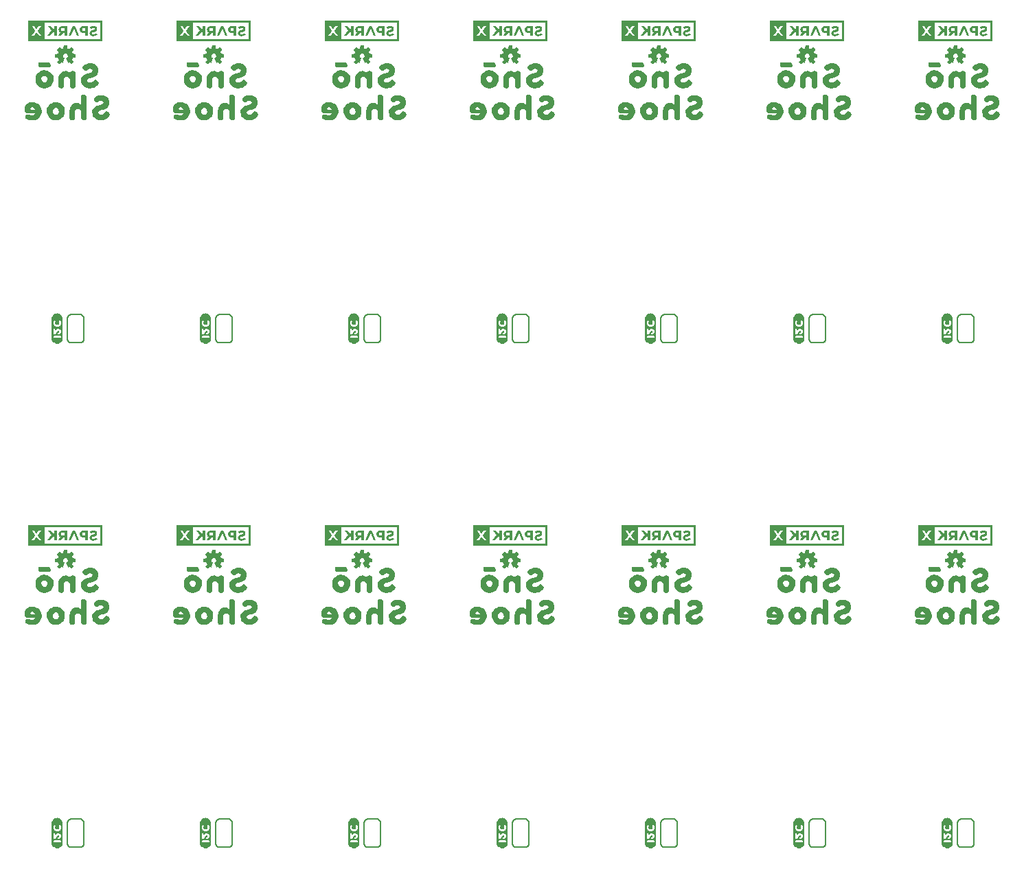
<source format=gbo>
G04 EAGLE Gerber RS-274X export*
G75*
%MOMM*%
%FSLAX34Y34*%
%LPD*%
%INSilkscreen Bottom*%
%IPPOS*%
%AMOC8*
5,1,8,0,0,1.08239X$1,22.5*%
G01*
%ADD10C,0.203200*%

G36*
X1231947Y1157001D02*
X1231947Y1157001D01*
X1231942Y1157009D01*
X1231949Y1157015D01*
X1231949Y1182325D01*
X1231913Y1182373D01*
X1231906Y1182367D01*
X1231900Y1182375D01*
X1140460Y1182375D01*
X1140413Y1182339D01*
X1140418Y1182331D01*
X1140411Y1182325D01*
X1140411Y1157015D01*
X1140447Y1156967D01*
X1140454Y1156973D01*
X1140460Y1156965D01*
X1231900Y1156965D01*
X1231947Y1157001D01*
G37*
G36*
X683307Y1157001D02*
X683307Y1157001D01*
X683302Y1157009D01*
X683309Y1157015D01*
X683309Y1182325D01*
X683273Y1182373D01*
X683266Y1182367D01*
X683260Y1182375D01*
X591820Y1182375D01*
X591773Y1182339D01*
X591778Y1182331D01*
X591771Y1182325D01*
X591771Y1157015D01*
X591807Y1156967D01*
X591814Y1156973D01*
X591820Y1156965D01*
X683260Y1156965D01*
X683307Y1157001D01*
G37*
G36*
X134667Y1157001D02*
X134667Y1157001D01*
X134662Y1157009D01*
X134669Y1157015D01*
X134669Y1182325D01*
X134633Y1182373D01*
X134626Y1182367D01*
X134620Y1182375D01*
X43180Y1182375D01*
X43133Y1182339D01*
X43138Y1182331D01*
X43131Y1182325D01*
X43131Y1157015D01*
X43167Y1156967D01*
X43174Y1156973D01*
X43180Y1156965D01*
X134620Y1156965D01*
X134667Y1157001D01*
G37*
G36*
X866187Y1157001D02*
X866187Y1157001D01*
X866182Y1157009D01*
X866189Y1157015D01*
X866189Y1182325D01*
X866153Y1182373D01*
X866146Y1182367D01*
X866140Y1182375D01*
X774700Y1182375D01*
X774653Y1182339D01*
X774658Y1182331D01*
X774651Y1182325D01*
X774651Y1157015D01*
X774687Y1156967D01*
X774694Y1156973D01*
X774700Y1156965D01*
X866140Y1156965D01*
X866187Y1157001D01*
G37*
G36*
X500427Y1157001D02*
X500427Y1157001D01*
X500422Y1157009D01*
X500429Y1157015D01*
X500429Y1182325D01*
X500393Y1182373D01*
X500386Y1182367D01*
X500380Y1182375D01*
X408940Y1182375D01*
X408893Y1182339D01*
X408898Y1182331D01*
X408891Y1182325D01*
X408891Y1157015D01*
X408927Y1156967D01*
X408934Y1156973D01*
X408940Y1156965D01*
X500380Y1156965D01*
X500427Y1157001D01*
G37*
G36*
X1049067Y1157001D02*
X1049067Y1157001D01*
X1049062Y1157009D01*
X1049069Y1157015D01*
X1049069Y1182325D01*
X1049033Y1182373D01*
X1049026Y1182367D01*
X1049020Y1182375D01*
X957580Y1182375D01*
X957533Y1182339D01*
X957538Y1182331D01*
X957531Y1182325D01*
X957531Y1157015D01*
X957567Y1156967D01*
X957574Y1156973D01*
X957580Y1156965D01*
X1049020Y1156965D01*
X1049067Y1157001D01*
G37*
G36*
X317547Y1157001D02*
X317547Y1157001D01*
X317542Y1157009D01*
X317549Y1157015D01*
X317549Y1182325D01*
X317513Y1182373D01*
X317506Y1182367D01*
X317500Y1182375D01*
X226060Y1182375D01*
X226013Y1182339D01*
X226018Y1182331D01*
X226011Y1182325D01*
X226011Y1157015D01*
X226047Y1156967D01*
X226054Y1156973D01*
X226060Y1156965D01*
X317500Y1156965D01*
X317547Y1157001D01*
G37*
G36*
X500427Y534701D02*
X500427Y534701D01*
X500422Y534709D01*
X500429Y534715D01*
X500429Y560025D01*
X500393Y560073D01*
X500386Y560067D01*
X500380Y560075D01*
X408940Y560075D01*
X408893Y560039D01*
X408898Y560031D01*
X408891Y560025D01*
X408891Y534715D01*
X408927Y534667D01*
X408934Y534673D01*
X408940Y534665D01*
X500380Y534665D01*
X500427Y534701D01*
G37*
G36*
X683307Y534701D02*
X683307Y534701D01*
X683302Y534709D01*
X683309Y534715D01*
X683309Y560025D01*
X683273Y560073D01*
X683266Y560067D01*
X683260Y560075D01*
X591820Y560075D01*
X591773Y560039D01*
X591778Y560031D01*
X591771Y560025D01*
X591771Y534715D01*
X591807Y534667D01*
X591814Y534673D01*
X591820Y534665D01*
X683260Y534665D01*
X683307Y534701D01*
G37*
G36*
X1231947Y534701D02*
X1231947Y534701D01*
X1231942Y534709D01*
X1231949Y534715D01*
X1231949Y560025D01*
X1231913Y560073D01*
X1231906Y560067D01*
X1231900Y560075D01*
X1140460Y560075D01*
X1140413Y560039D01*
X1140418Y560031D01*
X1140411Y560025D01*
X1140411Y534715D01*
X1140447Y534667D01*
X1140454Y534673D01*
X1140460Y534665D01*
X1231900Y534665D01*
X1231947Y534701D01*
G37*
G36*
X43167Y534667D02*
X43167Y534667D01*
X43174Y534673D01*
X43180Y534665D01*
X134620Y534665D01*
X134667Y534701D01*
X134662Y534709D01*
X134669Y534715D01*
X134669Y560025D01*
X134633Y560073D01*
X134626Y560067D01*
X134620Y560075D01*
X43180Y560075D01*
X43133Y560039D01*
X43138Y560031D01*
X43131Y560025D01*
X43131Y534715D01*
X43167Y534667D01*
G37*
G36*
X866187Y534701D02*
X866187Y534701D01*
X866182Y534709D01*
X866189Y534715D01*
X866189Y560025D01*
X866153Y560073D01*
X866146Y560067D01*
X866140Y560075D01*
X774700Y560075D01*
X774653Y560039D01*
X774658Y560031D01*
X774651Y560025D01*
X774651Y534715D01*
X774687Y534667D01*
X774694Y534673D01*
X774700Y534665D01*
X866140Y534665D01*
X866187Y534701D01*
G37*
G36*
X1049067Y534701D02*
X1049067Y534701D01*
X1049062Y534709D01*
X1049069Y534715D01*
X1049069Y560025D01*
X1049033Y560073D01*
X1049026Y560067D01*
X1049020Y560075D01*
X957580Y560075D01*
X957533Y560039D01*
X957538Y560031D01*
X957531Y560025D01*
X957531Y534715D01*
X957567Y534667D01*
X957574Y534673D01*
X957580Y534665D01*
X1049020Y534665D01*
X1049067Y534701D01*
G37*
G36*
X317547Y534701D02*
X317547Y534701D01*
X317542Y534709D01*
X317549Y534715D01*
X317549Y560025D01*
X317513Y560073D01*
X317506Y560067D01*
X317500Y560075D01*
X226060Y560075D01*
X226013Y560039D01*
X226018Y560031D01*
X226011Y560025D01*
X226011Y534715D01*
X226047Y534667D01*
X226054Y534673D01*
X226060Y534665D01*
X317500Y534665D01*
X317547Y534701D01*
G37*
%LPC*%
G36*
X63657Y1159414D02*
X63657Y1159414D01*
X63657Y1179926D01*
X132221Y1179926D01*
X132221Y1159414D01*
X63657Y1159414D01*
G37*
%LPD*%
%LPC*%
G36*
X246537Y537114D02*
X246537Y537114D01*
X246537Y557626D01*
X315101Y557626D01*
X315101Y537114D01*
X246537Y537114D01*
G37*
%LPD*%
%LPC*%
G36*
X429417Y537114D02*
X429417Y537114D01*
X429417Y557626D01*
X497981Y557626D01*
X497981Y537114D01*
X429417Y537114D01*
G37*
%LPD*%
%LPC*%
G36*
X795177Y537114D02*
X795177Y537114D01*
X795177Y557626D01*
X863741Y557626D01*
X863741Y537114D01*
X795177Y537114D01*
G37*
%LPD*%
%LPC*%
G36*
X1160937Y537114D02*
X1160937Y537114D01*
X1160937Y557626D01*
X1229501Y557626D01*
X1229501Y537114D01*
X1160937Y537114D01*
G37*
%LPD*%
%LPC*%
G36*
X978057Y537114D02*
X978057Y537114D01*
X978057Y557626D01*
X1046621Y557626D01*
X1046621Y537114D01*
X978057Y537114D01*
G37*
%LPD*%
%LPC*%
G36*
X132221Y557626D02*
X132221Y557626D01*
X132221Y537114D01*
X63657Y537114D01*
X63657Y557626D01*
X132221Y557626D01*
G37*
%LPD*%
%LPC*%
G36*
X612297Y537114D02*
X612297Y537114D01*
X612297Y557626D01*
X680861Y557626D01*
X680861Y537114D01*
X612297Y537114D01*
G37*
%LPD*%
%LPC*%
G36*
X246537Y1159414D02*
X246537Y1159414D01*
X246537Y1179926D01*
X315101Y1179926D01*
X315101Y1159414D01*
X246537Y1159414D01*
G37*
%LPD*%
%LPC*%
G36*
X1160937Y1159414D02*
X1160937Y1159414D01*
X1160937Y1179926D01*
X1229501Y1179926D01*
X1229501Y1159414D01*
X1160937Y1159414D01*
G37*
%LPD*%
%LPC*%
G36*
X978057Y1159414D02*
X978057Y1159414D01*
X978057Y1179926D01*
X1046621Y1179926D01*
X1046621Y1159414D01*
X978057Y1159414D01*
G37*
%LPD*%
%LPC*%
G36*
X795177Y1159414D02*
X795177Y1159414D01*
X795177Y1179926D01*
X863741Y1179926D01*
X863741Y1159414D01*
X795177Y1159414D01*
G37*
%LPD*%
%LPC*%
G36*
X612297Y1159414D02*
X612297Y1159414D01*
X612297Y1179926D01*
X680861Y1179926D01*
X680861Y1159414D01*
X612297Y1159414D01*
G37*
%LPD*%
%LPC*%
G36*
X429417Y1159414D02*
X429417Y1159414D01*
X429417Y1179926D01*
X497981Y1179926D01*
X497981Y1159414D01*
X429417Y1159414D01*
G37*
%LPD*%
G36*
X628087Y783891D02*
X628087Y783891D01*
X628088Y783892D01*
X628088Y783891D01*
X628688Y783991D01*
X629387Y784091D01*
X629395Y784099D01*
X629402Y784096D01*
X631202Y784996D01*
X631204Y785000D01*
X631207Y784999D01*
X631807Y785399D01*
X631810Y785406D01*
X631815Y785405D01*
X632315Y785905D01*
X632315Y785909D01*
X632318Y785909D01*
X633118Y786909D01*
X633119Y786917D01*
X633124Y786918D01*
X633724Y788118D01*
X633723Y788125D01*
X633727Y788126D01*
X633751Y788210D01*
X633765Y788259D01*
X633807Y788407D01*
X633808Y788407D01*
X633807Y788407D01*
X633850Y788555D01*
X633864Y788604D01*
X633906Y788752D01*
X633927Y788826D01*
X633948Y788899D01*
X633962Y788949D01*
X634004Y789096D01*
X634005Y789096D01*
X634004Y789096D01*
X634047Y789244D01*
X634061Y789293D01*
X634103Y789441D01*
X634127Y789526D01*
X634126Y789530D01*
X634129Y789532D01*
X634229Y790132D01*
X634226Y790137D01*
X634229Y790140D01*
X634229Y815040D01*
X634226Y815044D01*
X634229Y815047D01*
X634129Y815747D01*
X634128Y815748D01*
X634129Y815748D01*
X634029Y816348D01*
X634022Y816354D01*
X634025Y816359D01*
X633726Y817058D01*
X633527Y817656D01*
X633519Y817661D01*
X633521Y817667D01*
X633122Y818266D01*
X632822Y818765D01*
X632814Y818769D01*
X632815Y818775D01*
X631815Y819775D01*
X631811Y819775D01*
X631811Y819778D01*
X631311Y820178D01*
X631307Y820179D01*
X631307Y820181D01*
X630707Y820581D01*
X630703Y820581D01*
X630702Y820584D01*
X630102Y820884D01*
X630097Y820883D01*
X630096Y820887D01*
X629496Y821087D01*
X629494Y821086D01*
X629494Y821087D01*
X628794Y821287D01*
X628790Y821286D01*
X628788Y821289D01*
X628188Y821389D01*
X628187Y821388D01*
X628187Y821389D01*
X627487Y821489D01*
X627478Y821484D01*
X627473Y821489D01*
X626073Y821289D01*
X626072Y821288D01*
X626072Y821289D01*
X625472Y821189D01*
X625468Y821184D01*
X625464Y821187D01*
X624864Y820987D01*
X624863Y820984D01*
X624861Y820985D01*
X624161Y820685D01*
X624156Y820677D01*
X624149Y820678D01*
X623651Y820280D01*
X623053Y819881D01*
X623052Y819878D01*
X623049Y819878D01*
X622549Y819478D01*
X622547Y819471D01*
X622542Y819471D01*
X622142Y818971D01*
X622141Y818967D01*
X622139Y818967D01*
X621740Y818369D01*
X621342Y817871D01*
X621341Y817861D01*
X621335Y817859D01*
X621035Y817159D01*
X621036Y817156D01*
X621033Y817156D01*
X620833Y816556D01*
X620833Y816555D01*
X620834Y816554D01*
X620833Y816554D01*
X620805Y816457D01*
X620763Y816309D01*
X620749Y816260D01*
X620707Y816112D01*
X620664Y815964D01*
X620650Y815915D01*
X620633Y815854D01*
X620636Y815844D01*
X620631Y815840D01*
X620631Y815243D01*
X620531Y814547D01*
X620534Y814542D01*
X620531Y814540D01*
X620531Y790140D01*
X620534Y790135D01*
X620531Y790132D01*
X620631Y789532D01*
X620635Y789529D01*
X620633Y789526D01*
X620833Y788826D01*
X620834Y788825D01*
X620833Y788824D01*
X621033Y788224D01*
X621036Y788223D01*
X621035Y788221D01*
X621335Y787521D01*
X621337Y787519D01*
X621336Y787518D01*
X621636Y786918D01*
X621643Y786915D01*
X621642Y786909D01*
X622442Y785909D01*
X622446Y785908D01*
X622445Y785905D01*
X622945Y785405D01*
X622952Y785404D01*
X622953Y785399D01*
X623553Y784999D01*
X623557Y784999D01*
X623558Y784996D01*
X625358Y784096D01*
X625369Y784098D01*
X625373Y784091D01*
X626072Y783991D01*
X626672Y783891D01*
X626673Y783892D01*
X626673Y783891D01*
X627373Y783791D01*
X627382Y783796D01*
X627387Y783791D01*
X628087Y783891D01*
G37*
G36*
X628087Y161591D02*
X628087Y161591D01*
X628088Y161592D01*
X628088Y161591D01*
X628688Y161691D01*
X629387Y161791D01*
X629395Y161799D01*
X629402Y161796D01*
X631202Y162696D01*
X631204Y162700D01*
X631207Y162699D01*
X631807Y163099D01*
X631810Y163106D01*
X631815Y163105D01*
X632315Y163605D01*
X632315Y163609D01*
X632318Y163609D01*
X633118Y164609D01*
X633119Y164617D01*
X633124Y164618D01*
X633724Y165818D01*
X633723Y165825D01*
X633727Y165826D01*
X633751Y165910D01*
X633765Y165959D01*
X633807Y166107D01*
X633808Y166107D01*
X633807Y166107D01*
X633850Y166255D01*
X633864Y166304D01*
X633906Y166452D01*
X633927Y166526D01*
X633948Y166599D01*
X633962Y166649D01*
X634004Y166796D01*
X634005Y166796D01*
X634004Y166796D01*
X634047Y166944D01*
X634061Y166993D01*
X634103Y167141D01*
X634127Y167226D01*
X634126Y167230D01*
X634129Y167232D01*
X634229Y167832D01*
X634226Y167837D01*
X634229Y167840D01*
X634229Y192740D01*
X634226Y192744D01*
X634229Y192747D01*
X634129Y193447D01*
X634128Y193448D01*
X634129Y193448D01*
X634029Y194048D01*
X634022Y194054D01*
X634025Y194059D01*
X633726Y194758D01*
X633527Y195356D01*
X633519Y195361D01*
X633521Y195367D01*
X633122Y195966D01*
X632822Y196465D01*
X632814Y196469D01*
X632815Y196475D01*
X631815Y197475D01*
X631811Y197475D01*
X631811Y197478D01*
X631311Y197878D01*
X631307Y197879D01*
X631307Y197881D01*
X630707Y198281D01*
X630703Y198281D01*
X630702Y198284D01*
X630102Y198584D01*
X630097Y198583D01*
X630096Y198587D01*
X629496Y198787D01*
X629494Y198786D01*
X629494Y198787D01*
X628794Y198987D01*
X628790Y198986D01*
X628788Y198989D01*
X628188Y199089D01*
X628187Y199088D01*
X628187Y199089D01*
X627487Y199189D01*
X627478Y199184D01*
X627473Y199189D01*
X626073Y198989D01*
X626072Y198988D01*
X626072Y198989D01*
X625472Y198889D01*
X625468Y198884D01*
X625464Y198887D01*
X624864Y198687D01*
X624863Y198684D01*
X624861Y198685D01*
X624161Y198385D01*
X624156Y198377D01*
X624149Y198378D01*
X623651Y197980D01*
X623053Y197581D01*
X623052Y197578D01*
X623049Y197578D01*
X622549Y197178D01*
X622547Y197171D01*
X622542Y197171D01*
X622142Y196671D01*
X622141Y196667D01*
X622139Y196667D01*
X621740Y196069D01*
X621342Y195571D01*
X621341Y195561D01*
X621335Y195559D01*
X621035Y194859D01*
X621036Y194856D01*
X621033Y194856D01*
X620833Y194256D01*
X620833Y194255D01*
X620834Y194254D01*
X620833Y194254D01*
X620805Y194157D01*
X620763Y194009D01*
X620749Y193960D01*
X620707Y193812D01*
X620664Y193664D01*
X620650Y193615D01*
X620633Y193554D01*
X620636Y193544D01*
X620631Y193540D01*
X620631Y192943D01*
X620531Y192247D01*
X620534Y192242D01*
X620531Y192240D01*
X620531Y167840D01*
X620534Y167835D01*
X620531Y167832D01*
X620631Y167232D01*
X620635Y167229D01*
X620633Y167226D01*
X620833Y166526D01*
X620834Y166525D01*
X620833Y166524D01*
X621033Y165924D01*
X621036Y165923D01*
X621035Y165921D01*
X621335Y165221D01*
X621337Y165219D01*
X621336Y165218D01*
X621636Y164618D01*
X621643Y164615D01*
X621642Y164609D01*
X622442Y163609D01*
X622446Y163608D01*
X622445Y163605D01*
X622945Y163105D01*
X622952Y163104D01*
X622953Y163099D01*
X623553Y162699D01*
X623557Y162699D01*
X623558Y162696D01*
X625358Y161796D01*
X625369Y161798D01*
X625373Y161791D01*
X626072Y161691D01*
X626672Y161591D01*
X626673Y161592D01*
X626673Y161591D01*
X627373Y161491D01*
X627382Y161496D01*
X627387Y161491D01*
X628087Y161591D01*
G37*
G36*
X810967Y161591D02*
X810967Y161591D01*
X810968Y161592D01*
X810968Y161591D01*
X811568Y161691D01*
X812267Y161791D01*
X812275Y161799D01*
X812282Y161796D01*
X814082Y162696D01*
X814084Y162700D01*
X814087Y162699D01*
X814687Y163099D01*
X814690Y163106D01*
X814695Y163105D01*
X815195Y163605D01*
X815195Y163609D01*
X815198Y163609D01*
X815998Y164609D01*
X815999Y164617D01*
X816004Y164618D01*
X816604Y165818D01*
X816603Y165825D01*
X816607Y165826D01*
X816631Y165910D01*
X816645Y165959D01*
X816687Y166107D01*
X816688Y166107D01*
X816687Y166107D01*
X816730Y166255D01*
X816744Y166304D01*
X816786Y166452D01*
X816807Y166526D01*
X816828Y166599D01*
X816842Y166649D01*
X816884Y166796D01*
X816885Y166796D01*
X816884Y166796D01*
X816927Y166944D01*
X816941Y166993D01*
X816983Y167141D01*
X817007Y167226D01*
X817006Y167230D01*
X817009Y167232D01*
X817109Y167832D01*
X817106Y167837D01*
X817109Y167840D01*
X817109Y192740D01*
X817106Y192744D01*
X817109Y192747D01*
X817009Y193447D01*
X817008Y193448D01*
X817009Y193448D01*
X816909Y194048D01*
X816902Y194054D01*
X816905Y194059D01*
X816606Y194758D01*
X816407Y195356D01*
X816399Y195361D01*
X816401Y195367D01*
X816002Y195966D01*
X815702Y196465D01*
X815694Y196469D01*
X815695Y196475D01*
X814695Y197475D01*
X814691Y197475D01*
X814691Y197478D01*
X814191Y197878D01*
X814187Y197879D01*
X814187Y197881D01*
X813587Y198281D01*
X813583Y198281D01*
X813582Y198284D01*
X812982Y198584D01*
X812977Y198583D01*
X812976Y198587D01*
X812376Y198787D01*
X812374Y198786D01*
X812374Y198787D01*
X811674Y198987D01*
X811670Y198986D01*
X811668Y198989D01*
X811068Y199089D01*
X811067Y199088D01*
X811067Y199089D01*
X810367Y199189D01*
X810358Y199184D01*
X810353Y199189D01*
X808953Y198989D01*
X808952Y198988D01*
X808952Y198989D01*
X808352Y198889D01*
X808348Y198884D01*
X808344Y198887D01*
X807744Y198687D01*
X807743Y198684D01*
X807741Y198685D01*
X807041Y198385D01*
X807036Y198377D01*
X807029Y198378D01*
X806531Y197980D01*
X805933Y197581D01*
X805932Y197578D01*
X805929Y197578D01*
X805429Y197178D01*
X805427Y197171D01*
X805422Y197171D01*
X805022Y196671D01*
X805021Y196667D01*
X805019Y196667D01*
X804620Y196069D01*
X804222Y195571D01*
X804221Y195561D01*
X804215Y195559D01*
X803915Y194859D01*
X803916Y194856D01*
X803913Y194856D01*
X803713Y194256D01*
X803713Y194255D01*
X803714Y194254D01*
X803713Y194254D01*
X803685Y194157D01*
X803643Y194009D01*
X803629Y193960D01*
X803587Y193812D01*
X803544Y193664D01*
X803530Y193615D01*
X803513Y193554D01*
X803516Y193544D01*
X803511Y193540D01*
X803511Y192943D01*
X803411Y192247D01*
X803414Y192242D01*
X803411Y192240D01*
X803411Y167840D01*
X803414Y167835D01*
X803411Y167832D01*
X803511Y167232D01*
X803515Y167229D01*
X803513Y167226D01*
X803713Y166526D01*
X803714Y166525D01*
X803713Y166524D01*
X803913Y165924D01*
X803916Y165923D01*
X803915Y165921D01*
X804215Y165221D01*
X804217Y165219D01*
X804216Y165218D01*
X804516Y164618D01*
X804523Y164615D01*
X804522Y164609D01*
X805322Y163609D01*
X805326Y163608D01*
X805325Y163605D01*
X805825Y163105D01*
X805832Y163104D01*
X805833Y163099D01*
X806433Y162699D01*
X806437Y162699D01*
X806438Y162696D01*
X808238Y161796D01*
X808249Y161798D01*
X808253Y161791D01*
X808952Y161691D01*
X809552Y161591D01*
X809553Y161592D01*
X809553Y161591D01*
X810253Y161491D01*
X810262Y161496D01*
X810267Y161491D01*
X810967Y161591D01*
G37*
G36*
X445207Y161591D02*
X445207Y161591D01*
X445208Y161592D01*
X445208Y161591D01*
X445808Y161691D01*
X446507Y161791D01*
X446515Y161799D01*
X446522Y161796D01*
X448322Y162696D01*
X448324Y162700D01*
X448327Y162699D01*
X448927Y163099D01*
X448930Y163106D01*
X448935Y163105D01*
X449435Y163605D01*
X449435Y163609D01*
X449438Y163609D01*
X450238Y164609D01*
X450239Y164617D01*
X450244Y164618D01*
X450844Y165818D01*
X450843Y165825D01*
X450847Y165826D01*
X450871Y165910D01*
X450885Y165959D01*
X450927Y166107D01*
X450928Y166107D01*
X450927Y166107D01*
X450970Y166255D01*
X450984Y166304D01*
X451026Y166452D01*
X451047Y166526D01*
X451068Y166599D01*
X451082Y166649D01*
X451124Y166796D01*
X451125Y166796D01*
X451124Y166796D01*
X451167Y166944D01*
X451181Y166993D01*
X451223Y167141D01*
X451247Y167226D01*
X451246Y167230D01*
X451249Y167232D01*
X451349Y167832D01*
X451346Y167837D01*
X451349Y167840D01*
X451349Y192740D01*
X451346Y192744D01*
X451349Y192747D01*
X451249Y193447D01*
X451248Y193448D01*
X451249Y193448D01*
X451149Y194048D01*
X451142Y194054D01*
X451145Y194059D01*
X450846Y194758D01*
X450647Y195356D01*
X450639Y195361D01*
X450641Y195367D01*
X450242Y195966D01*
X449942Y196465D01*
X449934Y196469D01*
X449935Y196475D01*
X448935Y197475D01*
X448931Y197475D01*
X448931Y197478D01*
X448431Y197878D01*
X448427Y197879D01*
X448427Y197881D01*
X447827Y198281D01*
X447823Y198281D01*
X447822Y198284D01*
X447222Y198584D01*
X447217Y198583D01*
X447216Y198587D01*
X446616Y198787D01*
X446614Y198786D01*
X446614Y198787D01*
X445914Y198987D01*
X445910Y198986D01*
X445908Y198989D01*
X445308Y199089D01*
X445307Y199088D01*
X445307Y199089D01*
X444607Y199189D01*
X444598Y199184D01*
X444593Y199189D01*
X443193Y198989D01*
X443192Y198988D01*
X443192Y198989D01*
X442592Y198889D01*
X442588Y198884D01*
X442584Y198887D01*
X441984Y198687D01*
X441983Y198684D01*
X441981Y198685D01*
X441281Y198385D01*
X441276Y198377D01*
X441269Y198378D01*
X440771Y197980D01*
X440173Y197581D01*
X440172Y197578D01*
X440169Y197578D01*
X439669Y197178D01*
X439667Y197171D01*
X439662Y197171D01*
X439262Y196671D01*
X439261Y196667D01*
X439259Y196667D01*
X438860Y196069D01*
X438462Y195571D01*
X438461Y195561D01*
X438455Y195559D01*
X438155Y194859D01*
X438156Y194856D01*
X438153Y194856D01*
X437953Y194256D01*
X437953Y194255D01*
X437954Y194254D01*
X437953Y194254D01*
X437925Y194157D01*
X437883Y194009D01*
X437869Y193960D01*
X437827Y193812D01*
X437784Y193664D01*
X437770Y193615D01*
X437753Y193554D01*
X437756Y193544D01*
X437751Y193540D01*
X437751Y192943D01*
X437651Y192247D01*
X437654Y192242D01*
X437651Y192240D01*
X437651Y167840D01*
X437654Y167835D01*
X437651Y167832D01*
X437751Y167232D01*
X437755Y167229D01*
X437753Y167226D01*
X437953Y166526D01*
X437954Y166525D01*
X437953Y166524D01*
X438153Y165924D01*
X438156Y165923D01*
X438155Y165921D01*
X438455Y165221D01*
X438457Y165219D01*
X438456Y165218D01*
X438756Y164618D01*
X438763Y164615D01*
X438762Y164609D01*
X439562Y163609D01*
X439566Y163608D01*
X439565Y163605D01*
X440065Y163105D01*
X440072Y163104D01*
X440073Y163099D01*
X440673Y162699D01*
X440677Y162699D01*
X440678Y162696D01*
X442478Y161796D01*
X442489Y161798D01*
X442493Y161791D01*
X443192Y161691D01*
X443792Y161591D01*
X443793Y161592D01*
X443793Y161591D01*
X444493Y161491D01*
X444502Y161496D01*
X444507Y161491D01*
X445207Y161591D01*
G37*
G36*
X262327Y161591D02*
X262327Y161591D01*
X262328Y161592D01*
X262328Y161591D01*
X262928Y161691D01*
X263627Y161791D01*
X263635Y161799D01*
X263642Y161796D01*
X265442Y162696D01*
X265444Y162700D01*
X265447Y162699D01*
X266047Y163099D01*
X266050Y163106D01*
X266055Y163105D01*
X266555Y163605D01*
X266555Y163609D01*
X266558Y163609D01*
X267358Y164609D01*
X267359Y164617D01*
X267364Y164618D01*
X267964Y165818D01*
X267963Y165825D01*
X267967Y165826D01*
X267991Y165910D01*
X268005Y165959D01*
X268047Y166107D01*
X268048Y166107D01*
X268047Y166107D01*
X268090Y166255D01*
X268104Y166304D01*
X268146Y166452D01*
X268167Y166526D01*
X268188Y166599D01*
X268202Y166649D01*
X268244Y166796D01*
X268245Y166796D01*
X268244Y166796D01*
X268287Y166944D01*
X268301Y166993D01*
X268343Y167141D01*
X268367Y167226D01*
X268366Y167230D01*
X268369Y167232D01*
X268469Y167832D01*
X268466Y167837D01*
X268469Y167840D01*
X268469Y192740D01*
X268466Y192744D01*
X268469Y192747D01*
X268369Y193447D01*
X268368Y193448D01*
X268369Y193448D01*
X268269Y194048D01*
X268262Y194054D01*
X268265Y194059D01*
X267966Y194758D01*
X267767Y195356D01*
X267759Y195361D01*
X267761Y195367D01*
X267362Y195966D01*
X267062Y196465D01*
X267054Y196469D01*
X267055Y196475D01*
X266055Y197475D01*
X266051Y197475D01*
X266051Y197478D01*
X265551Y197878D01*
X265547Y197879D01*
X265547Y197881D01*
X264947Y198281D01*
X264943Y198281D01*
X264942Y198284D01*
X264342Y198584D01*
X264337Y198583D01*
X264336Y198587D01*
X263736Y198787D01*
X263734Y198786D01*
X263734Y198787D01*
X263034Y198987D01*
X263030Y198986D01*
X263028Y198989D01*
X262428Y199089D01*
X262427Y199088D01*
X262427Y199089D01*
X261727Y199189D01*
X261718Y199184D01*
X261713Y199189D01*
X260313Y198989D01*
X260312Y198988D01*
X260312Y198989D01*
X259712Y198889D01*
X259708Y198884D01*
X259704Y198887D01*
X259104Y198687D01*
X259103Y198684D01*
X259101Y198685D01*
X258401Y198385D01*
X258396Y198377D01*
X258389Y198378D01*
X257891Y197980D01*
X257293Y197581D01*
X257292Y197578D01*
X257289Y197578D01*
X256789Y197178D01*
X256787Y197171D01*
X256782Y197171D01*
X256382Y196671D01*
X256381Y196667D01*
X256379Y196667D01*
X255980Y196069D01*
X255582Y195571D01*
X255581Y195561D01*
X255575Y195559D01*
X255275Y194859D01*
X255276Y194856D01*
X255273Y194856D01*
X255073Y194256D01*
X255073Y194255D01*
X255074Y194254D01*
X255073Y194254D01*
X255045Y194157D01*
X255003Y194009D01*
X254989Y193960D01*
X254947Y193812D01*
X254904Y193664D01*
X254890Y193615D01*
X254873Y193554D01*
X254876Y193544D01*
X254871Y193540D01*
X254871Y192943D01*
X254771Y192247D01*
X254774Y192242D01*
X254771Y192240D01*
X254771Y167840D01*
X254774Y167835D01*
X254771Y167832D01*
X254871Y167232D01*
X254875Y167229D01*
X254873Y167226D01*
X255073Y166526D01*
X255074Y166525D01*
X255073Y166524D01*
X255273Y165924D01*
X255276Y165923D01*
X255275Y165921D01*
X255575Y165221D01*
X255577Y165219D01*
X255576Y165218D01*
X255876Y164618D01*
X255883Y164615D01*
X255882Y164609D01*
X256682Y163609D01*
X256686Y163608D01*
X256685Y163605D01*
X257185Y163105D01*
X257192Y163104D01*
X257193Y163099D01*
X257793Y162699D01*
X257797Y162699D01*
X257798Y162696D01*
X259598Y161796D01*
X259609Y161798D01*
X259613Y161791D01*
X260312Y161691D01*
X260912Y161591D01*
X260913Y161592D01*
X260913Y161591D01*
X261613Y161491D01*
X261622Y161496D01*
X261627Y161491D01*
X262327Y161591D01*
G37*
G36*
X993847Y783891D02*
X993847Y783891D01*
X993848Y783892D01*
X993848Y783891D01*
X994448Y783991D01*
X995147Y784091D01*
X995155Y784099D01*
X995162Y784096D01*
X996962Y784996D01*
X996964Y785000D01*
X996967Y784999D01*
X997567Y785399D01*
X997570Y785406D01*
X997575Y785405D01*
X998075Y785905D01*
X998075Y785909D01*
X998078Y785909D01*
X998878Y786909D01*
X998879Y786917D01*
X998884Y786918D01*
X999484Y788118D01*
X999483Y788125D01*
X999487Y788126D01*
X999511Y788210D01*
X999525Y788259D01*
X999567Y788407D01*
X999568Y788407D01*
X999567Y788407D01*
X999610Y788555D01*
X999624Y788604D01*
X999666Y788752D01*
X999687Y788826D01*
X999708Y788899D01*
X999722Y788949D01*
X999764Y789096D01*
X999765Y789096D01*
X999764Y789096D01*
X999807Y789244D01*
X999821Y789293D01*
X999863Y789441D01*
X999887Y789526D01*
X999886Y789530D01*
X999889Y789532D01*
X999989Y790132D01*
X999986Y790137D01*
X999989Y790140D01*
X999989Y815040D01*
X999986Y815044D01*
X999989Y815047D01*
X999889Y815747D01*
X999888Y815748D01*
X999889Y815748D01*
X999789Y816348D01*
X999782Y816354D01*
X999785Y816359D01*
X999486Y817058D01*
X999287Y817656D01*
X999279Y817661D01*
X999281Y817667D01*
X998882Y818266D01*
X998582Y818765D01*
X998574Y818769D01*
X998575Y818775D01*
X997575Y819775D01*
X997571Y819775D01*
X997571Y819778D01*
X997071Y820178D01*
X997067Y820179D01*
X997067Y820181D01*
X996467Y820581D01*
X996463Y820581D01*
X996462Y820584D01*
X995862Y820884D01*
X995857Y820883D01*
X995856Y820887D01*
X995256Y821087D01*
X995254Y821086D01*
X995254Y821087D01*
X994554Y821287D01*
X994550Y821286D01*
X994548Y821289D01*
X993948Y821389D01*
X993947Y821388D01*
X993947Y821389D01*
X993247Y821489D01*
X993238Y821484D01*
X993233Y821489D01*
X991833Y821289D01*
X991832Y821288D01*
X991832Y821289D01*
X991232Y821189D01*
X991228Y821184D01*
X991224Y821187D01*
X990624Y820987D01*
X990623Y820984D01*
X990621Y820985D01*
X989921Y820685D01*
X989916Y820677D01*
X989909Y820678D01*
X989411Y820280D01*
X988813Y819881D01*
X988812Y819878D01*
X988809Y819878D01*
X988309Y819478D01*
X988307Y819471D01*
X988302Y819471D01*
X987902Y818971D01*
X987901Y818967D01*
X987899Y818967D01*
X987500Y818369D01*
X987102Y817871D01*
X987101Y817861D01*
X987095Y817859D01*
X986795Y817159D01*
X986796Y817156D01*
X986793Y817156D01*
X986593Y816556D01*
X986593Y816555D01*
X986594Y816554D01*
X986593Y816554D01*
X986565Y816457D01*
X986523Y816309D01*
X986509Y816260D01*
X986467Y816112D01*
X986424Y815964D01*
X986410Y815915D01*
X986393Y815854D01*
X986396Y815844D01*
X986391Y815840D01*
X986391Y815243D01*
X986291Y814547D01*
X986294Y814542D01*
X986291Y814540D01*
X986291Y790140D01*
X986294Y790135D01*
X986291Y790132D01*
X986391Y789532D01*
X986395Y789529D01*
X986393Y789526D01*
X986593Y788826D01*
X986594Y788825D01*
X986593Y788824D01*
X986793Y788224D01*
X986796Y788223D01*
X986795Y788221D01*
X987095Y787521D01*
X987097Y787519D01*
X987096Y787518D01*
X987396Y786918D01*
X987403Y786915D01*
X987402Y786909D01*
X988202Y785909D01*
X988206Y785908D01*
X988205Y785905D01*
X988705Y785405D01*
X988712Y785404D01*
X988713Y785399D01*
X989313Y784999D01*
X989317Y784999D01*
X989318Y784996D01*
X991118Y784096D01*
X991129Y784098D01*
X991133Y784091D01*
X991832Y783991D01*
X992432Y783891D01*
X992433Y783892D01*
X992433Y783891D01*
X993133Y783791D01*
X993142Y783796D01*
X993147Y783791D01*
X993847Y783891D01*
G37*
G36*
X445207Y783891D02*
X445207Y783891D01*
X445208Y783892D01*
X445208Y783891D01*
X445808Y783991D01*
X446507Y784091D01*
X446515Y784099D01*
X446522Y784096D01*
X448322Y784996D01*
X448324Y785000D01*
X448327Y784999D01*
X448927Y785399D01*
X448930Y785406D01*
X448935Y785405D01*
X449435Y785905D01*
X449435Y785909D01*
X449438Y785909D01*
X450238Y786909D01*
X450239Y786917D01*
X450244Y786918D01*
X450844Y788118D01*
X450843Y788125D01*
X450847Y788126D01*
X450871Y788210D01*
X450885Y788259D01*
X450927Y788407D01*
X450928Y788407D01*
X450927Y788407D01*
X450970Y788555D01*
X450984Y788604D01*
X451026Y788752D01*
X451047Y788826D01*
X451068Y788899D01*
X451082Y788949D01*
X451124Y789096D01*
X451125Y789096D01*
X451124Y789096D01*
X451167Y789244D01*
X451181Y789293D01*
X451223Y789441D01*
X451247Y789526D01*
X451246Y789530D01*
X451249Y789532D01*
X451349Y790132D01*
X451346Y790137D01*
X451349Y790140D01*
X451349Y815040D01*
X451346Y815044D01*
X451349Y815047D01*
X451249Y815747D01*
X451248Y815748D01*
X451249Y815748D01*
X451149Y816348D01*
X451142Y816354D01*
X451145Y816359D01*
X450846Y817058D01*
X450647Y817656D01*
X450639Y817661D01*
X450641Y817667D01*
X450242Y818266D01*
X449942Y818765D01*
X449934Y818769D01*
X449935Y818775D01*
X448935Y819775D01*
X448931Y819775D01*
X448931Y819778D01*
X448431Y820178D01*
X448427Y820179D01*
X448427Y820181D01*
X447827Y820581D01*
X447823Y820581D01*
X447822Y820584D01*
X447222Y820884D01*
X447217Y820883D01*
X447216Y820887D01*
X446616Y821087D01*
X446614Y821086D01*
X446614Y821087D01*
X445914Y821287D01*
X445910Y821286D01*
X445908Y821289D01*
X445308Y821389D01*
X445307Y821388D01*
X445307Y821389D01*
X444607Y821489D01*
X444598Y821484D01*
X444593Y821489D01*
X443193Y821289D01*
X443192Y821288D01*
X443192Y821289D01*
X442592Y821189D01*
X442588Y821184D01*
X442584Y821187D01*
X441984Y820987D01*
X441983Y820984D01*
X441981Y820985D01*
X441281Y820685D01*
X441276Y820677D01*
X441269Y820678D01*
X440771Y820280D01*
X440173Y819881D01*
X440172Y819878D01*
X440169Y819878D01*
X439669Y819478D01*
X439667Y819471D01*
X439662Y819471D01*
X439262Y818971D01*
X439261Y818967D01*
X439259Y818967D01*
X438860Y818369D01*
X438462Y817871D01*
X438461Y817861D01*
X438455Y817859D01*
X438155Y817159D01*
X438156Y817156D01*
X438153Y817156D01*
X437953Y816556D01*
X437953Y816555D01*
X437954Y816554D01*
X437953Y816554D01*
X437925Y816457D01*
X437883Y816309D01*
X437869Y816260D01*
X437827Y816112D01*
X437784Y815964D01*
X437770Y815915D01*
X437753Y815854D01*
X437756Y815844D01*
X437751Y815840D01*
X437751Y815243D01*
X437651Y814547D01*
X437654Y814542D01*
X437651Y814540D01*
X437651Y790140D01*
X437654Y790135D01*
X437651Y790132D01*
X437751Y789532D01*
X437755Y789529D01*
X437753Y789526D01*
X437953Y788826D01*
X437954Y788825D01*
X437953Y788824D01*
X438153Y788224D01*
X438156Y788223D01*
X438155Y788221D01*
X438455Y787521D01*
X438457Y787519D01*
X438456Y787518D01*
X438756Y786918D01*
X438763Y786915D01*
X438762Y786909D01*
X439562Y785909D01*
X439566Y785908D01*
X439565Y785905D01*
X440065Y785405D01*
X440072Y785404D01*
X440073Y785399D01*
X440673Y784999D01*
X440677Y784999D01*
X440678Y784996D01*
X442478Y784096D01*
X442489Y784098D01*
X442493Y784091D01*
X443192Y783991D01*
X443792Y783891D01*
X443793Y783892D01*
X443793Y783891D01*
X444493Y783791D01*
X444502Y783796D01*
X444507Y783791D01*
X445207Y783891D01*
G37*
G36*
X993847Y161591D02*
X993847Y161591D01*
X993848Y161592D01*
X993848Y161591D01*
X994448Y161691D01*
X995147Y161791D01*
X995155Y161799D01*
X995162Y161796D01*
X996962Y162696D01*
X996964Y162700D01*
X996967Y162699D01*
X997567Y163099D01*
X997570Y163106D01*
X997575Y163105D01*
X998075Y163605D01*
X998075Y163609D01*
X998078Y163609D01*
X998878Y164609D01*
X998879Y164617D01*
X998884Y164618D01*
X999484Y165818D01*
X999483Y165825D01*
X999487Y165826D01*
X999511Y165910D01*
X999525Y165959D01*
X999567Y166107D01*
X999568Y166107D01*
X999567Y166107D01*
X999610Y166255D01*
X999624Y166304D01*
X999666Y166452D01*
X999687Y166526D01*
X999708Y166599D01*
X999722Y166649D01*
X999764Y166796D01*
X999765Y166796D01*
X999764Y166796D01*
X999807Y166944D01*
X999821Y166993D01*
X999863Y167141D01*
X999887Y167226D01*
X999886Y167230D01*
X999889Y167232D01*
X999989Y167832D01*
X999986Y167837D01*
X999989Y167840D01*
X999989Y192740D01*
X999986Y192744D01*
X999989Y192747D01*
X999889Y193447D01*
X999888Y193448D01*
X999889Y193448D01*
X999789Y194048D01*
X999782Y194054D01*
X999785Y194059D01*
X999486Y194758D01*
X999287Y195356D01*
X999279Y195361D01*
X999281Y195367D01*
X998882Y195966D01*
X998582Y196465D01*
X998574Y196469D01*
X998575Y196475D01*
X997575Y197475D01*
X997571Y197475D01*
X997571Y197478D01*
X997071Y197878D01*
X997067Y197879D01*
X997067Y197881D01*
X996467Y198281D01*
X996463Y198281D01*
X996462Y198284D01*
X995862Y198584D01*
X995857Y198583D01*
X995856Y198587D01*
X995256Y198787D01*
X995254Y198786D01*
X995254Y198787D01*
X994554Y198987D01*
X994550Y198986D01*
X994548Y198989D01*
X993948Y199089D01*
X993947Y199088D01*
X993947Y199089D01*
X993247Y199189D01*
X993238Y199184D01*
X993233Y199189D01*
X991833Y198989D01*
X991832Y198988D01*
X991832Y198989D01*
X991232Y198889D01*
X991228Y198884D01*
X991224Y198887D01*
X990624Y198687D01*
X990623Y198684D01*
X990621Y198685D01*
X989921Y198385D01*
X989916Y198377D01*
X989909Y198378D01*
X989411Y197980D01*
X988813Y197581D01*
X988812Y197578D01*
X988809Y197578D01*
X988309Y197178D01*
X988307Y197171D01*
X988302Y197171D01*
X987902Y196671D01*
X987901Y196667D01*
X987899Y196667D01*
X987500Y196069D01*
X987102Y195571D01*
X987101Y195561D01*
X987095Y195559D01*
X986795Y194859D01*
X986796Y194856D01*
X986793Y194856D01*
X986593Y194256D01*
X986593Y194255D01*
X986594Y194254D01*
X986593Y194254D01*
X986565Y194157D01*
X986523Y194009D01*
X986509Y193960D01*
X986467Y193812D01*
X986424Y193664D01*
X986410Y193615D01*
X986393Y193554D01*
X986396Y193544D01*
X986391Y193540D01*
X986391Y192943D01*
X986291Y192247D01*
X986294Y192242D01*
X986291Y192240D01*
X986291Y167840D01*
X986294Y167835D01*
X986291Y167832D01*
X986391Y167232D01*
X986395Y167229D01*
X986393Y167226D01*
X986593Y166526D01*
X986594Y166525D01*
X986593Y166524D01*
X986793Y165924D01*
X986796Y165923D01*
X986795Y165921D01*
X987095Y165221D01*
X987097Y165219D01*
X987096Y165218D01*
X987396Y164618D01*
X987403Y164615D01*
X987402Y164609D01*
X988202Y163609D01*
X988206Y163608D01*
X988205Y163605D01*
X988705Y163105D01*
X988712Y163104D01*
X988713Y163099D01*
X989313Y162699D01*
X989317Y162699D01*
X989318Y162696D01*
X991118Y161796D01*
X991129Y161798D01*
X991133Y161791D01*
X991832Y161691D01*
X992432Y161591D01*
X992433Y161592D01*
X992433Y161591D01*
X993133Y161491D01*
X993142Y161496D01*
X993147Y161491D01*
X993847Y161591D01*
G37*
G36*
X79447Y161591D02*
X79447Y161591D01*
X79448Y161592D01*
X79448Y161591D01*
X80048Y161691D01*
X80747Y161791D01*
X80755Y161799D01*
X80762Y161796D01*
X82562Y162696D01*
X82564Y162700D01*
X82567Y162699D01*
X83167Y163099D01*
X83170Y163106D01*
X83175Y163105D01*
X83675Y163605D01*
X83675Y163609D01*
X83678Y163609D01*
X84478Y164609D01*
X84479Y164617D01*
X84484Y164618D01*
X85084Y165818D01*
X85083Y165825D01*
X85087Y165826D01*
X85111Y165910D01*
X85125Y165959D01*
X85167Y166107D01*
X85168Y166107D01*
X85167Y166107D01*
X85210Y166255D01*
X85224Y166304D01*
X85266Y166452D01*
X85287Y166526D01*
X85308Y166599D01*
X85322Y166649D01*
X85364Y166796D01*
X85365Y166796D01*
X85364Y166796D01*
X85407Y166944D01*
X85421Y166993D01*
X85463Y167141D01*
X85487Y167226D01*
X85486Y167230D01*
X85489Y167232D01*
X85589Y167832D01*
X85586Y167837D01*
X85589Y167840D01*
X85589Y192740D01*
X85586Y192744D01*
X85589Y192747D01*
X85489Y193447D01*
X85488Y193448D01*
X85489Y193448D01*
X85389Y194048D01*
X85382Y194054D01*
X85385Y194059D01*
X85086Y194758D01*
X84887Y195356D01*
X84879Y195361D01*
X84881Y195367D01*
X84482Y195966D01*
X84182Y196465D01*
X84174Y196469D01*
X84175Y196475D01*
X83175Y197475D01*
X83171Y197475D01*
X83171Y197478D01*
X82671Y197878D01*
X82667Y197879D01*
X82667Y197881D01*
X82067Y198281D01*
X82063Y198281D01*
X82062Y198284D01*
X81462Y198584D01*
X81457Y198583D01*
X81456Y198587D01*
X80856Y198787D01*
X80854Y198786D01*
X80854Y198787D01*
X80154Y198987D01*
X80150Y198986D01*
X80148Y198989D01*
X79548Y199089D01*
X79547Y199088D01*
X79547Y199089D01*
X78847Y199189D01*
X78838Y199184D01*
X78833Y199189D01*
X77433Y198989D01*
X77432Y198988D01*
X77432Y198989D01*
X76832Y198889D01*
X76828Y198884D01*
X76824Y198887D01*
X76224Y198687D01*
X76223Y198684D01*
X76221Y198685D01*
X75521Y198385D01*
X75516Y198377D01*
X75509Y198378D01*
X75011Y197980D01*
X74413Y197581D01*
X74412Y197578D01*
X74409Y197578D01*
X73909Y197178D01*
X73907Y197171D01*
X73902Y197171D01*
X73502Y196671D01*
X73501Y196667D01*
X73499Y196667D01*
X73100Y196069D01*
X72702Y195571D01*
X72701Y195561D01*
X72695Y195559D01*
X72395Y194859D01*
X72396Y194856D01*
X72393Y194856D01*
X72193Y194256D01*
X72193Y194255D01*
X72194Y194254D01*
X72193Y194254D01*
X72165Y194157D01*
X72123Y194009D01*
X72109Y193960D01*
X72067Y193812D01*
X72024Y193664D01*
X72010Y193615D01*
X71993Y193554D01*
X71996Y193544D01*
X71991Y193540D01*
X71991Y192943D01*
X71891Y192247D01*
X71894Y192242D01*
X71891Y192240D01*
X71891Y167840D01*
X71894Y167835D01*
X71891Y167832D01*
X71991Y167232D01*
X71995Y167229D01*
X71993Y167226D01*
X72193Y166526D01*
X72194Y166525D01*
X72193Y166524D01*
X72393Y165924D01*
X72396Y165923D01*
X72395Y165921D01*
X72695Y165221D01*
X72697Y165219D01*
X72696Y165218D01*
X72996Y164618D01*
X73003Y164615D01*
X73002Y164609D01*
X73802Y163609D01*
X73806Y163608D01*
X73805Y163605D01*
X74305Y163105D01*
X74312Y163104D01*
X74313Y163099D01*
X74913Y162699D01*
X74917Y162699D01*
X74918Y162696D01*
X76718Y161796D01*
X76729Y161798D01*
X76733Y161791D01*
X77432Y161691D01*
X78032Y161591D01*
X78033Y161592D01*
X78033Y161591D01*
X78733Y161491D01*
X78742Y161496D01*
X78747Y161491D01*
X79447Y161591D01*
G37*
G36*
X1176727Y161591D02*
X1176727Y161591D01*
X1176728Y161592D01*
X1176728Y161591D01*
X1177328Y161691D01*
X1178027Y161791D01*
X1178035Y161799D01*
X1178042Y161796D01*
X1179842Y162696D01*
X1179844Y162700D01*
X1179847Y162699D01*
X1180447Y163099D01*
X1180450Y163106D01*
X1180455Y163105D01*
X1180955Y163605D01*
X1180955Y163609D01*
X1180958Y163609D01*
X1181758Y164609D01*
X1181759Y164617D01*
X1181764Y164618D01*
X1182364Y165818D01*
X1182363Y165825D01*
X1182367Y165826D01*
X1182391Y165910D01*
X1182405Y165959D01*
X1182447Y166107D01*
X1182448Y166107D01*
X1182447Y166107D01*
X1182490Y166255D01*
X1182504Y166304D01*
X1182546Y166452D01*
X1182567Y166526D01*
X1182588Y166599D01*
X1182602Y166649D01*
X1182644Y166796D01*
X1182645Y166796D01*
X1182644Y166796D01*
X1182687Y166944D01*
X1182701Y166993D01*
X1182743Y167141D01*
X1182767Y167226D01*
X1182766Y167230D01*
X1182769Y167232D01*
X1182869Y167832D01*
X1182866Y167837D01*
X1182869Y167840D01*
X1182869Y192740D01*
X1182866Y192744D01*
X1182869Y192747D01*
X1182769Y193447D01*
X1182768Y193448D01*
X1182769Y193448D01*
X1182669Y194048D01*
X1182662Y194054D01*
X1182665Y194059D01*
X1182366Y194758D01*
X1182167Y195356D01*
X1182159Y195361D01*
X1182161Y195367D01*
X1181762Y195966D01*
X1181462Y196465D01*
X1181454Y196469D01*
X1181455Y196475D01*
X1180455Y197475D01*
X1180451Y197475D01*
X1180451Y197478D01*
X1179951Y197878D01*
X1179947Y197879D01*
X1179947Y197881D01*
X1179347Y198281D01*
X1179343Y198281D01*
X1179342Y198284D01*
X1178742Y198584D01*
X1178737Y198583D01*
X1178736Y198587D01*
X1178136Y198787D01*
X1178134Y198786D01*
X1178134Y198787D01*
X1177434Y198987D01*
X1177430Y198986D01*
X1177428Y198989D01*
X1176828Y199089D01*
X1176827Y199088D01*
X1176827Y199089D01*
X1176127Y199189D01*
X1176118Y199184D01*
X1176113Y199189D01*
X1174713Y198989D01*
X1174712Y198988D01*
X1174712Y198989D01*
X1174112Y198889D01*
X1174108Y198884D01*
X1174104Y198887D01*
X1173504Y198687D01*
X1173503Y198684D01*
X1173501Y198685D01*
X1172801Y198385D01*
X1172796Y198377D01*
X1172789Y198378D01*
X1172291Y197980D01*
X1171693Y197581D01*
X1171692Y197578D01*
X1171689Y197578D01*
X1171189Y197178D01*
X1171187Y197171D01*
X1171182Y197171D01*
X1170782Y196671D01*
X1170781Y196667D01*
X1170779Y196667D01*
X1170380Y196069D01*
X1169982Y195571D01*
X1169981Y195561D01*
X1169975Y195559D01*
X1169675Y194859D01*
X1169676Y194856D01*
X1169673Y194856D01*
X1169473Y194256D01*
X1169473Y194255D01*
X1169474Y194254D01*
X1169473Y194254D01*
X1169445Y194157D01*
X1169403Y194009D01*
X1169389Y193960D01*
X1169347Y193812D01*
X1169304Y193664D01*
X1169290Y193615D01*
X1169273Y193554D01*
X1169276Y193544D01*
X1169271Y193540D01*
X1169271Y192943D01*
X1169171Y192247D01*
X1169174Y192242D01*
X1169171Y192240D01*
X1169171Y167840D01*
X1169174Y167835D01*
X1169171Y167832D01*
X1169271Y167232D01*
X1169275Y167229D01*
X1169273Y167226D01*
X1169473Y166526D01*
X1169474Y166525D01*
X1169473Y166524D01*
X1169673Y165924D01*
X1169676Y165923D01*
X1169675Y165921D01*
X1169975Y165221D01*
X1169977Y165219D01*
X1169976Y165218D01*
X1170276Y164618D01*
X1170283Y164615D01*
X1170282Y164609D01*
X1171082Y163609D01*
X1171086Y163608D01*
X1171085Y163605D01*
X1171585Y163105D01*
X1171592Y163104D01*
X1171593Y163099D01*
X1172193Y162699D01*
X1172197Y162699D01*
X1172198Y162696D01*
X1173998Y161796D01*
X1174009Y161798D01*
X1174013Y161791D01*
X1174712Y161691D01*
X1175312Y161591D01*
X1175313Y161592D01*
X1175313Y161591D01*
X1176013Y161491D01*
X1176022Y161496D01*
X1176027Y161491D01*
X1176727Y161591D01*
G37*
G36*
X79447Y783891D02*
X79447Y783891D01*
X79448Y783892D01*
X79448Y783891D01*
X80048Y783991D01*
X80747Y784091D01*
X80755Y784099D01*
X80762Y784096D01*
X82562Y784996D01*
X82564Y785000D01*
X82567Y784999D01*
X83167Y785399D01*
X83170Y785406D01*
X83175Y785405D01*
X83675Y785905D01*
X83675Y785909D01*
X83678Y785909D01*
X84478Y786909D01*
X84479Y786917D01*
X84484Y786918D01*
X85084Y788118D01*
X85083Y788125D01*
X85087Y788126D01*
X85111Y788210D01*
X85125Y788259D01*
X85167Y788407D01*
X85168Y788407D01*
X85167Y788407D01*
X85210Y788555D01*
X85224Y788604D01*
X85266Y788752D01*
X85287Y788826D01*
X85308Y788899D01*
X85322Y788949D01*
X85364Y789096D01*
X85365Y789096D01*
X85364Y789096D01*
X85407Y789244D01*
X85421Y789293D01*
X85463Y789441D01*
X85487Y789526D01*
X85486Y789530D01*
X85489Y789532D01*
X85589Y790132D01*
X85586Y790137D01*
X85589Y790140D01*
X85589Y815040D01*
X85586Y815044D01*
X85589Y815047D01*
X85489Y815747D01*
X85488Y815748D01*
X85489Y815748D01*
X85389Y816348D01*
X85382Y816354D01*
X85385Y816359D01*
X85086Y817058D01*
X84887Y817656D01*
X84879Y817661D01*
X84881Y817667D01*
X84482Y818266D01*
X84182Y818765D01*
X84174Y818769D01*
X84175Y818775D01*
X83175Y819775D01*
X83171Y819775D01*
X83171Y819778D01*
X82671Y820178D01*
X82667Y820179D01*
X82667Y820181D01*
X82067Y820581D01*
X82063Y820581D01*
X82062Y820584D01*
X81462Y820884D01*
X81457Y820883D01*
X81456Y820887D01*
X80856Y821087D01*
X80854Y821086D01*
X80854Y821087D01*
X80154Y821287D01*
X80150Y821286D01*
X80148Y821289D01*
X79548Y821389D01*
X79547Y821388D01*
X79547Y821389D01*
X78847Y821489D01*
X78838Y821484D01*
X78833Y821489D01*
X77433Y821289D01*
X77432Y821288D01*
X77432Y821289D01*
X76832Y821189D01*
X76828Y821184D01*
X76824Y821187D01*
X76224Y820987D01*
X76223Y820984D01*
X76221Y820985D01*
X75521Y820685D01*
X75516Y820677D01*
X75509Y820678D01*
X75011Y820280D01*
X74413Y819881D01*
X74412Y819878D01*
X74409Y819878D01*
X73909Y819478D01*
X73907Y819471D01*
X73902Y819471D01*
X73502Y818971D01*
X73501Y818967D01*
X73499Y818967D01*
X73100Y818369D01*
X72702Y817871D01*
X72701Y817861D01*
X72695Y817859D01*
X72395Y817159D01*
X72396Y817156D01*
X72393Y817156D01*
X72193Y816556D01*
X72193Y816555D01*
X72194Y816554D01*
X72193Y816554D01*
X72165Y816457D01*
X72123Y816309D01*
X72109Y816260D01*
X72067Y816112D01*
X72024Y815964D01*
X72010Y815915D01*
X71993Y815854D01*
X71996Y815844D01*
X71991Y815840D01*
X71991Y815243D01*
X71891Y814547D01*
X71894Y814542D01*
X71891Y814540D01*
X71891Y790140D01*
X71894Y790135D01*
X71891Y790132D01*
X71991Y789532D01*
X71995Y789529D01*
X71993Y789526D01*
X72193Y788826D01*
X72194Y788825D01*
X72193Y788824D01*
X72393Y788224D01*
X72396Y788223D01*
X72395Y788221D01*
X72695Y787521D01*
X72697Y787519D01*
X72696Y787518D01*
X72996Y786918D01*
X73003Y786915D01*
X73002Y786909D01*
X73802Y785909D01*
X73806Y785908D01*
X73805Y785905D01*
X74305Y785405D01*
X74312Y785404D01*
X74313Y785399D01*
X74913Y784999D01*
X74917Y784999D01*
X74918Y784996D01*
X76718Y784096D01*
X76729Y784098D01*
X76733Y784091D01*
X77432Y783991D01*
X78032Y783891D01*
X78033Y783892D01*
X78033Y783891D01*
X78733Y783791D01*
X78742Y783796D01*
X78747Y783791D01*
X79447Y783891D01*
G37*
G36*
X810967Y783891D02*
X810967Y783891D01*
X810968Y783892D01*
X810968Y783891D01*
X811568Y783991D01*
X812267Y784091D01*
X812275Y784099D01*
X812282Y784096D01*
X814082Y784996D01*
X814084Y785000D01*
X814087Y784999D01*
X814687Y785399D01*
X814690Y785406D01*
X814695Y785405D01*
X815195Y785905D01*
X815195Y785909D01*
X815198Y785909D01*
X815998Y786909D01*
X815999Y786917D01*
X816004Y786918D01*
X816604Y788118D01*
X816603Y788125D01*
X816607Y788126D01*
X816631Y788210D01*
X816645Y788259D01*
X816687Y788407D01*
X816688Y788407D01*
X816687Y788407D01*
X816730Y788555D01*
X816744Y788604D01*
X816786Y788752D01*
X816807Y788826D01*
X816828Y788899D01*
X816842Y788949D01*
X816884Y789096D01*
X816885Y789096D01*
X816884Y789096D01*
X816927Y789244D01*
X816941Y789293D01*
X816983Y789441D01*
X817007Y789526D01*
X817006Y789530D01*
X817009Y789532D01*
X817109Y790132D01*
X817106Y790137D01*
X817109Y790140D01*
X817109Y815040D01*
X817106Y815044D01*
X817109Y815047D01*
X817009Y815747D01*
X817008Y815748D01*
X817009Y815748D01*
X816909Y816348D01*
X816902Y816354D01*
X816905Y816359D01*
X816606Y817058D01*
X816407Y817656D01*
X816399Y817661D01*
X816401Y817667D01*
X816002Y818266D01*
X815702Y818765D01*
X815694Y818769D01*
X815695Y818775D01*
X814695Y819775D01*
X814691Y819775D01*
X814691Y819778D01*
X814191Y820178D01*
X814187Y820179D01*
X814187Y820181D01*
X813587Y820581D01*
X813583Y820581D01*
X813582Y820584D01*
X812982Y820884D01*
X812977Y820883D01*
X812976Y820887D01*
X812376Y821087D01*
X812374Y821086D01*
X812374Y821087D01*
X811674Y821287D01*
X811670Y821286D01*
X811668Y821289D01*
X811068Y821389D01*
X811067Y821388D01*
X811067Y821389D01*
X810367Y821489D01*
X810358Y821484D01*
X810353Y821489D01*
X808953Y821289D01*
X808952Y821288D01*
X808952Y821289D01*
X808352Y821189D01*
X808348Y821184D01*
X808344Y821187D01*
X807744Y820987D01*
X807743Y820984D01*
X807741Y820985D01*
X807041Y820685D01*
X807036Y820677D01*
X807029Y820678D01*
X806531Y820280D01*
X805933Y819881D01*
X805932Y819878D01*
X805929Y819878D01*
X805429Y819478D01*
X805427Y819471D01*
X805422Y819471D01*
X805022Y818971D01*
X805021Y818967D01*
X805019Y818967D01*
X804620Y818369D01*
X804222Y817871D01*
X804221Y817861D01*
X804215Y817859D01*
X803915Y817159D01*
X803916Y817156D01*
X803913Y817156D01*
X803713Y816556D01*
X803713Y816555D01*
X803714Y816554D01*
X803713Y816554D01*
X803685Y816457D01*
X803643Y816309D01*
X803629Y816260D01*
X803587Y816112D01*
X803544Y815964D01*
X803530Y815915D01*
X803513Y815854D01*
X803516Y815844D01*
X803511Y815840D01*
X803511Y815243D01*
X803411Y814547D01*
X803414Y814542D01*
X803411Y814540D01*
X803411Y790140D01*
X803414Y790135D01*
X803411Y790132D01*
X803511Y789532D01*
X803515Y789529D01*
X803513Y789526D01*
X803713Y788826D01*
X803714Y788825D01*
X803713Y788824D01*
X803913Y788224D01*
X803916Y788223D01*
X803915Y788221D01*
X804215Y787521D01*
X804217Y787519D01*
X804216Y787518D01*
X804516Y786918D01*
X804523Y786915D01*
X804522Y786909D01*
X805322Y785909D01*
X805326Y785908D01*
X805325Y785905D01*
X805825Y785405D01*
X805832Y785404D01*
X805833Y785399D01*
X806433Y784999D01*
X806437Y784999D01*
X806438Y784996D01*
X808238Y784096D01*
X808249Y784098D01*
X808253Y784091D01*
X808952Y783991D01*
X809552Y783891D01*
X809553Y783892D01*
X809553Y783891D01*
X810253Y783791D01*
X810262Y783796D01*
X810267Y783791D01*
X810967Y783891D01*
G37*
G36*
X262327Y783891D02*
X262327Y783891D01*
X262328Y783892D01*
X262328Y783891D01*
X262928Y783991D01*
X263627Y784091D01*
X263635Y784099D01*
X263642Y784096D01*
X265442Y784996D01*
X265444Y785000D01*
X265447Y784999D01*
X266047Y785399D01*
X266050Y785406D01*
X266055Y785405D01*
X266555Y785905D01*
X266555Y785909D01*
X266558Y785909D01*
X267358Y786909D01*
X267359Y786917D01*
X267364Y786918D01*
X267964Y788118D01*
X267963Y788125D01*
X267967Y788126D01*
X267991Y788210D01*
X268005Y788259D01*
X268047Y788407D01*
X268048Y788407D01*
X268047Y788407D01*
X268090Y788555D01*
X268104Y788604D01*
X268146Y788752D01*
X268167Y788826D01*
X268188Y788899D01*
X268202Y788949D01*
X268244Y789096D01*
X268245Y789096D01*
X268244Y789096D01*
X268287Y789244D01*
X268301Y789293D01*
X268343Y789441D01*
X268367Y789526D01*
X268366Y789530D01*
X268369Y789532D01*
X268469Y790132D01*
X268466Y790137D01*
X268469Y790140D01*
X268469Y815040D01*
X268466Y815044D01*
X268469Y815047D01*
X268369Y815747D01*
X268368Y815748D01*
X268369Y815748D01*
X268269Y816348D01*
X268262Y816354D01*
X268265Y816359D01*
X267966Y817058D01*
X267767Y817656D01*
X267759Y817661D01*
X267761Y817667D01*
X267362Y818266D01*
X267062Y818765D01*
X267054Y818769D01*
X267055Y818775D01*
X266055Y819775D01*
X266051Y819775D01*
X266051Y819778D01*
X265551Y820178D01*
X265547Y820179D01*
X265547Y820181D01*
X264947Y820581D01*
X264943Y820581D01*
X264942Y820584D01*
X264342Y820884D01*
X264337Y820883D01*
X264336Y820887D01*
X263736Y821087D01*
X263734Y821086D01*
X263734Y821087D01*
X263034Y821287D01*
X263030Y821286D01*
X263028Y821289D01*
X262428Y821389D01*
X262427Y821388D01*
X262427Y821389D01*
X261727Y821489D01*
X261718Y821484D01*
X261713Y821489D01*
X260313Y821289D01*
X260312Y821288D01*
X260312Y821289D01*
X259712Y821189D01*
X259708Y821184D01*
X259704Y821187D01*
X259104Y820987D01*
X259103Y820984D01*
X259101Y820985D01*
X258401Y820685D01*
X258396Y820677D01*
X258389Y820678D01*
X257891Y820280D01*
X257293Y819881D01*
X257292Y819878D01*
X257289Y819878D01*
X256789Y819478D01*
X256787Y819471D01*
X256782Y819471D01*
X256382Y818971D01*
X256381Y818967D01*
X256379Y818967D01*
X255980Y818369D01*
X255582Y817871D01*
X255581Y817861D01*
X255575Y817859D01*
X255275Y817159D01*
X255276Y817156D01*
X255273Y817156D01*
X255073Y816556D01*
X255073Y816555D01*
X255074Y816554D01*
X255073Y816554D01*
X255045Y816457D01*
X255003Y816309D01*
X254989Y816260D01*
X254947Y816112D01*
X254904Y815964D01*
X254890Y815915D01*
X254873Y815854D01*
X254876Y815844D01*
X254871Y815840D01*
X254871Y815243D01*
X254771Y814547D01*
X254774Y814542D01*
X254771Y814540D01*
X254771Y790140D01*
X254774Y790135D01*
X254771Y790132D01*
X254871Y789532D01*
X254875Y789529D01*
X254873Y789526D01*
X255073Y788826D01*
X255074Y788825D01*
X255073Y788824D01*
X255273Y788224D01*
X255276Y788223D01*
X255275Y788221D01*
X255575Y787521D01*
X255577Y787519D01*
X255576Y787518D01*
X255876Y786918D01*
X255883Y786915D01*
X255882Y786909D01*
X256682Y785909D01*
X256686Y785908D01*
X256685Y785905D01*
X257185Y785405D01*
X257192Y785404D01*
X257193Y785399D01*
X257793Y784999D01*
X257797Y784999D01*
X257798Y784996D01*
X259598Y784096D01*
X259609Y784098D01*
X259613Y784091D01*
X260312Y783991D01*
X260912Y783891D01*
X260913Y783892D01*
X260913Y783891D01*
X261613Y783791D01*
X261622Y783796D01*
X261627Y783791D01*
X262327Y783891D01*
G37*
G36*
X1176727Y783891D02*
X1176727Y783891D01*
X1176728Y783892D01*
X1176728Y783891D01*
X1177328Y783991D01*
X1178027Y784091D01*
X1178035Y784099D01*
X1178042Y784096D01*
X1179842Y784996D01*
X1179844Y785000D01*
X1179847Y784999D01*
X1180447Y785399D01*
X1180450Y785406D01*
X1180455Y785405D01*
X1180955Y785905D01*
X1180955Y785909D01*
X1180958Y785909D01*
X1181758Y786909D01*
X1181759Y786917D01*
X1181764Y786918D01*
X1182364Y788118D01*
X1182363Y788125D01*
X1182367Y788126D01*
X1182391Y788210D01*
X1182405Y788259D01*
X1182447Y788407D01*
X1182448Y788407D01*
X1182447Y788407D01*
X1182490Y788555D01*
X1182504Y788604D01*
X1182546Y788752D01*
X1182567Y788826D01*
X1182588Y788899D01*
X1182602Y788949D01*
X1182644Y789096D01*
X1182645Y789096D01*
X1182644Y789096D01*
X1182687Y789244D01*
X1182701Y789293D01*
X1182743Y789441D01*
X1182767Y789526D01*
X1182766Y789530D01*
X1182769Y789532D01*
X1182869Y790132D01*
X1182866Y790137D01*
X1182869Y790140D01*
X1182869Y815040D01*
X1182866Y815044D01*
X1182869Y815047D01*
X1182769Y815747D01*
X1182768Y815748D01*
X1182769Y815748D01*
X1182669Y816348D01*
X1182662Y816354D01*
X1182665Y816359D01*
X1182366Y817058D01*
X1182167Y817656D01*
X1182159Y817661D01*
X1182161Y817667D01*
X1181762Y818266D01*
X1181462Y818765D01*
X1181454Y818769D01*
X1181455Y818775D01*
X1180455Y819775D01*
X1180451Y819775D01*
X1180451Y819778D01*
X1179951Y820178D01*
X1179947Y820179D01*
X1179947Y820181D01*
X1179347Y820581D01*
X1179343Y820581D01*
X1179342Y820584D01*
X1178742Y820884D01*
X1178737Y820883D01*
X1178736Y820887D01*
X1178136Y821087D01*
X1178134Y821086D01*
X1178134Y821087D01*
X1177434Y821287D01*
X1177430Y821286D01*
X1177428Y821289D01*
X1176828Y821389D01*
X1176827Y821388D01*
X1176827Y821389D01*
X1176127Y821489D01*
X1176118Y821484D01*
X1176113Y821489D01*
X1174713Y821289D01*
X1174712Y821288D01*
X1174712Y821289D01*
X1174112Y821189D01*
X1174108Y821184D01*
X1174104Y821187D01*
X1173504Y820987D01*
X1173503Y820984D01*
X1173501Y820985D01*
X1172801Y820685D01*
X1172796Y820677D01*
X1172789Y820678D01*
X1172291Y820280D01*
X1171693Y819881D01*
X1171692Y819878D01*
X1171689Y819878D01*
X1171189Y819478D01*
X1171187Y819471D01*
X1171182Y819471D01*
X1170782Y818971D01*
X1170781Y818967D01*
X1170779Y818967D01*
X1170380Y818369D01*
X1169982Y817871D01*
X1169981Y817861D01*
X1169975Y817859D01*
X1169675Y817159D01*
X1169676Y817156D01*
X1169673Y817156D01*
X1169473Y816556D01*
X1169473Y816555D01*
X1169474Y816554D01*
X1169473Y816554D01*
X1169445Y816457D01*
X1169403Y816309D01*
X1169389Y816260D01*
X1169347Y816112D01*
X1169304Y815964D01*
X1169290Y815915D01*
X1169273Y815854D01*
X1169276Y815844D01*
X1169271Y815840D01*
X1169271Y815243D01*
X1169171Y814547D01*
X1169174Y814542D01*
X1169171Y814540D01*
X1169171Y790140D01*
X1169174Y790135D01*
X1169171Y790132D01*
X1169271Y789532D01*
X1169275Y789529D01*
X1169273Y789526D01*
X1169473Y788826D01*
X1169474Y788825D01*
X1169473Y788824D01*
X1169673Y788224D01*
X1169676Y788223D01*
X1169675Y788221D01*
X1169975Y787521D01*
X1169977Y787519D01*
X1169976Y787518D01*
X1170276Y786918D01*
X1170283Y786915D01*
X1170282Y786909D01*
X1171082Y785909D01*
X1171086Y785908D01*
X1171085Y785905D01*
X1171585Y785405D01*
X1171592Y785404D01*
X1171593Y785399D01*
X1172193Y784999D01*
X1172197Y784999D01*
X1172198Y784996D01*
X1173998Y784096D01*
X1174009Y784098D01*
X1174013Y784091D01*
X1174712Y783991D01*
X1175312Y783891D01*
X1175313Y783892D01*
X1175313Y783891D01*
X1176013Y783791D01*
X1176022Y783796D01*
X1176027Y783791D01*
X1176727Y783891D01*
G37*
G36*
X1047902Y1059574D02*
X1047902Y1059574D01*
X1047905Y1059571D01*
X1050005Y1059771D01*
X1050010Y1059776D01*
X1050014Y1059773D01*
X1052114Y1060373D01*
X1052119Y1060380D01*
X1052126Y1060378D01*
X1053926Y1061478D01*
X1053927Y1061481D01*
X1053929Y1061480D01*
X1055729Y1062780D01*
X1055731Y1062787D01*
X1055736Y1062787D01*
X1057036Y1064187D01*
X1057037Y1064197D01*
X1057044Y1064198D01*
X1058044Y1066198D01*
X1058043Y1066203D01*
X1058047Y1066206D01*
X1058041Y1066214D01*
X1058040Y1066222D01*
X1058048Y1066233D01*
X1057648Y1067733D01*
X1057636Y1067742D01*
X1057638Y1067752D01*
X1056038Y1069652D01*
X1056018Y1069656D01*
X1056014Y1069667D01*
X1054014Y1070267D01*
X1053992Y1070259D01*
X1053980Y1070265D01*
X1052380Y1069565D01*
X1052375Y1069555D01*
X1052367Y1069557D01*
X1050570Y1067959D01*
X1048683Y1066767D01*
X1046506Y1066470D01*
X1044634Y1067160D01*
X1043753Y1068727D01*
X1043932Y1069407D01*
X1044178Y1070343D01*
X1044242Y1070587D01*
X1046017Y1071573D01*
X1048010Y1071972D01*
X1048012Y1071974D01*
X1048014Y1071973D01*
X1050114Y1072573D01*
X1050115Y1072574D01*
X1050116Y1072574D01*
X1052116Y1073274D01*
X1052119Y1073278D01*
X1052123Y1073276D01*
X1054023Y1074276D01*
X1054025Y1074282D01*
X1054030Y1074281D01*
X1055630Y1075481D01*
X1055633Y1075493D01*
X1055642Y1075494D01*
X1056742Y1077294D01*
X1056741Y1077302D01*
X1056747Y1077304D01*
X1057447Y1079304D01*
X1057446Y1079306D01*
X1057447Y1079307D01*
X1057444Y1079311D01*
X1057444Y1079312D01*
X1057449Y1079316D01*
X1057649Y1081516D01*
X1057645Y1081523D01*
X1057649Y1081527D01*
X1057349Y1083527D01*
X1057344Y1083532D01*
X1057347Y1083536D01*
X1056647Y1085536D01*
X1056638Y1085542D01*
X1056640Y1085548D01*
X1055440Y1087248D01*
X1055433Y1087251D01*
X1055434Y1087256D01*
X1053934Y1088656D01*
X1053923Y1088657D01*
X1053922Y1088664D01*
X1052122Y1089564D01*
X1052116Y1089563D01*
X1052114Y1089567D01*
X1050114Y1090167D01*
X1050107Y1090165D01*
X1050104Y1090169D01*
X1047804Y1090369D01*
X1047800Y1090366D01*
X1047798Y1090369D01*
X1045598Y1090269D01*
X1045593Y1090266D01*
X1045590Y1090268D01*
X1043590Y1089868D01*
X1043587Y1089864D01*
X1043584Y1089867D01*
X1041284Y1089067D01*
X1041277Y1089057D01*
X1041270Y1089059D01*
X1039870Y1087959D01*
X1039868Y1087954D01*
X1039865Y1087955D01*
X1038265Y1086355D01*
X1038262Y1086334D01*
X1038253Y1086327D01*
X1038257Y1086322D01*
X1038251Y1086317D01*
X1038351Y1084717D01*
X1038362Y1084704D01*
X1038358Y1084694D01*
X1039658Y1082594D01*
X1039671Y1082589D01*
X1039672Y1082580D01*
X1041372Y1081380D01*
X1041398Y1081381D01*
X1041408Y1081371D01*
X1043208Y1081671D01*
X1043219Y1081683D01*
X1043229Y1081680D01*
X1045023Y1082976D01*
X1046906Y1083670D01*
X1049074Y1083374D01*
X1050247Y1081907D01*
X1049856Y1079952D01*
X1048081Y1078966D01*
X1043987Y1077868D01*
X1043987Y1077867D01*
X1043987Y1077868D01*
X1041787Y1077268D01*
X1041784Y1077263D01*
X1041780Y1077265D01*
X1039980Y1076465D01*
X1039976Y1076458D01*
X1039970Y1076459D01*
X1038370Y1075259D01*
X1038367Y1075248D01*
X1038359Y1075247D01*
X1037159Y1073447D01*
X1037160Y1073437D01*
X1037153Y1073434D01*
X1036553Y1071434D01*
X1036555Y1071427D01*
X1036551Y1071424D01*
X1036351Y1069224D01*
X1036355Y1069217D01*
X1036351Y1069213D01*
X1036651Y1067013D01*
X1036656Y1067009D01*
X1036653Y1067005D01*
X1037253Y1065105D01*
X1037261Y1065099D01*
X1037259Y1065093D01*
X1038459Y1063293D01*
X1038467Y1063290D01*
X1038466Y1063284D01*
X1039966Y1061884D01*
X1039974Y1061883D01*
X1039974Y1061878D01*
X1041774Y1060778D01*
X1041781Y1060779D01*
X1041783Y1060774D01*
X1043683Y1060074D01*
X1043689Y1060076D01*
X1043691Y1060072D01*
X1045791Y1059672D01*
X1045796Y1059674D01*
X1045798Y1059671D01*
X1047898Y1059571D01*
X1047902Y1059574D01*
G37*
G36*
X316382Y1059574D02*
X316382Y1059574D01*
X316385Y1059571D01*
X318485Y1059771D01*
X318490Y1059776D01*
X318494Y1059773D01*
X320594Y1060373D01*
X320599Y1060380D01*
X320606Y1060378D01*
X322406Y1061478D01*
X322407Y1061481D01*
X322409Y1061480D01*
X324209Y1062780D01*
X324211Y1062787D01*
X324216Y1062787D01*
X325516Y1064187D01*
X325517Y1064197D01*
X325524Y1064198D01*
X326524Y1066198D01*
X326523Y1066203D01*
X326527Y1066206D01*
X326521Y1066214D01*
X326520Y1066222D01*
X326528Y1066233D01*
X326128Y1067733D01*
X326116Y1067742D01*
X326118Y1067752D01*
X324518Y1069652D01*
X324498Y1069656D01*
X324494Y1069667D01*
X322494Y1070267D01*
X322472Y1070259D01*
X322460Y1070265D01*
X320860Y1069565D01*
X320855Y1069555D01*
X320847Y1069557D01*
X319050Y1067959D01*
X317163Y1066767D01*
X314986Y1066470D01*
X313114Y1067160D01*
X312233Y1068727D01*
X312412Y1069407D01*
X312658Y1070343D01*
X312722Y1070587D01*
X314497Y1071573D01*
X316490Y1071972D01*
X316492Y1071974D01*
X316494Y1071973D01*
X318594Y1072573D01*
X318595Y1072574D01*
X318596Y1072574D01*
X320596Y1073274D01*
X320599Y1073278D01*
X320603Y1073276D01*
X322503Y1074276D01*
X322505Y1074282D01*
X322510Y1074281D01*
X324110Y1075481D01*
X324113Y1075493D01*
X324122Y1075494D01*
X325222Y1077294D01*
X325221Y1077302D01*
X325227Y1077304D01*
X325927Y1079304D01*
X325926Y1079306D01*
X325927Y1079307D01*
X325924Y1079311D01*
X325924Y1079312D01*
X325929Y1079316D01*
X326129Y1081516D01*
X326125Y1081523D01*
X326129Y1081527D01*
X325829Y1083527D01*
X325824Y1083532D01*
X325827Y1083536D01*
X325127Y1085536D01*
X325118Y1085542D01*
X325120Y1085548D01*
X323920Y1087248D01*
X323913Y1087251D01*
X323914Y1087256D01*
X322414Y1088656D01*
X322403Y1088657D01*
X322402Y1088664D01*
X320602Y1089564D01*
X320596Y1089563D01*
X320594Y1089567D01*
X318594Y1090167D01*
X318587Y1090165D01*
X318584Y1090169D01*
X316284Y1090369D01*
X316280Y1090366D01*
X316278Y1090369D01*
X314078Y1090269D01*
X314073Y1090266D01*
X314070Y1090268D01*
X312070Y1089868D01*
X312067Y1089864D01*
X312064Y1089867D01*
X309764Y1089067D01*
X309757Y1089057D01*
X309750Y1089059D01*
X308350Y1087959D01*
X308348Y1087954D01*
X308345Y1087955D01*
X306745Y1086355D01*
X306742Y1086334D01*
X306733Y1086327D01*
X306737Y1086322D01*
X306731Y1086317D01*
X306831Y1084717D01*
X306842Y1084704D01*
X306838Y1084694D01*
X308138Y1082594D01*
X308151Y1082589D01*
X308152Y1082580D01*
X309852Y1081380D01*
X309878Y1081381D01*
X309888Y1081371D01*
X311688Y1081671D01*
X311699Y1081683D01*
X311709Y1081680D01*
X313503Y1082976D01*
X315386Y1083670D01*
X317554Y1083374D01*
X318727Y1081907D01*
X318336Y1079952D01*
X316561Y1078966D01*
X312467Y1077868D01*
X312467Y1077867D01*
X312467Y1077868D01*
X310267Y1077268D01*
X310264Y1077263D01*
X310260Y1077265D01*
X308460Y1076465D01*
X308456Y1076458D01*
X308450Y1076459D01*
X306850Y1075259D01*
X306847Y1075248D01*
X306839Y1075247D01*
X305639Y1073447D01*
X305640Y1073437D01*
X305633Y1073434D01*
X305033Y1071434D01*
X305035Y1071427D01*
X305031Y1071424D01*
X304831Y1069224D01*
X304835Y1069217D01*
X304831Y1069213D01*
X305131Y1067013D01*
X305136Y1067009D01*
X305133Y1067005D01*
X305733Y1065105D01*
X305741Y1065099D01*
X305739Y1065093D01*
X306939Y1063293D01*
X306947Y1063290D01*
X306946Y1063284D01*
X308446Y1061884D01*
X308454Y1061883D01*
X308454Y1061878D01*
X310254Y1060778D01*
X310261Y1060779D01*
X310263Y1060774D01*
X312163Y1060074D01*
X312169Y1060076D01*
X312171Y1060072D01*
X314271Y1059672D01*
X314276Y1059674D01*
X314278Y1059671D01*
X316378Y1059571D01*
X316382Y1059574D01*
G37*
G36*
X1047902Y437274D02*
X1047902Y437274D01*
X1047905Y437271D01*
X1050005Y437471D01*
X1050010Y437476D01*
X1050014Y437473D01*
X1052114Y438073D01*
X1052119Y438080D01*
X1052126Y438078D01*
X1053926Y439178D01*
X1053927Y439181D01*
X1053929Y439180D01*
X1055729Y440480D01*
X1055731Y440487D01*
X1055736Y440487D01*
X1057036Y441887D01*
X1057037Y441897D01*
X1057044Y441898D01*
X1058044Y443898D01*
X1058043Y443903D01*
X1058047Y443906D01*
X1058041Y443914D01*
X1058040Y443922D01*
X1058048Y443933D01*
X1057648Y445433D01*
X1057636Y445442D01*
X1057638Y445452D01*
X1056038Y447352D01*
X1056018Y447356D01*
X1056014Y447367D01*
X1054014Y447967D01*
X1053992Y447959D01*
X1053980Y447965D01*
X1052380Y447265D01*
X1052375Y447255D01*
X1052367Y447257D01*
X1050570Y445659D01*
X1048683Y444467D01*
X1046506Y444170D01*
X1044634Y444860D01*
X1043753Y446427D01*
X1043932Y447107D01*
X1044178Y448043D01*
X1044242Y448287D01*
X1046017Y449273D01*
X1048010Y449672D01*
X1048012Y449674D01*
X1048014Y449673D01*
X1050114Y450273D01*
X1050115Y450274D01*
X1050116Y450274D01*
X1052116Y450974D01*
X1052119Y450978D01*
X1052123Y450976D01*
X1054023Y451976D01*
X1054025Y451982D01*
X1054030Y451981D01*
X1055630Y453181D01*
X1055633Y453193D01*
X1055642Y453194D01*
X1056742Y454994D01*
X1056741Y455002D01*
X1056747Y455004D01*
X1057447Y457004D01*
X1057446Y457006D01*
X1057447Y457007D01*
X1057444Y457011D01*
X1057444Y457012D01*
X1057449Y457016D01*
X1057649Y459216D01*
X1057645Y459223D01*
X1057649Y459227D01*
X1057349Y461227D01*
X1057344Y461232D01*
X1057347Y461236D01*
X1056647Y463236D01*
X1056638Y463242D01*
X1056640Y463248D01*
X1055440Y464948D01*
X1055433Y464951D01*
X1055434Y464956D01*
X1053934Y466356D01*
X1053923Y466357D01*
X1053922Y466364D01*
X1052122Y467264D01*
X1052116Y467263D01*
X1052114Y467267D01*
X1050114Y467867D01*
X1050107Y467865D01*
X1050104Y467869D01*
X1047804Y468069D01*
X1047800Y468066D01*
X1047798Y468069D01*
X1045598Y467969D01*
X1045593Y467966D01*
X1045590Y467968D01*
X1043590Y467568D01*
X1043587Y467564D01*
X1043584Y467567D01*
X1041284Y466767D01*
X1041277Y466757D01*
X1041270Y466759D01*
X1039870Y465659D01*
X1039868Y465654D01*
X1039865Y465655D01*
X1038265Y464055D01*
X1038262Y464034D01*
X1038253Y464027D01*
X1038257Y464022D01*
X1038251Y464017D01*
X1038351Y462417D01*
X1038362Y462404D01*
X1038358Y462394D01*
X1039658Y460294D01*
X1039671Y460289D01*
X1039672Y460280D01*
X1041372Y459080D01*
X1041398Y459081D01*
X1041408Y459071D01*
X1043208Y459371D01*
X1043219Y459383D01*
X1043229Y459380D01*
X1045023Y460676D01*
X1046906Y461370D01*
X1049074Y461074D01*
X1050247Y459607D01*
X1049856Y457652D01*
X1048081Y456666D01*
X1043987Y455568D01*
X1043987Y455567D01*
X1043987Y455568D01*
X1041787Y454968D01*
X1041784Y454963D01*
X1041780Y454965D01*
X1039980Y454165D01*
X1039976Y454158D01*
X1039970Y454159D01*
X1038370Y452959D01*
X1038367Y452948D01*
X1038359Y452947D01*
X1037159Y451147D01*
X1037160Y451137D01*
X1037153Y451134D01*
X1036553Y449134D01*
X1036555Y449127D01*
X1036551Y449124D01*
X1036351Y446924D01*
X1036355Y446917D01*
X1036351Y446913D01*
X1036651Y444713D01*
X1036656Y444709D01*
X1036653Y444705D01*
X1037253Y442805D01*
X1037261Y442799D01*
X1037259Y442793D01*
X1038459Y440993D01*
X1038467Y440990D01*
X1038466Y440984D01*
X1039966Y439584D01*
X1039974Y439583D01*
X1039974Y439578D01*
X1041774Y438478D01*
X1041781Y438479D01*
X1041783Y438474D01*
X1043683Y437774D01*
X1043689Y437776D01*
X1043691Y437772D01*
X1045791Y437372D01*
X1045796Y437374D01*
X1045798Y437371D01*
X1047898Y437271D01*
X1047902Y437274D01*
G37*
G36*
X133502Y437274D02*
X133502Y437274D01*
X133505Y437271D01*
X135605Y437471D01*
X135610Y437476D01*
X135614Y437473D01*
X137714Y438073D01*
X137719Y438080D01*
X137726Y438078D01*
X139526Y439178D01*
X139527Y439181D01*
X139529Y439180D01*
X141329Y440480D01*
X141331Y440487D01*
X141336Y440487D01*
X142636Y441887D01*
X142637Y441897D01*
X142644Y441898D01*
X143644Y443898D01*
X143643Y443903D01*
X143647Y443906D01*
X143641Y443914D01*
X143640Y443922D01*
X143648Y443933D01*
X143248Y445433D01*
X143236Y445442D01*
X143238Y445452D01*
X141638Y447352D01*
X141618Y447356D01*
X141614Y447367D01*
X139614Y447967D01*
X139592Y447959D01*
X139580Y447965D01*
X137980Y447265D01*
X137975Y447255D01*
X137967Y447257D01*
X136170Y445659D01*
X134283Y444467D01*
X132106Y444170D01*
X130234Y444860D01*
X129353Y446427D01*
X129532Y447107D01*
X129778Y448043D01*
X129842Y448287D01*
X131617Y449273D01*
X133610Y449672D01*
X133612Y449674D01*
X133614Y449673D01*
X135714Y450273D01*
X135715Y450274D01*
X135716Y450274D01*
X137716Y450974D01*
X137719Y450978D01*
X137723Y450976D01*
X139623Y451976D01*
X139625Y451982D01*
X139630Y451981D01*
X141230Y453181D01*
X141233Y453193D01*
X141242Y453194D01*
X142342Y454994D01*
X142341Y455002D01*
X142347Y455004D01*
X143047Y457004D01*
X143046Y457006D01*
X143047Y457007D01*
X143044Y457011D01*
X143044Y457012D01*
X143049Y457016D01*
X143249Y459216D01*
X143245Y459223D01*
X143249Y459227D01*
X142949Y461227D01*
X142944Y461232D01*
X142947Y461236D01*
X142247Y463236D01*
X142238Y463242D01*
X142240Y463248D01*
X141040Y464948D01*
X141033Y464951D01*
X141034Y464956D01*
X139534Y466356D01*
X139523Y466357D01*
X139522Y466364D01*
X137722Y467264D01*
X137716Y467263D01*
X137714Y467267D01*
X135714Y467867D01*
X135707Y467865D01*
X135704Y467869D01*
X133404Y468069D01*
X133400Y468066D01*
X133398Y468069D01*
X131198Y467969D01*
X131193Y467966D01*
X131190Y467968D01*
X129190Y467568D01*
X129187Y467564D01*
X129184Y467567D01*
X126884Y466767D01*
X126877Y466757D01*
X126870Y466759D01*
X125470Y465659D01*
X125468Y465654D01*
X125465Y465655D01*
X123865Y464055D01*
X123862Y464034D01*
X123853Y464027D01*
X123857Y464022D01*
X123851Y464017D01*
X123951Y462417D01*
X123962Y462404D01*
X123958Y462394D01*
X125258Y460294D01*
X125271Y460289D01*
X125272Y460280D01*
X126972Y459080D01*
X126998Y459081D01*
X127008Y459071D01*
X128808Y459371D01*
X128819Y459383D01*
X128829Y459380D01*
X130623Y460676D01*
X132506Y461370D01*
X134674Y461074D01*
X135847Y459607D01*
X135456Y457652D01*
X133681Y456666D01*
X129587Y455568D01*
X129587Y455567D01*
X129587Y455568D01*
X127387Y454968D01*
X127384Y454963D01*
X127380Y454965D01*
X125580Y454165D01*
X125576Y454158D01*
X125570Y454159D01*
X123970Y452959D01*
X123967Y452948D01*
X123959Y452947D01*
X122759Y451147D01*
X122760Y451137D01*
X122753Y451134D01*
X122153Y449134D01*
X122155Y449127D01*
X122151Y449124D01*
X121951Y446924D01*
X121955Y446917D01*
X121951Y446913D01*
X122251Y444713D01*
X122256Y444709D01*
X122253Y444705D01*
X122853Y442805D01*
X122861Y442799D01*
X122859Y442793D01*
X124059Y440993D01*
X124067Y440990D01*
X124066Y440984D01*
X125566Y439584D01*
X125574Y439583D01*
X125574Y439578D01*
X127374Y438478D01*
X127381Y438479D01*
X127383Y438474D01*
X129283Y437774D01*
X129289Y437776D01*
X129291Y437772D01*
X131391Y437372D01*
X131396Y437374D01*
X131398Y437371D01*
X133498Y437271D01*
X133502Y437274D01*
G37*
G36*
X1230782Y437274D02*
X1230782Y437274D01*
X1230785Y437271D01*
X1232885Y437471D01*
X1232890Y437476D01*
X1232894Y437473D01*
X1234994Y438073D01*
X1234999Y438080D01*
X1235006Y438078D01*
X1236806Y439178D01*
X1236807Y439181D01*
X1236809Y439180D01*
X1238609Y440480D01*
X1238611Y440487D01*
X1238616Y440487D01*
X1239916Y441887D01*
X1239917Y441897D01*
X1239924Y441898D01*
X1240924Y443898D01*
X1240923Y443903D01*
X1240927Y443906D01*
X1240921Y443914D01*
X1240920Y443922D01*
X1240928Y443933D01*
X1240528Y445433D01*
X1240516Y445442D01*
X1240518Y445452D01*
X1238918Y447352D01*
X1238898Y447356D01*
X1238894Y447367D01*
X1236894Y447967D01*
X1236872Y447959D01*
X1236860Y447965D01*
X1235260Y447265D01*
X1235255Y447255D01*
X1235247Y447257D01*
X1233450Y445659D01*
X1231563Y444467D01*
X1229386Y444170D01*
X1227514Y444860D01*
X1226633Y446427D01*
X1226812Y447107D01*
X1227058Y448043D01*
X1227122Y448287D01*
X1228897Y449273D01*
X1230890Y449672D01*
X1230892Y449674D01*
X1230894Y449673D01*
X1232994Y450273D01*
X1232995Y450274D01*
X1232996Y450274D01*
X1234996Y450974D01*
X1234999Y450978D01*
X1235003Y450976D01*
X1236903Y451976D01*
X1236905Y451982D01*
X1236910Y451981D01*
X1238510Y453181D01*
X1238513Y453193D01*
X1238522Y453194D01*
X1239622Y454994D01*
X1239621Y455002D01*
X1239627Y455004D01*
X1240327Y457004D01*
X1240326Y457006D01*
X1240327Y457007D01*
X1240324Y457011D01*
X1240324Y457012D01*
X1240329Y457016D01*
X1240529Y459216D01*
X1240525Y459223D01*
X1240529Y459227D01*
X1240229Y461227D01*
X1240224Y461232D01*
X1240227Y461236D01*
X1239527Y463236D01*
X1239518Y463242D01*
X1239520Y463248D01*
X1238320Y464948D01*
X1238313Y464951D01*
X1238314Y464956D01*
X1236814Y466356D01*
X1236803Y466357D01*
X1236802Y466364D01*
X1235002Y467264D01*
X1234996Y467263D01*
X1234994Y467267D01*
X1232994Y467867D01*
X1232987Y467865D01*
X1232984Y467869D01*
X1230684Y468069D01*
X1230680Y468066D01*
X1230678Y468069D01*
X1228478Y467969D01*
X1228473Y467966D01*
X1228470Y467968D01*
X1226470Y467568D01*
X1226467Y467564D01*
X1226464Y467567D01*
X1224164Y466767D01*
X1224157Y466757D01*
X1224150Y466759D01*
X1222750Y465659D01*
X1222748Y465654D01*
X1222745Y465655D01*
X1221145Y464055D01*
X1221142Y464034D01*
X1221133Y464027D01*
X1221137Y464022D01*
X1221131Y464017D01*
X1221231Y462417D01*
X1221242Y462404D01*
X1221238Y462394D01*
X1222538Y460294D01*
X1222551Y460289D01*
X1222552Y460280D01*
X1224252Y459080D01*
X1224278Y459081D01*
X1224288Y459071D01*
X1226088Y459371D01*
X1226099Y459383D01*
X1226109Y459380D01*
X1227903Y460676D01*
X1229786Y461370D01*
X1231954Y461074D01*
X1233127Y459607D01*
X1232736Y457652D01*
X1230961Y456666D01*
X1226867Y455568D01*
X1226867Y455567D01*
X1226867Y455568D01*
X1224667Y454968D01*
X1224664Y454963D01*
X1224660Y454965D01*
X1222860Y454165D01*
X1222856Y454158D01*
X1222850Y454159D01*
X1221250Y452959D01*
X1221247Y452948D01*
X1221239Y452947D01*
X1220039Y451147D01*
X1220040Y451137D01*
X1220033Y451134D01*
X1219433Y449134D01*
X1219435Y449127D01*
X1219431Y449124D01*
X1219231Y446924D01*
X1219235Y446917D01*
X1219231Y446913D01*
X1219531Y444713D01*
X1219536Y444709D01*
X1219533Y444705D01*
X1220133Y442805D01*
X1220141Y442799D01*
X1220139Y442793D01*
X1221339Y440993D01*
X1221347Y440990D01*
X1221346Y440984D01*
X1222846Y439584D01*
X1222854Y439583D01*
X1222854Y439578D01*
X1224654Y438478D01*
X1224661Y438479D01*
X1224663Y438474D01*
X1226563Y437774D01*
X1226569Y437776D01*
X1226571Y437772D01*
X1228671Y437372D01*
X1228676Y437374D01*
X1228678Y437371D01*
X1230778Y437271D01*
X1230782Y437274D01*
G37*
G36*
X316382Y437274D02*
X316382Y437274D01*
X316385Y437271D01*
X318485Y437471D01*
X318490Y437476D01*
X318494Y437473D01*
X320594Y438073D01*
X320599Y438080D01*
X320606Y438078D01*
X322406Y439178D01*
X322407Y439181D01*
X322409Y439180D01*
X324209Y440480D01*
X324211Y440487D01*
X324216Y440487D01*
X325516Y441887D01*
X325517Y441897D01*
X325524Y441898D01*
X326524Y443898D01*
X326523Y443903D01*
X326527Y443906D01*
X326521Y443914D01*
X326520Y443922D01*
X326528Y443933D01*
X326128Y445433D01*
X326116Y445442D01*
X326118Y445452D01*
X324518Y447352D01*
X324498Y447356D01*
X324494Y447367D01*
X322494Y447967D01*
X322472Y447959D01*
X322460Y447965D01*
X320860Y447265D01*
X320855Y447255D01*
X320847Y447257D01*
X319050Y445659D01*
X317163Y444467D01*
X314986Y444170D01*
X313114Y444860D01*
X312233Y446427D01*
X312412Y447107D01*
X312658Y448043D01*
X312722Y448287D01*
X314497Y449273D01*
X316490Y449672D01*
X316492Y449674D01*
X316494Y449673D01*
X318594Y450273D01*
X318595Y450274D01*
X318596Y450274D01*
X320596Y450974D01*
X320599Y450978D01*
X320603Y450976D01*
X322503Y451976D01*
X322505Y451982D01*
X322510Y451981D01*
X324110Y453181D01*
X324113Y453193D01*
X324122Y453194D01*
X325222Y454994D01*
X325221Y455002D01*
X325227Y455004D01*
X325927Y457004D01*
X325926Y457006D01*
X325927Y457007D01*
X325924Y457011D01*
X325924Y457012D01*
X325929Y457016D01*
X326129Y459216D01*
X326125Y459223D01*
X326129Y459227D01*
X325829Y461227D01*
X325824Y461232D01*
X325827Y461236D01*
X325127Y463236D01*
X325118Y463242D01*
X325120Y463248D01*
X323920Y464948D01*
X323913Y464951D01*
X323914Y464956D01*
X322414Y466356D01*
X322403Y466357D01*
X322402Y466364D01*
X320602Y467264D01*
X320596Y467263D01*
X320594Y467267D01*
X318594Y467867D01*
X318587Y467865D01*
X318584Y467869D01*
X316284Y468069D01*
X316280Y468066D01*
X316278Y468069D01*
X314078Y467969D01*
X314073Y467966D01*
X314070Y467968D01*
X312070Y467568D01*
X312067Y467564D01*
X312064Y467567D01*
X309764Y466767D01*
X309757Y466757D01*
X309750Y466759D01*
X308350Y465659D01*
X308348Y465654D01*
X308345Y465655D01*
X306745Y464055D01*
X306742Y464034D01*
X306733Y464027D01*
X306737Y464022D01*
X306731Y464017D01*
X306831Y462417D01*
X306842Y462404D01*
X306838Y462394D01*
X308138Y460294D01*
X308151Y460289D01*
X308152Y460280D01*
X309852Y459080D01*
X309878Y459081D01*
X309888Y459071D01*
X311688Y459371D01*
X311699Y459383D01*
X311709Y459380D01*
X313503Y460676D01*
X315386Y461370D01*
X317554Y461074D01*
X318727Y459607D01*
X318336Y457652D01*
X316561Y456666D01*
X312467Y455568D01*
X312467Y455567D01*
X312467Y455568D01*
X310267Y454968D01*
X310264Y454963D01*
X310260Y454965D01*
X308460Y454165D01*
X308456Y454158D01*
X308450Y454159D01*
X306850Y452959D01*
X306847Y452948D01*
X306839Y452947D01*
X305639Y451147D01*
X305640Y451137D01*
X305633Y451134D01*
X305033Y449134D01*
X305035Y449127D01*
X305031Y449124D01*
X304831Y446924D01*
X304835Y446917D01*
X304831Y446913D01*
X305131Y444713D01*
X305136Y444709D01*
X305133Y444705D01*
X305733Y442805D01*
X305741Y442799D01*
X305739Y442793D01*
X306939Y440993D01*
X306947Y440990D01*
X306946Y440984D01*
X308446Y439584D01*
X308454Y439583D01*
X308454Y439578D01*
X310254Y438478D01*
X310261Y438479D01*
X310263Y438474D01*
X312163Y437774D01*
X312169Y437776D01*
X312171Y437772D01*
X314271Y437372D01*
X314276Y437374D01*
X314278Y437371D01*
X316378Y437271D01*
X316382Y437274D01*
G37*
G36*
X682142Y437274D02*
X682142Y437274D01*
X682145Y437271D01*
X684245Y437471D01*
X684250Y437476D01*
X684254Y437473D01*
X686354Y438073D01*
X686359Y438080D01*
X686366Y438078D01*
X688166Y439178D01*
X688167Y439181D01*
X688169Y439180D01*
X689969Y440480D01*
X689971Y440487D01*
X689976Y440487D01*
X691276Y441887D01*
X691277Y441897D01*
X691284Y441898D01*
X692284Y443898D01*
X692283Y443903D01*
X692287Y443906D01*
X692281Y443914D01*
X692280Y443922D01*
X692288Y443933D01*
X691888Y445433D01*
X691876Y445442D01*
X691878Y445452D01*
X690278Y447352D01*
X690258Y447356D01*
X690254Y447367D01*
X688254Y447967D01*
X688232Y447959D01*
X688220Y447965D01*
X686620Y447265D01*
X686615Y447255D01*
X686607Y447257D01*
X684810Y445659D01*
X682923Y444467D01*
X680746Y444170D01*
X678874Y444860D01*
X677993Y446427D01*
X678172Y447107D01*
X678418Y448043D01*
X678482Y448287D01*
X680257Y449273D01*
X682250Y449672D01*
X682252Y449674D01*
X682254Y449673D01*
X684354Y450273D01*
X684355Y450274D01*
X684356Y450274D01*
X686356Y450974D01*
X686359Y450978D01*
X686363Y450976D01*
X688263Y451976D01*
X688265Y451982D01*
X688270Y451981D01*
X689870Y453181D01*
X689873Y453193D01*
X689882Y453194D01*
X690982Y454994D01*
X690981Y455002D01*
X690987Y455004D01*
X691687Y457004D01*
X691686Y457006D01*
X691687Y457007D01*
X691684Y457011D01*
X691684Y457012D01*
X691689Y457016D01*
X691889Y459216D01*
X691885Y459223D01*
X691889Y459227D01*
X691589Y461227D01*
X691584Y461232D01*
X691587Y461236D01*
X690887Y463236D01*
X690878Y463242D01*
X690880Y463248D01*
X689680Y464948D01*
X689673Y464951D01*
X689674Y464956D01*
X688174Y466356D01*
X688163Y466357D01*
X688162Y466364D01*
X686362Y467264D01*
X686356Y467263D01*
X686354Y467267D01*
X684354Y467867D01*
X684347Y467865D01*
X684344Y467869D01*
X682044Y468069D01*
X682040Y468066D01*
X682038Y468069D01*
X679838Y467969D01*
X679833Y467966D01*
X679830Y467968D01*
X677830Y467568D01*
X677827Y467564D01*
X677824Y467567D01*
X675524Y466767D01*
X675517Y466757D01*
X675510Y466759D01*
X674110Y465659D01*
X674108Y465654D01*
X674105Y465655D01*
X672505Y464055D01*
X672502Y464034D01*
X672493Y464027D01*
X672497Y464022D01*
X672491Y464017D01*
X672591Y462417D01*
X672602Y462404D01*
X672598Y462394D01*
X673898Y460294D01*
X673911Y460289D01*
X673912Y460280D01*
X675612Y459080D01*
X675638Y459081D01*
X675648Y459071D01*
X677448Y459371D01*
X677459Y459383D01*
X677469Y459380D01*
X679263Y460676D01*
X681146Y461370D01*
X683314Y461074D01*
X684487Y459607D01*
X684096Y457652D01*
X682321Y456666D01*
X678227Y455568D01*
X678227Y455567D01*
X678227Y455568D01*
X676027Y454968D01*
X676024Y454963D01*
X676020Y454965D01*
X674220Y454165D01*
X674216Y454158D01*
X674210Y454159D01*
X672610Y452959D01*
X672607Y452948D01*
X672599Y452947D01*
X671399Y451147D01*
X671400Y451137D01*
X671393Y451134D01*
X670793Y449134D01*
X670795Y449127D01*
X670791Y449124D01*
X670591Y446924D01*
X670595Y446917D01*
X670591Y446913D01*
X670891Y444713D01*
X670896Y444709D01*
X670893Y444705D01*
X671493Y442805D01*
X671501Y442799D01*
X671499Y442793D01*
X672699Y440993D01*
X672707Y440990D01*
X672706Y440984D01*
X674206Y439584D01*
X674214Y439583D01*
X674214Y439578D01*
X676014Y438478D01*
X676021Y438479D01*
X676023Y438474D01*
X677923Y437774D01*
X677929Y437776D01*
X677931Y437772D01*
X680031Y437372D01*
X680036Y437374D01*
X680038Y437371D01*
X682138Y437271D01*
X682142Y437274D01*
G37*
G36*
X865022Y437274D02*
X865022Y437274D01*
X865025Y437271D01*
X867125Y437471D01*
X867130Y437476D01*
X867134Y437473D01*
X869234Y438073D01*
X869239Y438080D01*
X869246Y438078D01*
X871046Y439178D01*
X871047Y439181D01*
X871049Y439180D01*
X872849Y440480D01*
X872851Y440487D01*
X872856Y440487D01*
X874156Y441887D01*
X874157Y441897D01*
X874164Y441898D01*
X875164Y443898D01*
X875163Y443903D01*
X875167Y443906D01*
X875161Y443914D01*
X875160Y443922D01*
X875168Y443933D01*
X874768Y445433D01*
X874756Y445442D01*
X874758Y445452D01*
X873158Y447352D01*
X873138Y447356D01*
X873134Y447367D01*
X871134Y447967D01*
X871112Y447959D01*
X871100Y447965D01*
X869500Y447265D01*
X869495Y447255D01*
X869487Y447257D01*
X867690Y445659D01*
X865803Y444467D01*
X863626Y444170D01*
X861754Y444860D01*
X860873Y446427D01*
X861052Y447107D01*
X861298Y448043D01*
X861362Y448287D01*
X863137Y449273D01*
X865130Y449672D01*
X865132Y449674D01*
X865134Y449673D01*
X867234Y450273D01*
X867235Y450274D01*
X867236Y450274D01*
X869236Y450974D01*
X869239Y450978D01*
X869243Y450976D01*
X871143Y451976D01*
X871145Y451982D01*
X871150Y451981D01*
X872750Y453181D01*
X872753Y453193D01*
X872762Y453194D01*
X873862Y454994D01*
X873861Y455002D01*
X873867Y455004D01*
X874567Y457004D01*
X874566Y457006D01*
X874567Y457007D01*
X874564Y457011D01*
X874564Y457012D01*
X874569Y457016D01*
X874769Y459216D01*
X874765Y459223D01*
X874769Y459227D01*
X874469Y461227D01*
X874464Y461232D01*
X874467Y461236D01*
X873767Y463236D01*
X873758Y463242D01*
X873760Y463248D01*
X872560Y464948D01*
X872553Y464951D01*
X872554Y464956D01*
X871054Y466356D01*
X871043Y466357D01*
X871042Y466364D01*
X869242Y467264D01*
X869236Y467263D01*
X869234Y467267D01*
X867234Y467867D01*
X867227Y467865D01*
X867224Y467869D01*
X864924Y468069D01*
X864920Y468066D01*
X864918Y468069D01*
X862718Y467969D01*
X862713Y467966D01*
X862710Y467968D01*
X860710Y467568D01*
X860707Y467564D01*
X860704Y467567D01*
X858404Y466767D01*
X858397Y466757D01*
X858390Y466759D01*
X856990Y465659D01*
X856988Y465654D01*
X856985Y465655D01*
X855385Y464055D01*
X855382Y464034D01*
X855373Y464027D01*
X855377Y464022D01*
X855371Y464017D01*
X855471Y462417D01*
X855482Y462404D01*
X855478Y462394D01*
X856778Y460294D01*
X856791Y460289D01*
X856792Y460280D01*
X858492Y459080D01*
X858518Y459081D01*
X858528Y459071D01*
X860328Y459371D01*
X860339Y459383D01*
X860349Y459380D01*
X862143Y460676D01*
X864026Y461370D01*
X866194Y461074D01*
X867367Y459607D01*
X866976Y457652D01*
X865201Y456666D01*
X861107Y455568D01*
X861107Y455567D01*
X861107Y455568D01*
X858907Y454968D01*
X858904Y454963D01*
X858900Y454965D01*
X857100Y454165D01*
X857096Y454158D01*
X857090Y454159D01*
X855490Y452959D01*
X855487Y452948D01*
X855479Y452947D01*
X854279Y451147D01*
X854280Y451137D01*
X854273Y451134D01*
X853673Y449134D01*
X853675Y449127D01*
X853671Y449124D01*
X853471Y446924D01*
X853475Y446917D01*
X853471Y446913D01*
X853771Y444713D01*
X853776Y444709D01*
X853773Y444705D01*
X854373Y442805D01*
X854381Y442799D01*
X854379Y442793D01*
X855579Y440993D01*
X855587Y440990D01*
X855586Y440984D01*
X857086Y439584D01*
X857094Y439583D01*
X857094Y439578D01*
X858894Y438478D01*
X858901Y438479D01*
X858903Y438474D01*
X860803Y437774D01*
X860809Y437776D01*
X860811Y437772D01*
X862911Y437372D01*
X862916Y437374D01*
X862918Y437371D01*
X865018Y437271D01*
X865022Y437274D01*
G37*
G36*
X499262Y437274D02*
X499262Y437274D01*
X499265Y437271D01*
X501365Y437471D01*
X501370Y437476D01*
X501374Y437473D01*
X503474Y438073D01*
X503479Y438080D01*
X503486Y438078D01*
X505286Y439178D01*
X505287Y439181D01*
X505289Y439180D01*
X507089Y440480D01*
X507091Y440487D01*
X507096Y440487D01*
X508396Y441887D01*
X508397Y441897D01*
X508404Y441898D01*
X509404Y443898D01*
X509403Y443903D01*
X509407Y443906D01*
X509401Y443914D01*
X509400Y443922D01*
X509408Y443933D01*
X509008Y445433D01*
X508996Y445442D01*
X508998Y445452D01*
X507398Y447352D01*
X507378Y447356D01*
X507374Y447367D01*
X505374Y447967D01*
X505352Y447959D01*
X505340Y447965D01*
X503740Y447265D01*
X503735Y447255D01*
X503727Y447257D01*
X501930Y445659D01*
X500043Y444467D01*
X497866Y444170D01*
X495994Y444860D01*
X495113Y446427D01*
X495292Y447107D01*
X495538Y448043D01*
X495602Y448287D01*
X497377Y449273D01*
X499370Y449672D01*
X499372Y449674D01*
X499374Y449673D01*
X501474Y450273D01*
X501475Y450274D01*
X501476Y450274D01*
X503476Y450974D01*
X503479Y450978D01*
X503483Y450976D01*
X505383Y451976D01*
X505385Y451982D01*
X505390Y451981D01*
X506990Y453181D01*
X506993Y453193D01*
X507002Y453194D01*
X508102Y454994D01*
X508101Y455002D01*
X508107Y455004D01*
X508807Y457004D01*
X508806Y457006D01*
X508807Y457007D01*
X508804Y457011D01*
X508804Y457012D01*
X508809Y457016D01*
X509009Y459216D01*
X509005Y459223D01*
X509009Y459227D01*
X508709Y461227D01*
X508704Y461232D01*
X508707Y461236D01*
X508007Y463236D01*
X507998Y463242D01*
X508000Y463248D01*
X506800Y464948D01*
X506793Y464951D01*
X506794Y464956D01*
X505294Y466356D01*
X505283Y466357D01*
X505282Y466364D01*
X503482Y467264D01*
X503476Y467263D01*
X503474Y467267D01*
X501474Y467867D01*
X501467Y467865D01*
X501464Y467869D01*
X499164Y468069D01*
X499160Y468066D01*
X499158Y468069D01*
X496958Y467969D01*
X496953Y467966D01*
X496950Y467968D01*
X494950Y467568D01*
X494947Y467564D01*
X494944Y467567D01*
X492644Y466767D01*
X492637Y466757D01*
X492630Y466759D01*
X491230Y465659D01*
X491228Y465654D01*
X491225Y465655D01*
X489625Y464055D01*
X489622Y464034D01*
X489613Y464027D01*
X489617Y464022D01*
X489611Y464017D01*
X489711Y462417D01*
X489722Y462404D01*
X489718Y462394D01*
X491018Y460294D01*
X491031Y460289D01*
X491032Y460280D01*
X492732Y459080D01*
X492758Y459081D01*
X492768Y459071D01*
X494568Y459371D01*
X494579Y459383D01*
X494589Y459380D01*
X496383Y460676D01*
X498266Y461370D01*
X500434Y461074D01*
X501607Y459607D01*
X501216Y457652D01*
X499441Y456666D01*
X495347Y455568D01*
X495347Y455567D01*
X495347Y455568D01*
X493147Y454968D01*
X493144Y454963D01*
X493140Y454965D01*
X491340Y454165D01*
X491336Y454158D01*
X491330Y454159D01*
X489730Y452959D01*
X489727Y452948D01*
X489719Y452947D01*
X488519Y451147D01*
X488520Y451137D01*
X488513Y451134D01*
X487913Y449134D01*
X487915Y449127D01*
X487911Y449124D01*
X487711Y446924D01*
X487715Y446917D01*
X487711Y446913D01*
X488011Y444713D01*
X488016Y444709D01*
X488013Y444705D01*
X488613Y442805D01*
X488621Y442799D01*
X488619Y442793D01*
X489819Y440993D01*
X489827Y440990D01*
X489826Y440984D01*
X491326Y439584D01*
X491334Y439583D01*
X491334Y439578D01*
X493134Y438478D01*
X493141Y438479D01*
X493143Y438474D01*
X495043Y437774D01*
X495049Y437776D01*
X495051Y437772D01*
X497151Y437372D01*
X497156Y437374D01*
X497158Y437371D01*
X499258Y437271D01*
X499262Y437274D01*
G37*
G36*
X499262Y1059574D02*
X499262Y1059574D01*
X499265Y1059571D01*
X501365Y1059771D01*
X501370Y1059776D01*
X501374Y1059773D01*
X503474Y1060373D01*
X503479Y1060380D01*
X503486Y1060378D01*
X505286Y1061478D01*
X505287Y1061481D01*
X505289Y1061480D01*
X507089Y1062780D01*
X507091Y1062787D01*
X507096Y1062787D01*
X508396Y1064187D01*
X508397Y1064197D01*
X508404Y1064198D01*
X509404Y1066198D01*
X509403Y1066203D01*
X509407Y1066206D01*
X509401Y1066214D01*
X509400Y1066222D01*
X509408Y1066233D01*
X509008Y1067733D01*
X508996Y1067742D01*
X508998Y1067752D01*
X507398Y1069652D01*
X507378Y1069656D01*
X507374Y1069667D01*
X505374Y1070267D01*
X505352Y1070259D01*
X505340Y1070265D01*
X503740Y1069565D01*
X503735Y1069555D01*
X503727Y1069557D01*
X501930Y1067959D01*
X500043Y1066767D01*
X497866Y1066470D01*
X495994Y1067160D01*
X495113Y1068727D01*
X495292Y1069407D01*
X495538Y1070343D01*
X495602Y1070587D01*
X497377Y1071573D01*
X499370Y1071972D01*
X499372Y1071974D01*
X499374Y1071973D01*
X501474Y1072573D01*
X501475Y1072574D01*
X501476Y1072574D01*
X503476Y1073274D01*
X503479Y1073278D01*
X503483Y1073276D01*
X505383Y1074276D01*
X505385Y1074282D01*
X505390Y1074281D01*
X506990Y1075481D01*
X506993Y1075493D01*
X507002Y1075494D01*
X508102Y1077294D01*
X508101Y1077302D01*
X508107Y1077304D01*
X508807Y1079304D01*
X508806Y1079306D01*
X508807Y1079307D01*
X508804Y1079311D01*
X508804Y1079312D01*
X508809Y1079316D01*
X509009Y1081516D01*
X509005Y1081523D01*
X509009Y1081527D01*
X508709Y1083527D01*
X508704Y1083532D01*
X508707Y1083536D01*
X508007Y1085536D01*
X507998Y1085542D01*
X508000Y1085548D01*
X506800Y1087248D01*
X506793Y1087251D01*
X506794Y1087256D01*
X505294Y1088656D01*
X505283Y1088657D01*
X505282Y1088664D01*
X503482Y1089564D01*
X503476Y1089563D01*
X503474Y1089567D01*
X501474Y1090167D01*
X501467Y1090165D01*
X501464Y1090169D01*
X499164Y1090369D01*
X499160Y1090366D01*
X499158Y1090369D01*
X496958Y1090269D01*
X496953Y1090266D01*
X496950Y1090268D01*
X494950Y1089868D01*
X494947Y1089864D01*
X494944Y1089867D01*
X492644Y1089067D01*
X492637Y1089057D01*
X492630Y1089059D01*
X491230Y1087959D01*
X491228Y1087954D01*
X491225Y1087955D01*
X489625Y1086355D01*
X489622Y1086334D01*
X489613Y1086327D01*
X489617Y1086322D01*
X489611Y1086317D01*
X489711Y1084717D01*
X489722Y1084704D01*
X489718Y1084694D01*
X491018Y1082594D01*
X491031Y1082589D01*
X491032Y1082580D01*
X492732Y1081380D01*
X492758Y1081381D01*
X492768Y1081371D01*
X494568Y1081671D01*
X494579Y1081683D01*
X494589Y1081680D01*
X496383Y1082976D01*
X498266Y1083670D01*
X500434Y1083374D01*
X501607Y1081907D01*
X501216Y1079952D01*
X499441Y1078966D01*
X495347Y1077868D01*
X495347Y1077867D01*
X495347Y1077868D01*
X493147Y1077268D01*
X493144Y1077263D01*
X493140Y1077265D01*
X491340Y1076465D01*
X491336Y1076458D01*
X491330Y1076459D01*
X489730Y1075259D01*
X489727Y1075248D01*
X489719Y1075247D01*
X488519Y1073447D01*
X488520Y1073437D01*
X488513Y1073434D01*
X487913Y1071434D01*
X487915Y1071427D01*
X487911Y1071424D01*
X487711Y1069224D01*
X487715Y1069217D01*
X487711Y1069213D01*
X488011Y1067013D01*
X488016Y1067009D01*
X488013Y1067005D01*
X488613Y1065105D01*
X488621Y1065099D01*
X488619Y1065093D01*
X489819Y1063293D01*
X489827Y1063290D01*
X489826Y1063284D01*
X491326Y1061884D01*
X491334Y1061883D01*
X491334Y1061878D01*
X493134Y1060778D01*
X493141Y1060779D01*
X493143Y1060774D01*
X495043Y1060074D01*
X495049Y1060076D01*
X495051Y1060072D01*
X497151Y1059672D01*
X497156Y1059674D01*
X497158Y1059671D01*
X499258Y1059571D01*
X499262Y1059574D01*
G37*
G36*
X682142Y1059574D02*
X682142Y1059574D01*
X682145Y1059571D01*
X684245Y1059771D01*
X684250Y1059776D01*
X684254Y1059773D01*
X686354Y1060373D01*
X686359Y1060380D01*
X686366Y1060378D01*
X688166Y1061478D01*
X688167Y1061481D01*
X688169Y1061480D01*
X689969Y1062780D01*
X689971Y1062787D01*
X689976Y1062787D01*
X691276Y1064187D01*
X691277Y1064197D01*
X691284Y1064198D01*
X692284Y1066198D01*
X692283Y1066203D01*
X692287Y1066206D01*
X692281Y1066214D01*
X692280Y1066222D01*
X692288Y1066233D01*
X691888Y1067733D01*
X691876Y1067742D01*
X691878Y1067752D01*
X690278Y1069652D01*
X690258Y1069656D01*
X690254Y1069667D01*
X688254Y1070267D01*
X688232Y1070259D01*
X688220Y1070265D01*
X686620Y1069565D01*
X686615Y1069555D01*
X686607Y1069557D01*
X684810Y1067959D01*
X682923Y1066767D01*
X680746Y1066470D01*
X678874Y1067160D01*
X677993Y1068727D01*
X678172Y1069407D01*
X678418Y1070343D01*
X678482Y1070587D01*
X680257Y1071573D01*
X682250Y1071972D01*
X682252Y1071974D01*
X682254Y1071973D01*
X684354Y1072573D01*
X684355Y1072574D01*
X684356Y1072574D01*
X686356Y1073274D01*
X686359Y1073278D01*
X686363Y1073276D01*
X688263Y1074276D01*
X688265Y1074282D01*
X688270Y1074281D01*
X689870Y1075481D01*
X689873Y1075493D01*
X689882Y1075494D01*
X690982Y1077294D01*
X690981Y1077302D01*
X690987Y1077304D01*
X691687Y1079304D01*
X691686Y1079306D01*
X691687Y1079307D01*
X691684Y1079311D01*
X691684Y1079312D01*
X691689Y1079316D01*
X691889Y1081516D01*
X691885Y1081523D01*
X691889Y1081527D01*
X691589Y1083527D01*
X691584Y1083532D01*
X691587Y1083536D01*
X690887Y1085536D01*
X690878Y1085542D01*
X690880Y1085548D01*
X689680Y1087248D01*
X689673Y1087251D01*
X689674Y1087256D01*
X688174Y1088656D01*
X688163Y1088657D01*
X688162Y1088664D01*
X686362Y1089564D01*
X686356Y1089563D01*
X686354Y1089567D01*
X684354Y1090167D01*
X684347Y1090165D01*
X684344Y1090169D01*
X682044Y1090369D01*
X682040Y1090366D01*
X682038Y1090369D01*
X679838Y1090269D01*
X679833Y1090266D01*
X679830Y1090268D01*
X677830Y1089868D01*
X677827Y1089864D01*
X677824Y1089867D01*
X675524Y1089067D01*
X675517Y1089057D01*
X675510Y1089059D01*
X674110Y1087959D01*
X674108Y1087954D01*
X674105Y1087955D01*
X672505Y1086355D01*
X672502Y1086334D01*
X672493Y1086327D01*
X672497Y1086322D01*
X672491Y1086317D01*
X672591Y1084717D01*
X672602Y1084704D01*
X672598Y1084694D01*
X673898Y1082594D01*
X673911Y1082589D01*
X673912Y1082580D01*
X675612Y1081380D01*
X675638Y1081381D01*
X675648Y1081371D01*
X677448Y1081671D01*
X677459Y1081683D01*
X677469Y1081680D01*
X679263Y1082976D01*
X681146Y1083670D01*
X683314Y1083374D01*
X684487Y1081907D01*
X684096Y1079952D01*
X682321Y1078966D01*
X678227Y1077868D01*
X678227Y1077867D01*
X678227Y1077868D01*
X676027Y1077268D01*
X676024Y1077263D01*
X676020Y1077265D01*
X674220Y1076465D01*
X674216Y1076458D01*
X674210Y1076459D01*
X672610Y1075259D01*
X672607Y1075248D01*
X672599Y1075247D01*
X671399Y1073447D01*
X671400Y1073437D01*
X671393Y1073434D01*
X670793Y1071434D01*
X670795Y1071427D01*
X670791Y1071424D01*
X670591Y1069224D01*
X670595Y1069217D01*
X670591Y1069213D01*
X670891Y1067013D01*
X670896Y1067009D01*
X670893Y1067005D01*
X671493Y1065105D01*
X671501Y1065099D01*
X671499Y1065093D01*
X672699Y1063293D01*
X672707Y1063290D01*
X672706Y1063284D01*
X674206Y1061884D01*
X674214Y1061883D01*
X674214Y1061878D01*
X676014Y1060778D01*
X676021Y1060779D01*
X676023Y1060774D01*
X677923Y1060074D01*
X677929Y1060076D01*
X677931Y1060072D01*
X680031Y1059672D01*
X680036Y1059674D01*
X680038Y1059671D01*
X682138Y1059571D01*
X682142Y1059574D01*
G37*
G36*
X1230782Y1059574D02*
X1230782Y1059574D01*
X1230785Y1059571D01*
X1232885Y1059771D01*
X1232890Y1059776D01*
X1232894Y1059773D01*
X1234994Y1060373D01*
X1234999Y1060380D01*
X1235006Y1060378D01*
X1236806Y1061478D01*
X1236807Y1061481D01*
X1236809Y1061480D01*
X1238609Y1062780D01*
X1238611Y1062787D01*
X1238616Y1062787D01*
X1239916Y1064187D01*
X1239917Y1064197D01*
X1239924Y1064198D01*
X1240924Y1066198D01*
X1240923Y1066203D01*
X1240927Y1066206D01*
X1240921Y1066214D01*
X1240920Y1066222D01*
X1240928Y1066233D01*
X1240528Y1067733D01*
X1240516Y1067742D01*
X1240518Y1067752D01*
X1238918Y1069652D01*
X1238898Y1069656D01*
X1238894Y1069667D01*
X1236894Y1070267D01*
X1236872Y1070259D01*
X1236860Y1070265D01*
X1235260Y1069565D01*
X1235255Y1069555D01*
X1235247Y1069557D01*
X1233450Y1067959D01*
X1231563Y1066767D01*
X1229386Y1066470D01*
X1227514Y1067160D01*
X1226633Y1068727D01*
X1226812Y1069407D01*
X1227058Y1070343D01*
X1227122Y1070587D01*
X1228897Y1071573D01*
X1230890Y1071972D01*
X1230892Y1071974D01*
X1230894Y1071973D01*
X1232994Y1072573D01*
X1232995Y1072574D01*
X1232996Y1072574D01*
X1234996Y1073274D01*
X1234999Y1073278D01*
X1235003Y1073276D01*
X1236903Y1074276D01*
X1236905Y1074282D01*
X1236910Y1074281D01*
X1238510Y1075481D01*
X1238513Y1075493D01*
X1238522Y1075494D01*
X1239622Y1077294D01*
X1239621Y1077302D01*
X1239627Y1077304D01*
X1240327Y1079304D01*
X1240326Y1079306D01*
X1240327Y1079307D01*
X1240324Y1079311D01*
X1240324Y1079312D01*
X1240329Y1079316D01*
X1240529Y1081516D01*
X1240525Y1081523D01*
X1240529Y1081527D01*
X1240229Y1083527D01*
X1240224Y1083532D01*
X1240227Y1083536D01*
X1239527Y1085536D01*
X1239518Y1085542D01*
X1239520Y1085548D01*
X1238320Y1087248D01*
X1238313Y1087251D01*
X1238314Y1087256D01*
X1236814Y1088656D01*
X1236803Y1088657D01*
X1236802Y1088664D01*
X1235002Y1089564D01*
X1234996Y1089563D01*
X1234994Y1089567D01*
X1232994Y1090167D01*
X1232987Y1090165D01*
X1232984Y1090169D01*
X1230684Y1090369D01*
X1230680Y1090366D01*
X1230678Y1090369D01*
X1228478Y1090269D01*
X1228473Y1090266D01*
X1228470Y1090268D01*
X1226470Y1089868D01*
X1226467Y1089864D01*
X1226464Y1089867D01*
X1224164Y1089067D01*
X1224157Y1089057D01*
X1224150Y1089059D01*
X1222750Y1087959D01*
X1222748Y1087954D01*
X1222745Y1087955D01*
X1221145Y1086355D01*
X1221142Y1086334D01*
X1221133Y1086327D01*
X1221137Y1086322D01*
X1221131Y1086317D01*
X1221231Y1084717D01*
X1221242Y1084704D01*
X1221238Y1084694D01*
X1222538Y1082594D01*
X1222551Y1082589D01*
X1222552Y1082580D01*
X1224252Y1081380D01*
X1224278Y1081381D01*
X1224288Y1081371D01*
X1226088Y1081671D01*
X1226099Y1081683D01*
X1226109Y1081680D01*
X1227903Y1082976D01*
X1229786Y1083670D01*
X1231954Y1083374D01*
X1233127Y1081907D01*
X1232736Y1079952D01*
X1230961Y1078966D01*
X1226867Y1077868D01*
X1226867Y1077867D01*
X1226867Y1077868D01*
X1224667Y1077268D01*
X1224664Y1077263D01*
X1224660Y1077265D01*
X1222860Y1076465D01*
X1222856Y1076458D01*
X1222850Y1076459D01*
X1221250Y1075259D01*
X1221247Y1075248D01*
X1221239Y1075247D01*
X1220039Y1073447D01*
X1220040Y1073437D01*
X1220033Y1073434D01*
X1219433Y1071434D01*
X1219435Y1071427D01*
X1219431Y1071424D01*
X1219231Y1069224D01*
X1219235Y1069217D01*
X1219231Y1069213D01*
X1219531Y1067013D01*
X1219536Y1067009D01*
X1219533Y1067005D01*
X1220133Y1065105D01*
X1220141Y1065099D01*
X1220139Y1065093D01*
X1221339Y1063293D01*
X1221347Y1063290D01*
X1221346Y1063284D01*
X1222846Y1061884D01*
X1222854Y1061883D01*
X1222854Y1061878D01*
X1224654Y1060778D01*
X1224661Y1060779D01*
X1224663Y1060774D01*
X1226563Y1060074D01*
X1226569Y1060076D01*
X1226571Y1060072D01*
X1228671Y1059672D01*
X1228676Y1059674D01*
X1228678Y1059671D01*
X1230778Y1059571D01*
X1230782Y1059574D01*
G37*
G36*
X133502Y1059574D02*
X133502Y1059574D01*
X133505Y1059571D01*
X135605Y1059771D01*
X135610Y1059776D01*
X135614Y1059773D01*
X137714Y1060373D01*
X137719Y1060380D01*
X137726Y1060378D01*
X139526Y1061478D01*
X139527Y1061481D01*
X139529Y1061480D01*
X141329Y1062780D01*
X141331Y1062787D01*
X141336Y1062787D01*
X142636Y1064187D01*
X142637Y1064197D01*
X142644Y1064198D01*
X143644Y1066198D01*
X143643Y1066203D01*
X143647Y1066206D01*
X143641Y1066214D01*
X143640Y1066222D01*
X143648Y1066233D01*
X143248Y1067733D01*
X143236Y1067742D01*
X143238Y1067752D01*
X141638Y1069652D01*
X141618Y1069656D01*
X141614Y1069667D01*
X139614Y1070267D01*
X139592Y1070259D01*
X139580Y1070265D01*
X137980Y1069565D01*
X137975Y1069555D01*
X137967Y1069557D01*
X136170Y1067959D01*
X134283Y1066767D01*
X132106Y1066470D01*
X130234Y1067160D01*
X129353Y1068727D01*
X129532Y1069407D01*
X129778Y1070343D01*
X129842Y1070587D01*
X131617Y1071573D01*
X133610Y1071972D01*
X133612Y1071974D01*
X133614Y1071973D01*
X135714Y1072573D01*
X135715Y1072574D01*
X135716Y1072574D01*
X137716Y1073274D01*
X137719Y1073278D01*
X137723Y1073276D01*
X139623Y1074276D01*
X139625Y1074282D01*
X139630Y1074281D01*
X141230Y1075481D01*
X141233Y1075493D01*
X141242Y1075494D01*
X142342Y1077294D01*
X142341Y1077302D01*
X142347Y1077304D01*
X143047Y1079304D01*
X143046Y1079306D01*
X143047Y1079307D01*
X143044Y1079311D01*
X143044Y1079312D01*
X143049Y1079316D01*
X143249Y1081516D01*
X143245Y1081523D01*
X143249Y1081527D01*
X142949Y1083527D01*
X142944Y1083532D01*
X142947Y1083536D01*
X142247Y1085536D01*
X142238Y1085542D01*
X142240Y1085548D01*
X141040Y1087248D01*
X141033Y1087251D01*
X141034Y1087256D01*
X139534Y1088656D01*
X139523Y1088657D01*
X139522Y1088664D01*
X137722Y1089564D01*
X137716Y1089563D01*
X137714Y1089567D01*
X135714Y1090167D01*
X135707Y1090165D01*
X135704Y1090169D01*
X133404Y1090369D01*
X133400Y1090366D01*
X133398Y1090369D01*
X131198Y1090269D01*
X131193Y1090266D01*
X131190Y1090268D01*
X129190Y1089868D01*
X129187Y1089864D01*
X129184Y1089867D01*
X126884Y1089067D01*
X126877Y1089057D01*
X126870Y1089059D01*
X125470Y1087959D01*
X125468Y1087954D01*
X125465Y1087955D01*
X123865Y1086355D01*
X123862Y1086334D01*
X123853Y1086327D01*
X123857Y1086322D01*
X123851Y1086317D01*
X123951Y1084717D01*
X123962Y1084704D01*
X123958Y1084694D01*
X125258Y1082594D01*
X125271Y1082589D01*
X125272Y1082580D01*
X126972Y1081380D01*
X126998Y1081381D01*
X127008Y1081371D01*
X128808Y1081671D01*
X128819Y1081683D01*
X128829Y1081680D01*
X130623Y1082976D01*
X132506Y1083670D01*
X134674Y1083374D01*
X135847Y1081907D01*
X135456Y1079952D01*
X133681Y1078966D01*
X129587Y1077868D01*
X129587Y1077867D01*
X129587Y1077868D01*
X127387Y1077268D01*
X127384Y1077263D01*
X127380Y1077265D01*
X125580Y1076465D01*
X125576Y1076458D01*
X125570Y1076459D01*
X123970Y1075259D01*
X123967Y1075248D01*
X123959Y1075247D01*
X122759Y1073447D01*
X122760Y1073437D01*
X122753Y1073434D01*
X122153Y1071434D01*
X122155Y1071427D01*
X122151Y1071424D01*
X121951Y1069224D01*
X121955Y1069217D01*
X121951Y1069213D01*
X122251Y1067013D01*
X122256Y1067009D01*
X122253Y1067005D01*
X122853Y1065105D01*
X122861Y1065099D01*
X122859Y1065093D01*
X124059Y1063293D01*
X124067Y1063290D01*
X124066Y1063284D01*
X125566Y1061884D01*
X125574Y1061883D01*
X125574Y1061878D01*
X127374Y1060778D01*
X127381Y1060779D01*
X127383Y1060774D01*
X129283Y1060074D01*
X129289Y1060076D01*
X129291Y1060072D01*
X131391Y1059672D01*
X131396Y1059674D01*
X131398Y1059671D01*
X133498Y1059571D01*
X133502Y1059574D01*
G37*
G36*
X865022Y1059574D02*
X865022Y1059574D01*
X865025Y1059571D01*
X867125Y1059771D01*
X867130Y1059776D01*
X867134Y1059773D01*
X869234Y1060373D01*
X869239Y1060380D01*
X869246Y1060378D01*
X871046Y1061478D01*
X871047Y1061481D01*
X871049Y1061480D01*
X872849Y1062780D01*
X872851Y1062787D01*
X872856Y1062787D01*
X874156Y1064187D01*
X874157Y1064197D01*
X874164Y1064198D01*
X875164Y1066198D01*
X875163Y1066203D01*
X875167Y1066206D01*
X875161Y1066214D01*
X875160Y1066222D01*
X875168Y1066233D01*
X874768Y1067733D01*
X874756Y1067742D01*
X874758Y1067752D01*
X873158Y1069652D01*
X873138Y1069656D01*
X873134Y1069667D01*
X871134Y1070267D01*
X871112Y1070259D01*
X871100Y1070265D01*
X869500Y1069565D01*
X869495Y1069555D01*
X869487Y1069557D01*
X867690Y1067959D01*
X865803Y1066767D01*
X863626Y1066470D01*
X861754Y1067160D01*
X860873Y1068727D01*
X861052Y1069407D01*
X861298Y1070343D01*
X861362Y1070587D01*
X863137Y1071573D01*
X865130Y1071972D01*
X865132Y1071974D01*
X865134Y1071973D01*
X867234Y1072573D01*
X867235Y1072574D01*
X867236Y1072574D01*
X869236Y1073274D01*
X869239Y1073278D01*
X869243Y1073276D01*
X871143Y1074276D01*
X871145Y1074282D01*
X871150Y1074281D01*
X872750Y1075481D01*
X872753Y1075493D01*
X872762Y1075494D01*
X873862Y1077294D01*
X873861Y1077302D01*
X873867Y1077304D01*
X874567Y1079304D01*
X874566Y1079306D01*
X874567Y1079307D01*
X874564Y1079311D01*
X874564Y1079312D01*
X874569Y1079316D01*
X874769Y1081516D01*
X874765Y1081523D01*
X874769Y1081527D01*
X874469Y1083527D01*
X874464Y1083532D01*
X874467Y1083536D01*
X873767Y1085536D01*
X873758Y1085542D01*
X873760Y1085548D01*
X872560Y1087248D01*
X872553Y1087251D01*
X872554Y1087256D01*
X871054Y1088656D01*
X871043Y1088657D01*
X871042Y1088664D01*
X869242Y1089564D01*
X869236Y1089563D01*
X869234Y1089567D01*
X867234Y1090167D01*
X867227Y1090165D01*
X867224Y1090169D01*
X864924Y1090369D01*
X864920Y1090366D01*
X864918Y1090369D01*
X862718Y1090269D01*
X862713Y1090266D01*
X862710Y1090268D01*
X860710Y1089868D01*
X860707Y1089864D01*
X860704Y1089867D01*
X858404Y1089067D01*
X858397Y1089057D01*
X858390Y1089059D01*
X856990Y1087959D01*
X856988Y1087954D01*
X856985Y1087955D01*
X855385Y1086355D01*
X855382Y1086334D01*
X855373Y1086327D01*
X855377Y1086322D01*
X855371Y1086317D01*
X855471Y1084717D01*
X855482Y1084704D01*
X855478Y1084694D01*
X856778Y1082594D01*
X856791Y1082589D01*
X856792Y1082580D01*
X858492Y1081380D01*
X858518Y1081381D01*
X858528Y1081371D01*
X860328Y1081671D01*
X860339Y1081683D01*
X860349Y1081680D01*
X862143Y1082976D01*
X864026Y1083670D01*
X866194Y1083374D01*
X867367Y1081907D01*
X866976Y1079952D01*
X865201Y1078966D01*
X861107Y1077868D01*
X861107Y1077867D01*
X861107Y1077868D01*
X858907Y1077268D01*
X858904Y1077263D01*
X858900Y1077265D01*
X857100Y1076465D01*
X857096Y1076458D01*
X857090Y1076459D01*
X855490Y1075259D01*
X855487Y1075248D01*
X855479Y1075247D01*
X854279Y1073447D01*
X854280Y1073437D01*
X854273Y1073434D01*
X853673Y1071434D01*
X853675Y1071427D01*
X853671Y1071424D01*
X853471Y1069224D01*
X853475Y1069217D01*
X853471Y1069213D01*
X853771Y1067013D01*
X853776Y1067009D01*
X853773Y1067005D01*
X854373Y1065105D01*
X854381Y1065099D01*
X854379Y1065093D01*
X855579Y1063293D01*
X855587Y1063290D01*
X855586Y1063284D01*
X857086Y1061884D01*
X857094Y1061883D01*
X857094Y1061878D01*
X858894Y1060778D01*
X858901Y1060779D01*
X858903Y1060774D01*
X860803Y1060074D01*
X860809Y1060076D01*
X860811Y1060072D01*
X862911Y1059672D01*
X862916Y1059674D01*
X862918Y1059671D01*
X865018Y1059571D01*
X865022Y1059574D01*
G37*
G36*
X485662Y476644D02*
X485662Y476644D01*
X485665Y476641D01*
X487765Y476841D01*
X487770Y476846D01*
X487774Y476843D01*
X489874Y477443D01*
X489879Y477450D01*
X489886Y477448D01*
X491686Y478548D01*
X491687Y478552D01*
X491690Y478551D01*
X493390Y479851D01*
X493392Y479857D01*
X493396Y479857D01*
X494696Y481257D01*
X494697Y481267D01*
X494704Y481268D01*
X495704Y483268D01*
X495703Y483273D01*
X495707Y483276D01*
X495701Y483284D01*
X495700Y483290D01*
X495708Y483300D01*
X495408Y484800D01*
X495395Y484812D01*
X495397Y484823D01*
X493697Y486723D01*
X493679Y486726D01*
X493675Y486737D01*
X491775Y487337D01*
X491752Y487329D01*
X491740Y487335D01*
X490140Y486635D01*
X490135Y486625D01*
X490127Y486627D01*
X488330Y485029D01*
X486443Y483837D01*
X484265Y483540D01*
X482294Y484230D01*
X481413Y485797D01*
X481579Y486428D01*
X481825Y487364D01*
X481902Y487657D01*
X483677Y488643D01*
X485769Y489042D01*
X485772Y489044D01*
X485774Y489043D01*
X487874Y489643D01*
X487875Y489644D01*
X487876Y489644D01*
X489876Y490344D01*
X489880Y490349D01*
X489884Y490347D01*
X491684Y491347D01*
X491686Y491352D01*
X491690Y491351D01*
X493290Y492551D01*
X493293Y492562D01*
X493301Y492563D01*
X494501Y494363D01*
X494500Y494373D01*
X494507Y494376D01*
X495107Y496376D01*
X495107Y496377D01*
X495106Y496378D01*
X495105Y496383D01*
X495109Y496386D01*
X495309Y498586D01*
X495305Y498592D01*
X495309Y498595D01*
X495109Y500595D01*
X495102Y500602D01*
X495106Y500608D01*
X494306Y502608D01*
X494298Y502613D01*
X494300Y502618D01*
X493100Y504318D01*
X493093Y504321D01*
X493094Y504326D01*
X491594Y505726D01*
X491584Y505727D01*
X491583Y505734D01*
X489883Y506634D01*
X489876Y506632D01*
X489874Y506637D01*
X487774Y507237D01*
X487767Y507235D01*
X487764Y507239D01*
X485464Y507439D01*
X485460Y507436D01*
X485458Y507439D01*
X483258Y507339D01*
X483253Y507336D01*
X483250Y507338D01*
X481250Y506938D01*
X481247Y506934D01*
X481243Y506936D01*
X479043Y506136D01*
X479038Y506128D01*
X479031Y506130D01*
X477531Y505030D01*
X477529Y505024D01*
X477525Y505025D01*
X475925Y503425D01*
X475922Y503404D01*
X475913Y503397D01*
X475917Y503392D01*
X475911Y503387D01*
X476011Y501787D01*
X476023Y501773D01*
X476019Y501763D01*
X477419Y499663D01*
X477431Y499658D01*
X477432Y499650D01*
X479132Y498450D01*
X479159Y498451D01*
X479169Y498442D01*
X480869Y498742D01*
X480879Y498752D01*
X480888Y498749D01*
X482783Y500046D01*
X484665Y500740D01*
X486735Y500444D01*
X488006Y498977D01*
X487517Y497023D01*
X485741Y496036D01*
X481647Y494938D01*
X481647Y494937D01*
X481646Y494937D01*
X479546Y494337D01*
X479544Y494334D01*
X479541Y494335D01*
X477641Y493535D01*
X477636Y493527D01*
X477629Y493528D01*
X476129Y492328D01*
X476127Y492318D01*
X476119Y492317D01*
X474919Y490517D01*
X474920Y490508D01*
X474914Y490506D01*
X474214Y488506D01*
X474217Y488496D01*
X474211Y488492D01*
X474111Y486292D01*
X474114Y486288D01*
X474111Y486286D01*
X474311Y484086D01*
X474317Y484079D01*
X474314Y484073D01*
X475014Y482173D01*
X475020Y482169D01*
X475018Y482164D01*
X476118Y480364D01*
X476127Y480361D01*
X476126Y480354D01*
X477626Y478954D01*
X477634Y478953D01*
X477634Y478948D01*
X479434Y477848D01*
X479442Y477849D01*
X479444Y477844D01*
X481444Y477144D01*
X481449Y477145D01*
X481450Y477142D01*
X483450Y476742D01*
X483455Y476744D01*
X483458Y476741D01*
X485658Y476641D01*
X485662Y476644D01*
G37*
G36*
X1217182Y476644D02*
X1217182Y476644D01*
X1217185Y476641D01*
X1219285Y476841D01*
X1219290Y476846D01*
X1219294Y476843D01*
X1221394Y477443D01*
X1221399Y477450D01*
X1221406Y477448D01*
X1223206Y478548D01*
X1223207Y478552D01*
X1223210Y478551D01*
X1224910Y479851D01*
X1224912Y479857D01*
X1224916Y479857D01*
X1226216Y481257D01*
X1226217Y481267D01*
X1226224Y481268D01*
X1227224Y483268D01*
X1227223Y483273D01*
X1227227Y483276D01*
X1227221Y483284D01*
X1227220Y483290D01*
X1227228Y483300D01*
X1226928Y484800D01*
X1226915Y484812D01*
X1226917Y484823D01*
X1225217Y486723D01*
X1225199Y486726D01*
X1225195Y486737D01*
X1223295Y487337D01*
X1223272Y487329D01*
X1223260Y487335D01*
X1221660Y486635D01*
X1221655Y486625D01*
X1221647Y486627D01*
X1219850Y485029D01*
X1217963Y483837D01*
X1215785Y483540D01*
X1213814Y484230D01*
X1212933Y485797D01*
X1213099Y486428D01*
X1213345Y487364D01*
X1213422Y487657D01*
X1215197Y488643D01*
X1217289Y489042D01*
X1217292Y489044D01*
X1217294Y489043D01*
X1219394Y489643D01*
X1219395Y489644D01*
X1219396Y489644D01*
X1221396Y490344D01*
X1221400Y490349D01*
X1221404Y490347D01*
X1223204Y491347D01*
X1223206Y491352D01*
X1223210Y491351D01*
X1224810Y492551D01*
X1224813Y492562D01*
X1224821Y492563D01*
X1226021Y494363D01*
X1226020Y494373D01*
X1226027Y494376D01*
X1226627Y496376D01*
X1226627Y496377D01*
X1226626Y496378D01*
X1226625Y496383D01*
X1226629Y496386D01*
X1226829Y498586D01*
X1226825Y498592D01*
X1226829Y498595D01*
X1226629Y500595D01*
X1226622Y500602D01*
X1226626Y500608D01*
X1225826Y502608D01*
X1225818Y502613D01*
X1225820Y502618D01*
X1224620Y504318D01*
X1224613Y504321D01*
X1224614Y504326D01*
X1223114Y505726D01*
X1223104Y505727D01*
X1223103Y505734D01*
X1221403Y506634D01*
X1221396Y506632D01*
X1221394Y506637D01*
X1219294Y507237D01*
X1219287Y507235D01*
X1219284Y507239D01*
X1216984Y507439D01*
X1216980Y507436D01*
X1216978Y507439D01*
X1214778Y507339D01*
X1214773Y507336D01*
X1214770Y507338D01*
X1212770Y506938D01*
X1212767Y506934D01*
X1212763Y506936D01*
X1210563Y506136D01*
X1210558Y506128D01*
X1210551Y506130D01*
X1209051Y505030D01*
X1209049Y505024D01*
X1209045Y505025D01*
X1207445Y503425D01*
X1207442Y503404D01*
X1207433Y503397D01*
X1207437Y503392D01*
X1207431Y503387D01*
X1207531Y501787D01*
X1207543Y501773D01*
X1207539Y501763D01*
X1208939Y499663D01*
X1208951Y499658D01*
X1208952Y499650D01*
X1210652Y498450D01*
X1210679Y498451D01*
X1210689Y498442D01*
X1212389Y498742D01*
X1212399Y498752D01*
X1212408Y498749D01*
X1214303Y500046D01*
X1216185Y500740D01*
X1218255Y500444D01*
X1219526Y498977D01*
X1219037Y497023D01*
X1217261Y496036D01*
X1213167Y494938D01*
X1213167Y494937D01*
X1213166Y494937D01*
X1211066Y494337D01*
X1211064Y494334D01*
X1211061Y494335D01*
X1209161Y493535D01*
X1209156Y493527D01*
X1209149Y493528D01*
X1207649Y492328D01*
X1207647Y492318D01*
X1207639Y492317D01*
X1206439Y490517D01*
X1206440Y490508D01*
X1206434Y490506D01*
X1205734Y488506D01*
X1205737Y488496D01*
X1205731Y488492D01*
X1205631Y486292D01*
X1205634Y486288D01*
X1205631Y486286D01*
X1205831Y484086D01*
X1205837Y484079D01*
X1205834Y484073D01*
X1206534Y482173D01*
X1206540Y482169D01*
X1206538Y482164D01*
X1207638Y480364D01*
X1207647Y480361D01*
X1207646Y480354D01*
X1209146Y478954D01*
X1209154Y478953D01*
X1209154Y478948D01*
X1210954Y477848D01*
X1210962Y477849D01*
X1210964Y477844D01*
X1212964Y477144D01*
X1212969Y477145D01*
X1212970Y477142D01*
X1214970Y476742D01*
X1214975Y476744D01*
X1214978Y476741D01*
X1217178Y476641D01*
X1217182Y476644D01*
G37*
G36*
X119902Y476644D02*
X119902Y476644D01*
X119905Y476641D01*
X122005Y476841D01*
X122010Y476846D01*
X122014Y476843D01*
X124114Y477443D01*
X124119Y477450D01*
X124126Y477448D01*
X125926Y478548D01*
X125927Y478552D01*
X125930Y478551D01*
X127630Y479851D01*
X127632Y479857D01*
X127636Y479857D01*
X128936Y481257D01*
X128937Y481267D01*
X128944Y481268D01*
X129944Y483268D01*
X129943Y483273D01*
X129947Y483276D01*
X129941Y483284D01*
X129940Y483290D01*
X129948Y483300D01*
X129648Y484800D01*
X129635Y484812D01*
X129637Y484823D01*
X127937Y486723D01*
X127919Y486726D01*
X127915Y486737D01*
X126015Y487337D01*
X125992Y487329D01*
X125980Y487335D01*
X124380Y486635D01*
X124375Y486625D01*
X124367Y486627D01*
X122570Y485029D01*
X120683Y483837D01*
X118505Y483540D01*
X116534Y484230D01*
X115653Y485797D01*
X115819Y486428D01*
X116065Y487364D01*
X116142Y487657D01*
X117917Y488643D01*
X120009Y489042D01*
X120012Y489044D01*
X120014Y489043D01*
X122114Y489643D01*
X122115Y489644D01*
X122116Y489644D01*
X124116Y490344D01*
X124120Y490349D01*
X124124Y490347D01*
X125924Y491347D01*
X125926Y491352D01*
X125930Y491351D01*
X127530Y492551D01*
X127533Y492562D01*
X127541Y492563D01*
X128741Y494363D01*
X128740Y494373D01*
X128747Y494376D01*
X129347Y496376D01*
X129347Y496377D01*
X129346Y496378D01*
X129345Y496383D01*
X129349Y496386D01*
X129549Y498586D01*
X129545Y498592D01*
X129549Y498595D01*
X129349Y500595D01*
X129342Y500602D01*
X129346Y500608D01*
X128546Y502608D01*
X128538Y502613D01*
X128540Y502618D01*
X127340Y504318D01*
X127333Y504321D01*
X127334Y504326D01*
X125834Y505726D01*
X125824Y505727D01*
X125823Y505734D01*
X124123Y506634D01*
X124116Y506632D01*
X124114Y506637D01*
X122014Y507237D01*
X122007Y507235D01*
X122004Y507239D01*
X119704Y507439D01*
X119700Y507436D01*
X119698Y507439D01*
X117498Y507339D01*
X117493Y507336D01*
X117490Y507338D01*
X115490Y506938D01*
X115487Y506934D01*
X115483Y506936D01*
X113283Y506136D01*
X113278Y506128D01*
X113271Y506130D01*
X111771Y505030D01*
X111769Y505024D01*
X111765Y505025D01*
X110165Y503425D01*
X110162Y503404D01*
X110153Y503397D01*
X110157Y503392D01*
X110151Y503387D01*
X110251Y501787D01*
X110263Y501773D01*
X110259Y501763D01*
X111659Y499663D01*
X111671Y499658D01*
X111672Y499650D01*
X113372Y498450D01*
X113399Y498451D01*
X113409Y498442D01*
X115109Y498742D01*
X115119Y498752D01*
X115128Y498749D01*
X117023Y500046D01*
X118905Y500740D01*
X120975Y500444D01*
X122246Y498977D01*
X121757Y497023D01*
X119981Y496036D01*
X115887Y494938D01*
X115887Y494937D01*
X115886Y494937D01*
X113786Y494337D01*
X113784Y494334D01*
X113781Y494335D01*
X111881Y493535D01*
X111876Y493527D01*
X111869Y493528D01*
X110369Y492328D01*
X110367Y492318D01*
X110359Y492317D01*
X109159Y490517D01*
X109160Y490508D01*
X109154Y490506D01*
X108454Y488506D01*
X108457Y488496D01*
X108451Y488492D01*
X108351Y486292D01*
X108354Y486288D01*
X108351Y486286D01*
X108551Y484086D01*
X108557Y484079D01*
X108554Y484073D01*
X109254Y482173D01*
X109260Y482169D01*
X109258Y482164D01*
X110358Y480364D01*
X110367Y480361D01*
X110366Y480354D01*
X111866Y478954D01*
X111874Y478953D01*
X111874Y478948D01*
X113674Y477848D01*
X113682Y477849D01*
X113684Y477844D01*
X115684Y477144D01*
X115689Y477145D01*
X115690Y477142D01*
X117690Y476742D01*
X117695Y476744D01*
X117698Y476741D01*
X119898Y476641D01*
X119902Y476644D01*
G37*
G36*
X302782Y476644D02*
X302782Y476644D01*
X302785Y476641D01*
X304885Y476841D01*
X304890Y476846D01*
X304894Y476843D01*
X306994Y477443D01*
X306999Y477450D01*
X307006Y477448D01*
X308806Y478548D01*
X308807Y478552D01*
X308810Y478551D01*
X310510Y479851D01*
X310512Y479857D01*
X310516Y479857D01*
X311816Y481257D01*
X311817Y481267D01*
X311824Y481268D01*
X312824Y483268D01*
X312823Y483273D01*
X312827Y483276D01*
X312821Y483284D01*
X312820Y483290D01*
X312828Y483300D01*
X312528Y484800D01*
X312515Y484812D01*
X312517Y484823D01*
X310817Y486723D01*
X310799Y486726D01*
X310795Y486737D01*
X308895Y487337D01*
X308872Y487329D01*
X308860Y487335D01*
X307260Y486635D01*
X307255Y486625D01*
X307247Y486627D01*
X305450Y485029D01*
X303563Y483837D01*
X301385Y483540D01*
X299414Y484230D01*
X298533Y485797D01*
X298699Y486428D01*
X298945Y487364D01*
X299022Y487657D01*
X300797Y488643D01*
X302889Y489042D01*
X302892Y489044D01*
X302894Y489043D01*
X304994Y489643D01*
X304995Y489644D01*
X304996Y489644D01*
X306996Y490344D01*
X307000Y490349D01*
X307004Y490347D01*
X308804Y491347D01*
X308806Y491352D01*
X308810Y491351D01*
X310410Y492551D01*
X310413Y492562D01*
X310421Y492563D01*
X311621Y494363D01*
X311620Y494373D01*
X311627Y494376D01*
X312227Y496376D01*
X312227Y496377D01*
X312226Y496378D01*
X312225Y496383D01*
X312229Y496386D01*
X312429Y498586D01*
X312425Y498592D01*
X312429Y498595D01*
X312229Y500595D01*
X312222Y500602D01*
X312226Y500608D01*
X311426Y502608D01*
X311418Y502613D01*
X311420Y502618D01*
X310220Y504318D01*
X310213Y504321D01*
X310214Y504326D01*
X308714Y505726D01*
X308704Y505727D01*
X308703Y505734D01*
X307003Y506634D01*
X306996Y506632D01*
X306994Y506637D01*
X304894Y507237D01*
X304887Y507235D01*
X304884Y507239D01*
X302584Y507439D01*
X302580Y507436D01*
X302578Y507439D01*
X300378Y507339D01*
X300373Y507336D01*
X300370Y507338D01*
X298370Y506938D01*
X298367Y506934D01*
X298363Y506936D01*
X296163Y506136D01*
X296158Y506128D01*
X296151Y506130D01*
X294651Y505030D01*
X294649Y505024D01*
X294645Y505025D01*
X293045Y503425D01*
X293042Y503404D01*
X293033Y503397D01*
X293037Y503392D01*
X293031Y503387D01*
X293131Y501787D01*
X293143Y501773D01*
X293139Y501763D01*
X294539Y499663D01*
X294551Y499658D01*
X294552Y499650D01*
X296252Y498450D01*
X296279Y498451D01*
X296289Y498442D01*
X297989Y498742D01*
X297999Y498752D01*
X298008Y498749D01*
X299903Y500046D01*
X301785Y500740D01*
X303855Y500444D01*
X305126Y498977D01*
X304637Y497023D01*
X302861Y496036D01*
X298767Y494938D01*
X298767Y494937D01*
X298766Y494937D01*
X296666Y494337D01*
X296664Y494334D01*
X296661Y494335D01*
X294761Y493535D01*
X294756Y493527D01*
X294749Y493528D01*
X293249Y492328D01*
X293247Y492318D01*
X293239Y492317D01*
X292039Y490517D01*
X292040Y490508D01*
X292034Y490506D01*
X291334Y488506D01*
X291337Y488496D01*
X291331Y488492D01*
X291231Y486292D01*
X291234Y486288D01*
X291231Y486286D01*
X291431Y484086D01*
X291437Y484079D01*
X291434Y484073D01*
X292134Y482173D01*
X292140Y482169D01*
X292138Y482164D01*
X293238Y480364D01*
X293247Y480361D01*
X293246Y480354D01*
X294746Y478954D01*
X294754Y478953D01*
X294754Y478948D01*
X296554Y477848D01*
X296562Y477849D01*
X296564Y477844D01*
X298564Y477144D01*
X298569Y477145D01*
X298570Y477142D01*
X300570Y476742D01*
X300575Y476744D01*
X300578Y476741D01*
X302778Y476641D01*
X302782Y476644D01*
G37*
G36*
X851422Y476644D02*
X851422Y476644D01*
X851425Y476641D01*
X853525Y476841D01*
X853530Y476846D01*
X853534Y476843D01*
X855634Y477443D01*
X855639Y477450D01*
X855646Y477448D01*
X857446Y478548D01*
X857447Y478552D01*
X857450Y478551D01*
X859150Y479851D01*
X859152Y479857D01*
X859156Y479857D01*
X860456Y481257D01*
X860457Y481267D01*
X860464Y481268D01*
X861464Y483268D01*
X861463Y483273D01*
X861467Y483276D01*
X861461Y483284D01*
X861460Y483290D01*
X861468Y483300D01*
X861168Y484800D01*
X861155Y484812D01*
X861157Y484823D01*
X859457Y486723D01*
X859439Y486726D01*
X859435Y486737D01*
X857535Y487337D01*
X857512Y487329D01*
X857500Y487335D01*
X855900Y486635D01*
X855895Y486625D01*
X855887Y486627D01*
X854090Y485029D01*
X852203Y483837D01*
X850025Y483540D01*
X848054Y484230D01*
X847173Y485797D01*
X847339Y486428D01*
X847585Y487364D01*
X847662Y487657D01*
X849437Y488643D01*
X851529Y489042D01*
X851532Y489044D01*
X851534Y489043D01*
X853634Y489643D01*
X853635Y489644D01*
X853636Y489644D01*
X855636Y490344D01*
X855640Y490349D01*
X855644Y490347D01*
X857444Y491347D01*
X857446Y491352D01*
X857450Y491351D01*
X859050Y492551D01*
X859053Y492562D01*
X859061Y492563D01*
X860261Y494363D01*
X860260Y494373D01*
X860267Y494376D01*
X860867Y496376D01*
X860867Y496377D01*
X860866Y496378D01*
X860865Y496383D01*
X860869Y496386D01*
X861069Y498586D01*
X861065Y498592D01*
X861069Y498595D01*
X860869Y500595D01*
X860862Y500602D01*
X860866Y500608D01*
X860066Y502608D01*
X860058Y502613D01*
X860060Y502618D01*
X858860Y504318D01*
X858853Y504321D01*
X858854Y504326D01*
X857354Y505726D01*
X857344Y505727D01*
X857343Y505734D01*
X855643Y506634D01*
X855636Y506632D01*
X855634Y506637D01*
X853534Y507237D01*
X853527Y507235D01*
X853524Y507239D01*
X851224Y507439D01*
X851220Y507436D01*
X851218Y507439D01*
X849018Y507339D01*
X849013Y507336D01*
X849010Y507338D01*
X847010Y506938D01*
X847007Y506934D01*
X847003Y506936D01*
X844803Y506136D01*
X844798Y506128D01*
X844791Y506130D01*
X843291Y505030D01*
X843289Y505024D01*
X843285Y505025D01*
X841685Y503425D01*
X841682Y503404D01*
X841673Y503397D01*
X841677Y503392D01*
X841671Y503387D01*
X841771Y501787D01*
X841783Y501773D01*
X841779Y501763D01*
X843179Y499663D01*
X843191Y499658D01*
X843192Y499650D01*
X844892Y498450D01*
X844919Y498451D01*
X844929Y498442D01*
X846629Y498742D01*
X846639Y498752D01*
X846648Y498749D01*
X848543Y500046D01*
X850425Y500740D01*
X852495Y500444D01*
X853766Y498977D01*
X853277Y497023D01*
X851501Y496036D01*
X847407Y494938D01*
X847407Y494937D01*
X847406Y494937D01*
X845306Y494337D01*
X845304Y494334D01*
X845301Y494335D01*
X843401Y493535D01*
X843396Y493527D01*
X843389Y493528D01*
X841889Y492328D01*
X841887Y492318D01*
X841879Y492317D01*
X840679Y490517D01*
X840680Y490508D01*
X840674Y490506D01*
X839974Y488506D01*
X839977Y488496D01*
X839971Y488492D01*
X839871Y486292D01*
X839874Y486288D01*
X839871Y486286D01*
X840071Y484086D01*
X840077Y484079D01*
X840074Y484073D01*
X840774Y482173D01*
X840780Y482169D01*
X840778Y482164D01*
X841878Y480364D01*
X841887Y480361D01*
X841886Y480354D01*
X843386Y478954D01*
X843394Y478953D01*
X843394Y478948D01*
X845194Y477848D01*
X845202Y477849D01*
X845204Y477844D01*
X847204Y477144D01*
X847209Y477145D01*
X847210Y477142D01*
X849210Y476742D01*
X849215Y476744D01*
X849218Y476741D01*
X851418Y476641D01*
X851422Y476644D01*
G37*
G36*
X1034302Y476644D02*
X1034302Y476644D01*
X1034305Y476641D01*
X1036405Y476841D01*
X1036410Y476846D01*
X1036414Y476843D01*
X1038514Y477443D01*
X1038519Y477450D01*
X1038526Y477448D01*
X1040326Y478548D01*
X1040327Y478552D01*
X1040330Y478551D01*
X1042030Y479851D01*
X1042032Y479857D01*
X1042036Y479857D01*
X1043336Y481257D01*
X1043337Y481267D01*
X1043344Y481268D01*
X1044344Y483268D01*
X1044343Y483273D01*
X1044347Y483276D01*
X1044341Y483284D01*
X1044340Y483290D01*
X1044348Y483300D01*
X1044048Y484800D01*
X1044035Y484812D01*
X1044037Y484823D01*
X1042337Y486723D01*
X1042319Y486726D01*
X1042315Y486737D01*
X1040415Y487337D01*
X1040392Y487329D01*
X1040380Y487335D01*
X1038780Y486635D01*
X1038775Y486625D01*
X1038767Y486627D01*
X1036970Y485029D01*
X1035083Y483837D01*
X1032905Y483540D01*
X1030934Y484230D01*
X1030053Y485797D01*
X1030219Y486428D01*
X1030465Y487364D01*
X1030542Y487657D01*
X1032317Y488643D01*
X1034409Y489042D01*
X1034412Y489044D01*
X1034414Y489043D01*
X1036514Y489643D01*
X1036515Y489644D01*
X1036516Y489644D01*
X1038516Y490344D01*
X1038520Y490349D01*
X1038524Y490347D01*
X1040324Y491347D01*
X1040326Y491352D01*
X1040330Y491351D01*
X1041930Y492551D01*
X1041933Y492562D01*
X1041941Y492563D01*
X1043141Y494363D01*
X1043140Y494373D01*
X1043147Y494376D01*
X1043747Y496376D01*
X1043747Y496377D01*
X1043746Y496378D01*
X1043745Y496383D01*
X1043749Y496386D01*
X1043949Y498586D01*
X1043945Y498592D01*
X1043949Y498595D01*
X1043749Y500595D01*
X1043742Y500602D01*
X1043746Y500608D01*
X1042946Y502608D01*
X1042938Y502613D01*
X1042940Y502618D01*
X1041740Y504318D01*
X1041733Y504321D01*
X1041734Y504326D01*
X1040234Y505726D01*
X1040224Y505727D01*
X1040223Y505734D01*
X1038523Y506634D01*
X1038516Y506632D01*
X1038514Y506637D01*
X1036414Y507237D01*
X1036407Y507235D01*
X1036404Y507239D01*
X1034104Y507439D01*
X1034100Y507436D01*
X1034098Y507439D01*
X1031898Y507339D01*
X1031893Y507336D01*
X1031890Y507338D01*
X1029890Y506938D01*
X1029887Y506934D01*
X1029883Y506936D01*
X1027683Y506136D01*
X1027678Y506128D01*
X1027671Y506130D01*
X1026171Y505030D01*
X1026169Y505024D01*
X1026165Y505025D01*
X1024565Y503425D01*
X1024562Y503404D01*
X1024553Y503397D01*
X1024557Y503392D01*
X1024551Y503387D01*
X1024651Y501787D01*
X1024663Y501773D01*
X1024659Y501763D01*
X1026059Y499663D01*
X1026071Y499658D01*
X1026072Y499650D01*
X1027772Y498450D01*
X1027799Y498451D01*
X1027809Y498442D01*
X1029509Y498742D01*
X1029519Y498752D01*
X1029528Y498749D01*
X1031423Y500046D01*
X1033305Y500740D01*
X1035375Y500444D01*
X1036646Y498977D01*
X1036157Y497023D01*
X1034381Y496036D01*
X1030287Y494938D01*
X1030287Y494937D01*
X1030286Y494937D01*
X1028186Y494337D01*
X1028184Y494334D01*
X1028181Y494335D01*
X1026281Y493535D01*
X1026276Y493527D01*
X1026269Y493528D01*
X1024769Y492328D01*
X1024767Y492318D01*
X1024759Y492317D01*
X1023559Y490517D01*
X1023560Y490508D01*
X1023554Y490506D01*
X1022854Y488506D01*
X1022857Y488496D01*
X1022851Y488492D01*
X1022751Y486292D01*
X1022754Y486288D01*
X1022751Y486286D01*
X1022951Y484086D01*
X1022957Y484079D01*
X1022954Y484073D01*
X1023654Y482173D01*
X1023660Y482169D01*
X1023658Y482164D01*
X1024758Y480364D01*
X1024767Y480361D01*
X1024766Y480354D01*
X1026266Y478954D01*
X1026274Y478953D01*
X1026274Y478948D01*
X1028074Y477848D01*
X1028082Y477849D01*
X1028084Y477844D01*
X1030084Y477144D01*
X1030089Y477145D01*
X1030090Y477142D01*
X1032090Y476742D01*
X1032095Y476744D01*
X1032098Y476741D01*
X1034298Y476641D01*
X1034302Y476644D01*
G37*
G36*
X668542Y476644D02*
X668542Y476644D01*
X668545Y476641D01*
X670645Y476841D01*
X670650Y476846D01*
X670654Y476843D01*
X672754Y477443D01*
X672759Y477450D01*
X672766Y477448D01*
X674566Y478548D01*
X674567Y478552D01*
X674570Y478551D01*
X676270Y479851D01*
X676272Y479857D01*
X676276Y479857D01*
X677576Y481257D01*
X677577Y481267D01*
X677584Y481268D01*
X678584Y483268D01*
X678583Y483273D01*
X678587Y483276D01*
X678581Y483284D01*
X678580Y483290D01*
X678588Y483300D01*
X678288Y484800D01*
X678275Y484812D01*
X678277Y484823D01*
X676577Y486723D01*
X676559Y486726D01*
X676555Y486737D01*
X674655Y487337D01*
X674632Y487329D01*
X674620Y487335D01*
X673020Y486635D01*
X673015Y486625D01*
X673007Y486627D01*
X671210Y485029D01*
X669323Y483837D01*
X667145Y483540D01*
X665174Y484230D01*
X664293Y485797D01*
X664459Y486428D01*
X664705Y487364D01*
X664782Y487657D01*
X666557Y488643D01*
X668649Y489042D01*
X668652Y489044D01*
X668654Y489043D01*
X670754Y489643D01*
X670755Y489644D01*
X670756Y489644D01*
X672756Y490344D01*
X672760Y490349D01*
X672764Y490347D01*
X674564Y491347D01*
X674566Y491352D01*
X674570Y491351D01*
X676170Y492551D01*
X676173Y492562D01*
X676181Y492563D01*
X677381Y494363D01*
X677380Y494373D01*
X677387Y494376D01*
X677987Y496376D01*
X677987Y496377D01*
X677986Y496378D01*
X677985Y496383D01*
X677989Y496386D01*
X678189Y498586D01*
X678185Y498592D01*
X678189Y498595D01*
X677989Y500595D01*
X677982Y500602D01*
X677986Y500608D01*
X677186Y502608D01*
X677178Y502613D01*
X677180Y502618D01*
X675980Y504318D01*
X675973Y504321D01*
X675974Y504326D01*
X674474Y505726D01*
X674464Y505727D01*
X674463Y505734D01*
X672763Y506634D01*
X672756Y506632D01*
X672754Y506637D01*
X670654Y507237D01*
X670647Y507235D01*
X670644Y507239D01*
X668344Y507439D01*
X668340Y507436D01*
X668338Y507439D01*
X666138Y507339D01*
X666133Y507336D01*
X666130Y507338D01*
X664130Y506938D01*
X664127Y506934D01*
X664123Y506936D01*
X661923Y506136D01*
X661918Y506128D01*
X661911Y506130D01*
X660411Y505030D01*
X660409Y505024D01*
X660405Y505025D01*
X658805Y503425D01*
X658802Y503404D01*
X658793Y503397D01*
X658797Y503392D01*
X658791Y503387D01*
X658891Y501787D01*
X658903Y501773D01*
X658899Y501763D01*
X660299Y499663D01*
X660311Y499658D01*
X660312Y499650D01*
X662012Y498450D01*
X662039Y498451D01*
X662049Y498442D01*
X663749Y498742D01*
X663759Y498752D01*
X663768Y498749D01*
X665663Y500046D01*
X667545Y500740D01*
X669615Y500444D01*
X670886Y498977D01*
X670397Y497023D01*
X668621Y496036D01*
X664527Y494938D01*
X664527Y494937D01*
X664526Y494937D01*
X662426Y494337D01*
X662424Y494334D01*
X662421Y494335D01*
X660521Y493535D01*
X660516Y493527D01*
X660509Y493528D01*
X659009Y492328D01*
X659007Y492318D01*
X658999Y492317D01*
X657799Y490517D01*
X657800Y490508D01*
X657794Y490506D01*
X657094Y488506D01*
X657097Y488496D01*
X657091Y488492D01*
X656991Y486292D01*
X656994Y486288D01*
X656991Y486286D01*
X657191Y484086D01*
X657197Y484079D01*
X657194Y484073D01*
X657894Y482173D01*
X657900Y482169D01*
X657898Y482164D01*
X658998Y480364D01*
X659007Y480361D01*
X659006Y480354D01*
X660506Y478954D01*
X660514Y478953D01*
X660514Y478948D01*
X662314Y477848D01*
X662322Y477849D01*
X662324Y477844D01*
X664324Y477144D01*
X664329Y477145D01*
X664330Y477142D01*
X666330Y476742D01*
X666335Y476744D01*
X666338Y476741D01*
X668538Y476641D01*
X668542Y476644D01*
G37*
G36*
X1217182Y1098944D02*
X1217182Y1098944D01*
X1217185Y1098941D01*
X1219285Y1099141D01*
X1219290Y1099146D01*
X1219294Y1099143D01*
X1221394Y1099743D01*
X1221399Y1099750D01*
X1221406Y1099748D01*
X1223206Y1100848D01*
X1223207Y1100852D01*
X1223210Y1100851D01*
X1224910Y1102151D01*
X1224912Y1102157D01*
X1224916Y1102157D01*
X1226216Y1103557D01*
X1226217Y1103567D01*
X1226224Y1103568D01*
X1227224Y1105568D01*
X1227223Y1105573D01*
X1227227Y1105576D01*
X1227221Y1105584D01*
X1227220Y1105590D01*
X1227228Y1105600D01*
X1226928Y1107100D01*
X1226915Y1107112D01*
X1226917Y1107123D01*
X1225217Y1109023D01*
X1225199Y1109026D01*
X1225195Y1109037D01*
X1223295Y1109637D01*
X1223272Y1109629D01*
X1223260Y1109635D01*
X1221660Y1108935D01*
X1221655Y1108925D01*
X1221647Y1108927D01*
X1219850Y1107329D01*
X1217963Y1106137D01*
X1215785Y1105840D01*
X1213814Y1106530D01*
X1212933Y1108097D01*
X1213112Y1108777D01*
X1213358Y1109713D01*
X1213422Y1109957D01*
X1215197Y1110943D01*
X1217289Y1111342D01*
X1217292Y1111344D01*
X1217294Y1111343D01*
X1219394Y1111943D01*
X1219395Y1111944D01*
X1219396Y1111944D01*
X1221396Y1112644D01*
X1221400Y1112649D01*
X1221404Y1112647D01*
X1223204Y1113647D01*
X1223206Y1113652D01*
X1223210Y1113651D01*
X1224810Y1114851D01*
X1224813Y1114862D01*
X1224821Y1114863D01*
X1226021Y1116663D01*
X1226020Y1116673D01*
X1226027Y1116676D01*
X1226627Y1118676D01*
X1226627Y1118677D01*
X1226626Y1118678D01*
X1226625Y1118683D01*
X1226629Y1118686D01*
X1226829Y1120886D01*
X1226825Y1120892D01*
X1226829Y1120895D01*
X1226629Y1122895D01*
X1226622Y1122902D01*
X1226626Y1122908D01*
X1225826Y1124908D01*
X1225818Y1124913D01*
X1225820Y1124918D01*
X1224620Y1126618D01*
X1224613Y1126621D01*
X1224614Y1126626D01*
X1223114Y1128026D01*
X1223104Y1128027D01*
X1223103Y1128034D01*
X1221403Y1128934D01*
X1221396Y1128932D01*
X1221394Y1128937D01*
X1219294Y1129537D01*
X1219287Y1129535D01*
X1219284Y1129539D01*
X1216984Y1129739D01*
X1216980Y1129736D01*
X1216978Y1129739D01*
X1214778Y1129639D01*
X1214773Y1129636D01*
X1214770Y1129638D01*
X1212770Y1129238D01*
X1212767Y1129234D01*
X1212763Y1129236D01*
X1210563Y1128436D01*
X1210558Y1128428D01*
X1210551Y1128430D01*
X1209051Y1127330D01*
X1209049Y1127324D01*
X1209045Y1127325D01*
X1207445Y1125725D01*
X1207442Y1125704D01*
X1207433Y1125697D01*
X1207437Y1125692D01*
X1207431Y1125687D01*
X1207531Y1124087D01*
X1207543Y1124073D01*
X1207539Y1124063D01*
X1208939Y1121963D01*
X1208951Y1121958D01*
X1208952Y1121950D01*
X1210652Y1120750D01*
X1210679Y1120751D01*
X1210689Y1120742D01*
X1212389Y1121042D01*
X1212399Y1121052D01*
X1212408Y1121049D01*
X1214303Y1122346D01*
X1216185Y1123040D01*
X1218255Y1122744D01*
X1219526Y1121277D01*
X1219037Y1119323D01*
X1217261Y1118336D01*
X1213167Y1117238D01*
X1213167Y1117237D01*
X1213166Y1117237D01*
X1211066Y1116637D01*
X1211064Y1116634D01*
X1211061Y1116635D01*
X1209161Y1115835D01*
X1209156Y1115827D01*
X1209149Y1115828D01*
X1207649Y1114628D01*
X1207647Y1114618D01*
X1207639Y1114617D01*
X1206439Y1112817D01*
X1206440Y1112808D01*
X1206434Y1112806D01*
X1205734Y1110806D01*
X1205737Y1110796D01*
X1205731Y1110792D01*
X1205631Y1108592D01*
X1205634Y1108588D01*
X1205631Y1108586D01*
X1205831Y1106386D01*
X1205837Y1106379D01*
X1205834Y1106373D01*
X1206534Y1104473D01*
X1206540Y1104469D01*
X1206538Y1104464D01*
X1207638Y1102664D01*
X1207647Y1102661D01*
X1207646Y1102654D01*
X1209146Y1101254D01*
X1209154Y1101253D01*
X1209154Y1101248D01*
X1210954Y1100148D01*
X1210962Y1100149D01*
X1210964Y1100144D01*
X1212964Y1099444D01*
X1212969Y1099445D01*
X1212970Y1099442D01*
X1214970Y1099042D01*
X1214975Y1099044D01*
X1214978Y1099041D01*
X1217178Y1098941D01*
X1217182Y1098944D01*
G37*
G36*
X302782Y1098944D02*
X302782Y1098944D01*
X302785Y1098941D01*
X304885Y1099141D01*
X304890Y1099146D01*
X304894Y1099143D01*
X306994Y1099743D01*
X306999Y1099750D01*
X307006Y1099748D01*
X308806Y1100848D01*
X308807Y1100852D01*
X308810Y1100851D01*
X310510Y1102151D01*
X310512Y1102157D01*
X310516Y1102157D01*
X311816Y1103557D01*
X311817Y1103567D01*
X311824Y1103568D01*
X312824Y1105568D01*
X312823Y1105573D01*
X312827Y1105576D01*
X312821Y1105584D01*
X312820Y1105590D01*
X312828Y1105600D01*
X312528Y1107100D01*
X312515Y1107112D01*
X312517Y1107123D01*
X310817Y1109023D01*
X310799Y1109026D01*
X310795Y1109037D01*
X308895Y1109637D01*
X308872Y1109629D01*
X308860Y1109635D01*
X307260Y1108935D01*
X307255Y1108925D01*
X307247Y1108927D01*
X305450Y1107329D01*
X303563Y1106137D01*
X301385Y1105840D01*
X299414Y1106530D01*
X298533Y1108097D01*
X298712Y1108777D01*
X298958Y1109713D01*
X299022Y1109957D01*
X300797Y1110943D01*
X302889Y1111342D01*
X302892Y1111344D01*
X302894Y1111343D01*
X304994Y1111943D01*
X304995Y1111944D01*
X304996Y1111944D01*
X306996Y1112644D01*
X307000Y1112649D01*
X307004Y1112647D01*
X308804Y1113647D01*
X308806Y1113652D01*
X308810Y1113651D01*
X310410Y1114851D01*
X310413Y1114862D01*
X310421Y1114863D01*
X311621Y1116663D01*
X311620Y1116673D01*
X311627Y1116676D01*
X312227Y1118676D01*
X312227Y1118677D01*
X312226Y1118678D01*
X312225Y1118683D01*
X312229Y1118686D01*
X312429Y1120886D01*
X312425Y1120892D01*
X312429Y1120895D01*
X312229Y1122895D01*
X312222Y1122902D01*
X312226Y1122908D01*
X311426Y1124908D01*
X311418Y1124913D01*
X311420Y1124918D01*
X310220Y1126618D01*
X310213Y1126621D01*
X310214Y1126626D01*
X308714Y1128026D01*
X308704Y1128027D01*
X308703Y1128034D01*
X307003Y1128934D01*
X306996Y1128932D01*
X306994Y1128937D01*
X304894Y1129537D01*
X304887Y1129535D01*
X304884Y1129539D01*
X302584Y1129739D01*
X302580Y1129736D01*
X302578Y1129739D01*
X300378Y1129639D01*
X300373Y1129636D01*
X300370Y1129638D01*
X298370Y1129238D01*
X298367Y1129234D01*
X298363Y1129236D01*
X296163Y1128436D01*
X296158Y1128428D01*
X296151Y1128430D01*
X294651Y1127330D01*
X294649Y1127324D01*
X294645Y1127325D01*
X293045Y1125725D01*
X293042Y1125704D01*
X293033Y1125697D01*
X293037Y1125692D01*
X293031Y1125687D01*
X293131Y1124087D01*
X293143Y1124073D01*
X293139Y1124063D01*
X294539Y1121963D01*
X294551Y1121958D01*
X294552Y1121950D01*
X296252Y1120750D01*
X296279Y1120751D01*
X296289Y1120742D01*
X297989Y1121042D01*
X297999Y1121052D01*
X298008Y1121049D01*
X299903Y1122346D01*
X301785Y1123040D01*
X303855Y1122744D01*
X305126Y1121277D01*
X304637Y1119323D01*
X302861Y1118336D01*
X298767Y1117238D01*
X298767Y1117237D01*
X298766Y1117237D01*
X296666Y1116637D01*
X296664Y1116634D01*
X296661Y1116635D01*
X294761Y1115835D01*
X294756Y1115827D01*
X294749Y1115828D01*
X293249Y1114628D01*
X293247Y1114618D01*
X293239Y1114617D01*
X292039Y1112817D01*
X292040Y1112808D01*
X292034Y1112806D01*
X291334Y1110806D01*
X291337Y1110796D01*
X291331Y1110792D01*
X291231Y1108592D01*
X291234Y1108588D01*
X291231Y1108586D01*
X291431Y1106386D01*
X291437Y1106379D01*
X291434Y1106373D01*
X292134Y1104473D01*
X292140Y1104469D01*
X292138Y1104464D01*
X293238Y1102664D01*
X293247Y1102661D01*
X293246Y1102654D01*
X294746Y1101254D01*
X294754Y1101253D01*
X294754Y1101248D01*
X296554Y1100148D01*
X296562Y1100149D01*
X296564Y1100144D01*
X298564Y1099444D01*
X298569Y1099445D01*
X298570Y1099442D01*
X300570Y1099042D01*
X300575Y1099044D01*
X300578Y1099041D01*
X302778Y1098941D01*
X302782Y1098944D01*
G37*
G36*
X1034302Y1098944D02*
X1034302Y1098944D01*
X1034305Y1098941D01*
X1036405Y1099141D01*
X1036410Y1099146D01*
X1036414Y1099143D01*
X1038514Y1099743D01*
X1038519Y1099750D01*
X1038526Y1099748D01*
X1040326Y1100848D01*
X1040327Y1100852D01*
X1040330Y1100851D01*
X1042030Y1102151D01*
X1042032Y1102157D01*
X1042036Y1102157D01*
X1043336Y1103557D01*
X1043337Y1103567D01*
X1043344Y1103568D01*
X1044344Y1105568D01*
X1044343Y1105573D01*
X1044347Y1105576D01*
X1044341Y1105584D01*
X1044340Y1105590D01*
X1044348Y1105600D01*
X1044048Y1107100D01*
X1044035Y1107112D01*
X1044037Y1107123D01*
X1042337Y1109023D01*
X1042319Y1109026D01*
X1042315Y1109037D01*
X1040415Y1109637D01*
X1040392Y1109629D01*
X1040380Y1109635D01*
X1038780Y1108935D01*
X1038775Y1108925D01*
X1038767Y1108927D01*
X1036970Y1107329D01*
X1035083Y1106137D01*
X1032905Y1105840D01*
X1030934Y1106530D01*
X1030053Y1108097D01*
X1030232Y1108777D01*
X1030478Y1109713D01*
X1030542Y1109957D01*
X1032317Y1110943D01*
X1034409Y1111342D01*
X1034412Y1111344D01*
X1034414Y1111343D01*
X1036514Y1111943D01*
X1036515Y1111944D01*
X1036516Y1111944D01*
X1038516Y1112644D01*
X1038520Y1112649D01*
X1038524Y1112647D01*
X1040324Y1113647D01*
X1040326Y1113652D01*
X1040330Y1113651D01*
X1041930Y1114851D01*
X1041933Y1114862D01*
X1041941Y1114863D01*
X1043141Y1116663D01*
X1043140Y1116673D01*
X1043147Y1116676D01*
X1043747Y1118676D01*
X1043747Y1118677D01*
X1043746Y1118678D01*
X1043745Y1118683D01*
X1043749Y1118686D01*
X1043949Y1120886D01*
X1043945Y1120892D01*
X1043949Y1120895D01*
X1043749Y1122895D01*
X1043742Y1122902D01*
X1043746Y1122908D01*
X1042946Y1124908D01*
X1042938Y1124913D01*
X1042940Y1124918D01*
X1041740Y1126618D01*
X1041733Y1126621D01*
X1041734Y1126626D01*
X1040234Y1128026D01*
X1040224Y1128027D01*
X1040223Y1128034D01*
X1038523Y1128934D01*
X1038516Y1128932D01*
X1038514Y1128937D01*
X1036414Y1129537D01*
X1036407Y1129535D01*
X1036404Y1129539D01*
X1034104Y1129739D01*
X1034100Y1129736D01*
X1034098Y1129739D01*
X1031898Y1129639D01*
X1031893Y1129636D01*
X1031890Y1129638D01*
X1029890Y1129238D01*
X1029887Y1129234D01*
X1029883Y1129236D01*
X1027683Y1128436D01*
X1027678Y1128428D01*
X1027671Y1128430D01*
X1026171Y1127330D01*
X1026169Y1127324D01*
X1026165Y1127325D01*
X1024565Y1125725D01*
X1024562Y1125704D01*
X1024553Y1125697D01*
X1024557Y1125692D01*
X1024551Y1125687D01*
X1024651Y1124087D01*
X1024663Y1124073D01*
X1024659Y1124063D01*
X1026059Y1121963D01*
X1026071Y1121958D01*
X1026072Y1121950D01*
X1027772Y1120750D01*
X1027799Y1120751D01*
X1027809Y1120742D01*
X1029509Y1121042D01*
X1029519Y1121052D01*
X1029528Y1121049D01*
X1031423Y1122346D01*
X1033305Y1123040D01*
X1035375Y1122744D01*
X1036646Y1121277D01*
X1036157Y1119323D01*
X1034381Y1118336D01*
X1030287Y1117238D01*
X1030287Y1117237D01*
X1030286Y1117237D01*
X1028186Y1116637D01*
X1028184Y1116634D01*
X1028181Y1116635D01*
X1026281Y1115835D01*
X1026276Y1115827D01*
X1026269Y1115828D01*
X1024769Y1114628D01*
X1024767Y1114618D01*
X1024759Y1114617D01*
X1023559Y1112817D01*
X1023560Y1112808D01*
X1023554Y1112806D01*
X1022854Y1110806D01*
X1022857Y1110796D01*
X1022851Y1110792D01*
X1022751Y1108592D01*
X1022754Y1108588D01*
X1022751Y1108586D01*
X1022951Y1106386D01*
X1022957Y1106379D01*
X1022954Y1106373D01*
X1023654Y1104473D01*
X1023660Y1104469D01*
X1023658Y1104464D01*
X1024758Y1102664D01*
X1024767Y1102661D01*
X1024766Y1102654D01*
X1026266Y1101254D01*
X1026274Y1101253D01*
X1026274Y1101248D01*
X1028074Y1100148D01*
X1028082Y1100149D01*
X1028084Y1100144D01*
X1030084Y1099444D01*
X1030089Y1099445D01*
X1030090Y1099442D01*
X1032090Y1099042D01*
X1032095Y1099044D01*
X1032098Y1099041D01*
X1034298Y1098941D01*
X1034302Y1098944D01*
G37*
G36*
X119902Y1098944D02*
X119902Y1098944D01*
X119905Y1098941D01*
X122005Y1099141D01*
X122010Y1099146D01*
X122014Y1099143D01*
X124114Y1099743D01*
X124119Y1099750D01*
X124126Y1099748D01*
X125926Y1100848D01*
X125927Y1100852D01*
X125930Y1100851D01*
X127630Y1102151D01*
X127632Y1102157D01*
X127636Y1102157D01*
X128936Y1103557D01*
X128937Y1103567D01*
X128944Y1103568D01*
X129944Y1105568D01*
X129943Y1105573D01*
X129947Y1105576D01*
X129941Y1105584D01*
X129940Y1105590D01*
X129948Y1105600D01*
X129648Y1107100D01*
X129635Y1107112D01*
X129637Y1107123D01*
X127937Y1109023D01*
X127919Y1109026D01*
X127915Y1109037D01*
X126015Y1109637D01*
X125992Y1109629D01*
X125980Y1109635D01*
X124380Y1108935D01*
X124375Y1108925D01*
X124367Y1108927D01*
X122570Y1107329D01*
X120683Y1106137D01*
X118505Y1105840D01*
X116534Y1106530D01*
X115653Y1108097D01*
X115832Y1108777D01*
X116078Y1109713D01*
X116142Y1109957D01*
X117917Y1110943D01*
X120009Y1111342D01*
X120012Y1111344D01*
X120014Y1111343D01*
X122114Y1111943D01*
X122115Y1111944D01*
X122116Y1111944D01*
X124116Y1112644D01*
X124120Y1112649D01*
X124124Y1112647D01*
X125924Y1113647D01*
X125926Y1113652D01*
X125930Y1113651D01*
X127530Y1114851D01*
X127533Y1114862D01*
X127541Y1114863D01*
X128741Y1116663D01*
X128740Y1116673D01*
X128747Y1116676D01*
X129347Y1118676D01*
X129347Y1118677D01*
X129346Y1118678D01*
X129345Y1118683D01*
X129349Y1118686D01*
X129549Y1120886D01*
X129545Y1120892D01*
X129549Y1120895D01*
X129349Y1122895D01*
X129342Y1122902D01*
X129346Y1122908D01*
X128546Y1124908D01*
X128538Y1124913D01*
X128540Y1124918D01*
X127340Y1126618D01*
X127333Y1126621D01*
X127334Y1126626D01*
X125834Y1128026D01*
X125824Y1128027D01*
X125823Y1128034D01*
X124123Y1128934D01*
X124116Y1128932D01*
X124114Y1128937D01*
X122014Y1129537D01*
X122007Y1129535D01*
X122004Y1129539D01*
X119704Y1129739D01*
X119700Y1129736D01*
X119698Y1129739D01*
X117498Y1129639D01*
X117493Y1129636D01*
X117490Y1129638D01*
X115490Y1129238D01*
X115487Y1129234D01*
X115483Y1129236D01*
X113283Y1128436D01*
X113278Y1128428D01*
X113271Y1128430D01*
X111771Y1127330D01*
X111769Y1127324D01*
X111765Y1127325D01*
X110165Y1125725D01*
X110162Y1125704D01*
X110153Y1125697D01*
X110157Y1125692D01*
X110151Y1125687D01*
X110251Y1124087D01*
X110263Y1124073D01*
X110259Y1124063D01*
X111659Y1121963D01*
X111671Y1121958D01*
X111672Y1121950D01*
X113372Y1120750D01*
X113399Y1120751D01*
X113409Y1120742D01*
X115109Y1121042D01*
X115119Y1121052D01*
X115128Y1121049D01*
X117023Y1122346D01*
X118905Y1123040D01*
X120975Y1122744D01*
X122246Y1121277D01*
X121757Y1119323D01*
X119981Y1118336D01*
X115887Y1117238D01*
X115887Y1117237D01*
X115886Y1117237D01*
X113786Y1116637D01*
X113784Y1116634D01*
X113781Y1116635D01*
X111881Y1115835D01*
X111876Y1115827D01*
X111869Y1115828D01*
X110369Y1114628D01*
X110367Y1114618D01*
X110359Y1114617D01*
X109159Y1112817D01*
X109160Y1112808D01*
X109154Y1112806D01*
X108454Y1110806D01*
X108457Y1110796D01*
X108451Y1110792D01*
X108351Y1108592D01*
X108354Y1108588D01*
X108351Y1108586D01*
X108551Y1106386D01*
X108557Y1106379D01*
X108554Y1106373D01*
X109254Y1104473D01*
X109260Y1104469D01*
X109258Y1104464D01*
X110358Y1102664D01*
X110367Y1102661D01*
X110366Y1102654D01*
X111866Y1101254D01*
X111874Y1101253D01*
X111874Y1101248D01*
X113674Y1100148D01*
X113682Y1100149D01*
X113684Y1100144D01*
X115684Y1099444D01*
X115689Y1099445D01*
X115690Y1099442D01*
X117690Y1099042D01*
X117695Y1099044D01*
X117698Y1099041D01*
X119898Y1098941D01*
X119902Y1098944D01*
G37*
G36*
X485662Y1098944D02*
X485662Y1098944D01*
X485665Y1098941D01*
X487765Y1099141D01*
X487770Y1099146D01*
X487774Y1099143D01*
X489874Y1099743D01*
X489879Y1099750D01*
X489886Y1099748D01*
X491686Y1100848D01*
X491687Y1100852D01*
X491690Y1100851D01*
X493390Y1102151D01*
X493392Y1102157D01*
X493396Y1102157D01*
X494696Y1103557D01*
X494697Y1103567D01*
X494704Y1103568D01*
X495704Y1105568D01*
X495703Y1105573D01*
X495707Y1105576D01*
X495701Y1105584D01*
X495700Y1105590D01*
X495708Y1105600D01*
X495408Y1107100D01*
X495395Y1107112D01*
X495397Y1107123D01*
X493697Y1109023D01*
X493679Y1109026D01*
X493675Y1109037D01*
X491775Y1109637D01*
X491752Y1109629D01*
X491740Y1109635D01*
X490140Y1108935D01*
X490135Y1108925D01*
X490127Y1108927D01*
X488330Y1107329D01*
X486443Y1106137D01*
X484265Y1105840D01*
X482294Y1106530D01*
X481413Y1108097D01*
X481592Y1108777D01*
X481838Y1109713D01*
X481902Y1109957D01*
X483677Y1110943D01*
X485769Y1111342D01*
X485772Y1111344D01*
X485774Y1111343D01*
X487874Y1111943D01*
X487875Y1111944D01*
X487876Y1111944D01*
X489876Y1112644D01*
X489880Y1112649D01*
X489884Y1112647D01*
X491684Y1113647D01*
X491686Y1113652D01*
X491690Y1113651D01*
X493290Y1114851D01*
X493293Y1114862D01*
X493301Y1114863D01*
X494501Y1116663D01*
X494500Y1116673D01*
X494507Y1116676D01*
X495107Y1118676D01*
X495107Y1118677D01*
X495106Y1118678D01*
X495105Y1118683D01*
X495109Y1118686D01*
X495309Y1120886D01*
X495305Y1120892D01*
X495309Y1120895D01*
X495109Y1122895D01*
X495102Y1122902D01*
X495106Y1122908D01*
X494306Y1124908D01*
X494298Y1124913D01*
X494300Y1124918D01*
X493100Y1126618D01*
X493093Y1126621D01*
X493094Y1126626D01*
X491594Y1128026D01*
X491584Y1128027D01*
X491583Y1128034D01*
X489883Y1128934D01*
X489876Y1128932D01*
X489874Y1128937D01*
X487774Y1129537D01*
X487767Y1129535D01*
X487764Y1129539D01*
X485464Y1129739D01*
X485460Y1129736D01*
X485458Y1129739D01*
X483258Y1129639D01*
X483253Y1129636D01*
X483250Y1129638D01*
X481250Y1129238D01*
X481247Y1129234D01*
X481243Y1129236D01*
X479043Y1128436D01*
X479038Y1128428D01*
X479031Y1128430D01*
X477531Y1127330D01*
X477529Y1127324D01*
X477525Y1127325D01*
X475925Y1125725D01*
X475922Y1125704D01*
X475913Y1125697D01*
X475917Y1125692D01*
X475911Y1125687D01*
X476011Y1124087D01*
X476023Y1124073D01*
X476019Y1124063D01*
X477419Y1121963D01*
X477431Y1121958D01*
X477432Y1121950D01*
X479132Y1120750D01*
X479159Y1120751D01*
X479169Y1120742D01*
X480869Y1121042D01*
X480879Y1121052D01*
X480888Y1121049D01*
X482783Y1122346D01*
X484665Y1123040D01*
X486735Y1122744D01*
X488006Y1121277D01*
X487517Y1119323D01*
X485741Y1118336D01*
X481647Y1117238D01*
X481647Y1117237D01*
X481646Y1117237D01*
X479546Y1116637D01*
X479544Y1116634D01*
X479541Y1116635D01*
X477641Y1115835D01*
X477636Y1115827D01*
X477629Y1115828D01*
X476129Y1114628D01*
X476127Y1114618D01*
X476119Y1114617D01*
X474919Y1112817D01*
X474920Y1112808D01*
X474914Y1112806D01*
X474214Y1110806D01*
X474217Y1110796D01*
X474211Y1110792D01*
X474111Y1108592D01*
X474114Y1108588D01*
X474111Y1108586D01*
X474311Y1106386D01*
X474317Y1106379D01*
X474314Y1106373D01*
X475014Y1104473D01*
X475020Y1104469D01*
X475018Y1104464D01*
X476118Y1102664D01*
X476127Y1102661D01*
X476126Y1102654D01*
X477626Y1101254D01*
X477634Y1101253D01*
X477634Y1101248D01*
X479434Y1100148D01*
X479442Y1100149D01*
X479444Y1100144D01*
X481444Y1099444D01*
X481449Y1099445D01*
X481450Y1099442D01*
X483450Y1099042D01*
X483455Y1099044D01*
X483458Y1099041D01*
X485658Y1098941D01*
X485662Y1098944D01*
G37*
G36*
X851422Y1098944D02*
X851422Y1098944D01*
X851425Y1098941D01*
X853525Y1099141D01*
X853530Y1099146D01*
X853534Y1099143D01*
X855634Y1099743D01*
X855639Y1099750D01*
X855646Y1099748D01*
X857446Y1100848D01*
X857447Y1100852D01*
X857450Y1100851D01*
X859150Y1102151D01*
X859152Y1102157D01*
X859156Y1102157D01*
X860456Y1103557D01*
X860457Y1103567D01*
X860464Y1103568D01*
X861464Y1105568D01*
X861463Y1105573D01*
X861467Y1105576D01*
X861461Y1105584D01*
X861460Y1105590D01*
X861468Y1105600D01*
X861168Y1107100D01*
X861155Y1107112D01*
X861157Y1107123D01*
X859457Y1109023D01*
X859439Y1109026D01*
X859435Y1109037D01*
X857535Y1109637D01*
X857512Y1109629D01*
X857500Y1109635D01*
X855900Y1108935D01*
X855895Y1108925D01*
X855887Y1108927D01*
X854090Y1107329D01*
X852203Y1106137D01*
X850025Y1105840D01*
X848054Y1106530D01*
X847173Y1108097D01*
X847352Y1108777D01*
X847598Y1109713D01*
X847662Y1109957D01*
X849437Y1110943D01*
X851529Y1111342D01*
X851532Y1111344D01*
X851534Y1111343D01*
X853634Y1111943D01*
X853635Y1111944D01*
X853636Y1111944D01*
X855636Y1112644D01*
X855640Y1112649D01*
X855644Y1112647D01*
X857444Y1113647D01*
X857446Y1113652D01*
X857450Y1113651D01*
X859050Y1114851D01*
X859053Y1114862D01*
X859061Y1114863D01*
X860261Y1116663D01*
X860260Y1116673D01*
X860267Y1116676D01*
X860867Y1118676D01*
X860867Y1118677D01*
X860866Y1118678D01*
X860865Y1118683D01*
X860869Y1118686D01*
X861069Y1120886D01*
X861065Y1120892D01*
X861069Y1120895D01*
X860869Y1122895D01*
X860862Y1122902D01*
X860866Y1122908D01*
X860066Y1124908D01*
X860058Y1124913D01*
X860060Y1124918D01*
X858860Y1126618D01*
X858853Y1126621D01*
X858854Y1126626D01*
X857354Y1128026D01*
X857344Y1128027D01*
X857343Y1128034D01*
X855643Y1128934D01*
X855636Y1128932D01*
X855634Y1128937D01*
X853534Y1129537D01*
X853527Y1129535D01*
X853524Y1129539D01*
X851224Y1129739D01*
X851220Y1129736D01*
X851218Y1129739D01*
X849018Y1129639D01*
X849013Y1129636D01*
X849010Y1129638D01*
X847010Y1129238D01*
X847007Y1129234D01*
X847003Y1129236D01*
X844803Y1128436D01*
X844798Y1128428D01*
X844791Y1128430D01*
X843291Y1127330D01*
X843289Y1127324D01*
X843285Y1127325D01*
X841685Y1125725D01*
X841682Y1125704D01*
X841673Y1125697D01*
X841677Y1125692D01*
X841671Y1125687D01*
X841771Y1124087D01*
X841783Y1124073D01*
X841779Y1124063D01*
X843179Y1121963D01*
X843191Y1121958D01*
X843192Y1121950D01*
X844892Y1120750D01*
X844919Y1120751D01*
X844929Y1120742D01*
X846629Y1121042D01*
X846639Y1121052D01*
X846648Y1121049D01*
X848543Y1122346D01*
X850425Y1123040D01*
X852495Y1122744D01*
X853766Y1121277D01*
X853277Y1119323D01*
X851501Y1118336D01*
X847407Y1117238D01*
X847407Y1117237D01*
X847406Y1117237D01*
X845306Y1116637D01*
X845304Y1116634D01*
X845301Y1116635D01*
X843401Y1115835D01*
X843396Y1115827D01*
X843389Y1115828D01*
X841889Y1114628D01*
X841887Y1114618D01*
X841879Y1114617D01*
X840679Y1112817D01*
X840680Y1112808D01*
X840674Y1112806D01*
X839974Y1110806D01*
X839977Y1110796D01*
X839971Y1110792D01*
X839871Y1108592D01*
X839874Y1108588D01*
X839871Y1108586D01*
X840071Y1106386D01*
X840077Y1106379D01*
X840074Y1106373D01*
X840774Y1104473D01*
X840780Y1104469D01*
X840778Y1104464D01*
X841878Y1102664D01*
X841887Y1102661D01*
X841886Y1102654D01*
X843386Y1101254D01*
X843394Y1101253D01*
X843394Y1101248D01*
X845194Y1100148D01*
X845202Y1100149D01*
X845204Y1100144D01*
X847204Y1099444D01*
X847209Y1099445D01*
X847210Y1099442D01*
X849210Y1099042D01*
X849215Y1099044D01*
X849218Y1099041D01*
X851418Y1098941D01*
X851422Y1098944D01*
G37*
G36*
X668542Y1098944D02*
X668542Y1098944D01*
X668545Y1098941D01*
X670645Y1099141D01*
X670650Y1099146D01*
X670654Y1099143D01*
X672754Y1099743D01*
X672759Y1099750D01*
X672766Y1099748D01*
X674566Y1100848D01*
X674567Y1100852D01*
X674570Y1100851D01*
X676270Y1102151D01*
X676272Y1102157D01*
X676276Y1102157D01*
X677576Y1103557D01*
X677577Y1103567D01*
X677584Y1103568D01*
X678584Y1105568D01*
X678583Y1105573D01*
X678587Y1105576D01*
X678581Y1105584D01*
X678580Y1105590D01*
X678588Y1105600D01*
X678288Y1107100D01*
X678275Y1107112D01*
X678277Y1107123D01*
X676577Y1109023D01*
X676559Y1109026D01*
X676555Y1109037D01*
X674655Y1109637D01*
X674632Y1109629D01*
X674620Y1109635D01*
X673020Y1108935D01*
X673015Y1108925D01*
X673007Y1108927D01*
X671210Y1107329D01*
X669323Y1106137D01*
X667145Y1105840D01*
X665174Y1106530D01*
X664293Y1108097D01*
X664472Y1108777D01*
X664718Y1109713D01*
X664782Y1109957D01*
X666557Y1110943D01*
X668649Y1111342D01*
X668652Y1111344D01*
X668654Y1111343D01*
X670754Y1111943D01*
X670755Y1111944D01*
X670756Y1111944D01*
X672756Y1112644D01*
X672760Y1112649D01*
X672764Y1112647D01*
X674564Y1113647D01*
X674566Y1113652D01*
X674570Y1113651D01*
X676170Y1114851D01*
X676173Y1114862D01*
X676181Y1114863D01*
X677381Y1116663D01*
X677380Y1116673D01*
X677387Y1116676D01*
X677987Y1118676D01*
X677987Y1118677D01*
X677986Y1118678D01*
X677985Y1118683D01*
X677989Y1118686D01*
X678189Y1120886D01*
X678185Y1120892D01*
X678189Y1120895D01*
X677989Y1122895D01*
X677982Y1122902D01*
X677986Y1122908D01*
X677186Y1124908D01*
X677178Y1124913D01*
X677180Y1124918D01*
X675980Y1126618D01*
X675973Y1126621D01*
X675974Y1126626D01*
X674474Y1128026D01*
X674464Y1128027D01*
X674463Y1128034D01*
X672763Y1128934D01*
X672756Y1128932D01*
X672754Y1128937D01*
X670654Y1129537D01*
X670647Y1129535D01*
X670644Y1129539D01*
X668344Y1129739D01*
X668340Y1129736D01*
X668338Y1129739D01*
X666138Y1129639D01*
X666133Y1129636D01*
X666130Y1129638D01*
X664130Y1129238D01*
X664127Y1129234D01*
X664123Y1129236D01*
X661923Y1128436D01*
X661918Y1128428D01*
X661911Y1128430D01*
X660411Y1127330D01*
X660409Y1127324D01*
X660405Y1127325D01*
X658805Y1125725D01*
X658802Y1125704D01*
X658793Y1125697D01*
X658797Y1125692D01*
X658791Y1125687D01*
X658891Y1124087D01*
X658903Y1124073D01*
X658899Y1124063D01*
X660299Y1121963D01*
X660311Y1121958D01*
X660312Y1121950D01*
X662012Y1120750D01*
X662039Y1120751D01*
X662049Y1120742D01*
X663749Y1121042D01*
X663759Y1121052D01*
X663768Y1121049D01*
X665663Y1122346D01*
X667545Y1123040D01*
X669615Y1122744D01*
X670886Y1121277D01*
X670397Y1119323D01*
X668621Y1118336D01*
X664527Y1117238D01*
X664527Y1117237D01*
X664526Y1117237D01*
X662426Y1116637D01*
X662424Y1116634D01*
X662421Y1116635D01*
X660521Y1115835D01*
X660516Y1115827D01*
X660509Y1115828D01*
X659009Y1114628D01*
X659007Y1114618D01*
X658999Y1114617D01*
X657799Y1112817D01*
X657800Y1112808D01*
X657794Y1112806D01*
X657094Y1110806D01*
X657097Y1110796D01*
X657091Y1110792D01*
X656991Y1108592D01*
X656994Y1108588D01*
X656991Y1108586D01*
X657191Y1106386D01*
X657197Y1106379D01*
X657194Y1106373D01*
X657894Y1104473D01*
X657900Y1104469D01*
X657898Y1104464D01*
X658998Y1102664D01*
X659007Y1102661D01*
X659006Y1102654D01*
X660506Y1101254D01*
X660514Y1101253D01*
X660514Y1101248D01*
X662314Y1100148D01*
X662322Y1100149D01*
X662324Y1100144D01*
X664324Y1099444D01*
X664329Y1099445D01*
X664330Y1099442D01*
X666330Y1099042D01*
X666335Y1099044D01*
X666338Y1099041D01*
X668538Y1098941D01*
X668542Y1098944D01*
G37*
G36*
X662144Y437471D02*
X662144Y437471D01*
X662160Y437485D01*
X662172Y437482D01*
X663472Y438582D01*
X663478Y438608D01*
X663489Y438615D01*
X663689Y440515D01*
X663687Y440518D01*
X663689Y440520D01*
X663689Y466220D01*
X663682Y466230D01*
X663686Y466236D01*
X663086Y467936D01*
X663061Y467953D01*
X663057Y467966D01*
X661157Y468666D01*
X661143Y468662D01*
X661137Y468669D01*
X658337Y468469D01*
X658321Y468456D01*
X658310Y468459D01*
X657010Y467459D01*
X657003Y467434D01*
X657002Y467433D01*
X656991Y467427D01*
X656691Y465427D01*
X656694Y465422D01*
X656691Y465420D01*
X656691Y456890D01*
X655662Y457265D01*
X653866Y458362D01*
X653853Y458361D01*
X653850Y458368D01*
X651850Y458768D01*
X651839Y458763D01*
X651833Y458769D01*
X649633Y458469D01*
X649628Y458463D01*
X649623Y458466D01*
X647723Y457766D01*
X647718Y457758D01*
X647712Y457760D01*
X646012Y456560D01*
X646009Y456552D01*
X646003Y456552D01*
X644603Y454952D01*
X644603Y454946D01*
X644598Y454946D01*
X643498Y453146D01*
X643498Y453143D01*
X643498Y453142D01*
X643499Y453137D01*
X643493Y453135D01*
X642893Y451235D01*
X642895Y451230D01*
X642892Y451229D01*
X642492Y449029D01*
X642495Y449023D01*
X642491Y449020D01*
X642491Y440220D01*
X642496Y440214D01*
X642492Y440209D01*
X642892Y438409D01*
X642911Y438393D01*
X642911Y438380D01*
X644311Y437380D01*
X644333Y437381D01*
X644340Y437371D01*
X647140Y437371D01*
X647150Y437379D01*
X647158Y437374D01*
X648958Y438074D01*
X648973Y438099D01*
X648986Y438104D01*
X649586Y439804D01*
X649583Y439815D01*
X649587Y439818D01*
X649587Y439819D01*
X649589Y439820D01*
X649589Y448511D01*
X650280Y450386D01*
X652052Y451370D01*
X654224Y451271D01*
X655999Y450088D01*
X656691Y448211D01*
X656691Y439620D01*
X656698Y439610D01*
X656694Y439603D01*
X657294Y438003D01*
X657320Y437987D01*
X657324Y437974D01*
X659324Y437274D01*
X659337Y437278D01*
X659344Y437271D01*
X662144Y437471D01*
G37*
G36*
X1210784Y437471D02*
X1210784Y437471D01*
X1210800Y437485D01*
X1210812Y437482D01*
X1212112Y438582D01*
X1212118Y438608D01*
X1212129Y438615D01*
X1212329Y440515D01*
X1212327Y440518D01*
X1212329Y440520D01*
X1212329Y466220D01*
X1212322Y466230D01*
X1212326Y466236D01*
X1211726Y467936D01*
X1211701Y467953D01*
X1211697Y467966D01*
X1209797Y468666D01*
X1209783Y468662D01*
X1209777Y468669D01*
X1206977Y468469D01*
X1206961Y468456D01*
X1206950Y468459D01*
X1205650Y467459D01*
X1205643Y467434D01*
X1205642Y467433D01*
X1205631Y467427D01*
X1205331Y465427D01*
X1205334Y465422D01*
X1205331Y465420D01*
X1205331Y456890D01*
X1204302Y457265D01*
X1202506Y458362D01*
X1202493Y458361D01*
X1202490Y458368D01*
X1200490Y458768D01*
X1200479Y458763D01*
X1200473Y458769D01*
X1198273Y458469D01*
X1198268Y458463D01*
X1198263Y458466D01*
X1196363Y457766D01*
X1196358Y457758D01*
X1196352Y457760D01*
X1194652Y456560D01*
X1194649Y456552D01*
X1194643Y456552D01*
X1193243Y454952D01*
X1193243Y454946D01*
X1193238Y454946D01*
X1192138Y453146D01*
X1192138Y453143D01*
X1192138Y453142D01*
X1192139Y453137D01*
X1192133Y453135D01*
X1191533Y451235D01*
X1191535Y451230D01*
X1191532Y451229D01*
X1191132Y449029D01*
X1191135Y449023D01*
X1191131Y449020D01*
X1191131Y440220D01*
X1191136Y440214D01*
X1191132Y440209D01*
X1191532Y438409D01*
X1191551Y438393D01*
X1191551Y438380D01*
X1192951Y437380D01*
X1192973Y437381D01*
X1192980Y437371D01*
X1195780Y437371D01*
X1195790Y437379D01*
X1195798Y437374D01*
X1197598Y438074D01*
X1197613Y438099D01*
X1197626Y438104D01*
X1198226Y439804D01*
X1198223Y439815D01*
X1198227Y439818D01*
X1198227Y439819D01*
X1198229Y439820D01*
X1198229Y448511D01*
X1198920Y450386D01*
X1200692Y451370D01*
X1202864Y451271D01*
X1204639Y450088D01*
X1205331Y448211D01*
X1205331Y439620D01*
X1205338Y439610D01*
X1205334Y439603D01*
X1205934Y438003D01*
X1205960Y437987D01*
X1205964Y437974D01*
X1207964Y437274D01*
X1207977Y437278D01*
X1207984Y437271D01*
X1210784Y437471D01*
G37*
G36*
X479264Y1059771D02*
X479264Y1059771D01*
X479280Y1059785D01*
X479292Y1059782D01*
X480592Y1060882D01*
X480598Y1060908D01*
X480609Y1060915D01*
X480809Y1062815D01*
X480807Y1062818D01*
X480809Y1062820D01*
X480809Y1088520D01*
X480802Y1088530D01*
X480806Y1088536D01*
X480206Y1090236D01*
X480181Y1090253D01*
X480177Y1090266D01*
X478277Y1090966D01*
X478263Y1090962D01*
X478257Y1090969D01*
X475457Y1090769D01*
X475441Y1090756D01*
X475430Y1090759D01*
X474130Y1089759D01*
X474123Y1089734D01*
X474122Y1089733D01*
X474111Y1089727D01*
X473811Y1087727D01*
X473814Y1087722D01*
X473811Y1087720D01*
X473811Y1079190D01*
X472782Y1079565D01*
X470986Y1080662D01*
X470973Y1080661D01*
X470970Y1080668D01*
X468970Y1081068D01*
X468959Y1081063D01*
X468953Y1081069D01*
X466753Y1080769D01*
X466748Y1080763D01*
X466743Y1080766D01*
X464843Y1080066D01*
X464838Y1080058D01*
X464832Y1080060D01*
X463132Y1078860D01*
X463129Y1078852D01*
X463123Y1078852D01*
X461723Y1077252D01*
X461723Y1077246D01*
X461718Y1077246D01*
X460618Y1075446D01*
X460618Y1075443D01*
X460618Y1075442D01*
X460619Y1075437D01*
X460613Y1075435D01*
X460013Y1073535D01*
X460015Y1073530D01*
X460012Y1073529D01*
X459612Y1071329D01*
X459615Y1071323D01*
X459611Y1071320D01*
X459611Y1062520D01*
X459616Y1062514D01*
X459612Y1062509D01*
X460012Y1060709D01*
X460031Y1060693D01*
X460031Y1060680D01*
X461431Y1059680D01*
X461453Y1059681D01*
X461460Y1059671D01*
X464260Y1059671D01*
X464270Y1059679D01*
X464278Y1059674D01*
X466078Y1060374D01*
X466093Y1060399D01*
X466106Y1060404D01*
X466706Y1062104D01*
X466703Y1062115D01*
X466707Y1062118D01*
X466707Y1062119D01*
X466709Y1062120D01*
X466709Y1070811D01*
X467400Y1072686D01*
X469172Y1073670D01*
X471344Y1073571D01*
X473119Y1072388D01*
X473811Y1070511D01*
X473811Y1061920D01*
X473818Y1061910D01*
X473814Y1061903D01*
X474414Y1060303D01*
X474440Y1060287D01*
X474444Y1060274D01*
X476444Y1059574D01*
X476457Y1059578D01*
X476464Y1059571D01*
X479264Y1059771D01*
G37*
G36*
X113504Y1059771D02*
X113504Y1059771D01*
X113520Y1059785D01*
X113532Y1059782D01*
X114832Y1060882D01*
X114838Y1060908D01*
X114849Y1060915D01*
X115049Y1062815D01*
X115047Y1062818D01*
X115049Y1062820D01*
X115049Y1088520D01*
X115042Y1088530D01*
X115046Y1088536D01*
X114446Y1090236D01*
X114421Y1090253D01*
X114417Y1090266D01*
X112517Y1090966D01*
X112503Y1090962D01*
X112497Y1090969D01*
X109697Y1090769D01*
X109681Y1090756D01*
X109670Y1090759D01*
X108370Y1089759D01*
X108363Y1089734D01*
X108362Y1089733D01*
X108351Y1089727D01*
X108051Y1087727D01*
X108054Y1087722D01*
X108051Y1087720D01*
X108051Y1079190D01*
X107022Y1079565D01*
X105226Y1080662D01*
X105213Y1080661D01*
X105210Y1080668D01*
X103210Y1081068D01*
X103199Y1081063D01*
X103193Y1081069D01*
X100993Y1080769D01*
X100988Y1080763D01*
X100983Y1080766D01*
X99083Y1080066D01*
X99078Y1080058D01*
X99072Y1080060D01*
X97372Y1078860D01*
X97369Y1078852D01*
X97363Y1078852D01*
X95963Y1077252D01*
X95963Y1077246D01*
X95958Y1077246D01*
X94858Y1075446D01*
X94858Y1075443D01*
X94858Y1075442D01*
X94859Y1075437D01*
X94853Y1075435D01*
X94253Y1073535D01*
X94255Y1073530D01*
X94252Y1073529D01*
X93852Y1071329D01*
X93855Y1071323D01*
X93851Y1071320D01*
X93851Y1062520D01*
X93856Y1062514D01*
X93852Y1062509D01*
X94252Y1060709D01*
X94271Y1060693D01*
X94271Y1060680D01*
X95671Y1059680D01*
X95693Y1059681D01*
X95700Y1059671D01*
X98500Y1059671D01*
X98510Y1059679D01*
X98518Y1059674D01*
X100318Y1060374D01*
X100333Y1060399D01*
X100346Y1060404D01*
X100946Y1062104D01*
X100943Y1062115D01*
X100947Y1062118D01*
X100947Y1062119D01*
X100949Y1062120D01*
X100949Y1070811D01*
X101640Y1072686D01*
X103412Y1073670D01*
X105584Y1073571D01*
X107359Y1072388D01*
X108051Y1070511D01*
X108051Y1061920D01*
X108058Y1061910D01*
X108054Y1061903D01*
X108654Y1060303D01*
X108680Y1060287D01*
X108684Y1060274D01*
X110684Y1059574D01*
X110697Y1059578D01*
X110704Y1059571D01*
X113504Y1059771D01*
G37*
G36*
X845024Y1059771D02*
X845024Y1059771D01*
X845040Y1059785D01*
X845052Y1059782D01*
X846352Y1060882D01*
X846358Y1060908D01*
X846369Y1060915D01*
X846569Y1062815D01*
X846567Y1062818D01*
X846569Y1062820D01*
X846569Y1088520D01*
X846562Y1088530D01*
X846566Y1088536D01*
X845966Y1090236D01*
X845941Y1090253D01*
X845937Y1090266D01*
X844037Y1090966D01*
X844023Y1090962D01*
X844017Y1090969D01*
X841217Y1090769D01*
X841201Y1090756D01*
X841190Y1090759D01*
X839890Y1089759D01*
X839883Y1089734D01*
X839882Y1089733D01*
X839871Y1089727D01*
X839571Y1087727D01*
X839574Y1087722D01*
X839571Y1087720D01*
X839571Y1079190D01*
X838542Y1079565D01*
X836746Y1080662D01*
X836733Y1080661D01*
X836730Y1080668D01*
X834730Y1081068D01*
X834719Y1081063D01*
X834713Y1081069D01*
X832513Y1080769D01*
X832508Y1080763D01*
X832503Y1080766D01*
X830603Y1080066D01*
X830598Y1080058D01*
X830592Y1080060D01*
X828892Y1078860D01*
X828889Y1078852D01*
X828883Y1078852D01*
X827483Y1077252D01*
X827483Y1077246D01*
X827478Y1077246D01*
X826378Y1075446D01*
X826378Y1075443D01*
X826378Y1075442D01*
X826379Y1075437D01*
X826373Y1075435D01*
X825773Y1073535D01*
X825775Y1073530D01*
X825772Y1073529D01*
X825372Y1071329D01*
X825375Y1071323D01*
X825371Y1071320D01*
X825371Y1062520D01*
X825376Y1062514D01*
X825372Y1062509D01*
X825772Y1060709D01*
X825791Y1060693D01*
X825791Y1060680D01*
X827191Y1059680D01*
X827213Y1059681D01*
X827220Y1059671D01*
X830020Y1059671D01*
X830030Y1059679D01*
X830038Y1059674D01*
X831838Y1060374D01*
X831853Y1060399D01*
X831866Y1060404D01*
X832466Y1062104D01*
X832463Y1062115D01*
X832467Y1062118D01*
X832467Y1062119D01*
X832469Y1062120D01*
X832469Y1070811D01*
X833160Y1072686D01*
X834932Y1073670D01*
X837104Y1073571D01*
X838879Y1072388D01*
X839571Y1070511D01*
X839571Y1061920D01*
X839578Y1061910D01*
X839574Y1061903D01*
X840174Y1060303D01*
X840200Y1060287D01*
X840204Y1060274D01*
X842204Y1059574D01*
X842217Y1059578D01*
X842224Y1059571D01*
X845024Y1059771D01*
G37*
G36*
X296384Y1059771D02*
X296384Y1059771D01*
X296400Y1059785D01*
X296412Y1059782D01*
X297712Y1060882D01*
X297718Y1060908D01*
X297729Y1060915D01*
X297929Y1062815D01*
X297927Y1062818D01*
X297929Y1062820D01*
X297929Y1088520D01*
X297922Y1088530D01*
X297926Y1088536D01*
X297326Y1090236D01*
X297301Y1090253D01*
X297297Y1090266D01*
X295397Y1090966D01*
X295383Y1090962D01*
X295377Y1090969D01*
X292577Y1090769D01*
X292561Y1090756D01*
X292550Y1090759D01*
X291250Y1089759D01*
X291243Y1089734D01*
X291242Y1089733D01*
X291231Y1089727D01*
X290931Y1087727D01*
X290934Y1087722D01*
X290931Y1087720D01*
X290931Y1079190D01*
X289902Y1079565D01*
X288106Y1080662D01*
X288093Y1080661D01*
X288090Y1080668D01*
X286090Y1081068D01*
X286079Y1081063D01*
X286073Y1081069D01*
X283873Y1080769D01*
X283868Y1080763D01*
X283863Y1080766D01*
X281963Y1080066D01*
X281958Y1080058D01*
X281952Y1080060D01*
X280252Y1078860D01*
X280249Y1078852D01*
X280243Y1078852D01*
X278843Y1077252D01*
X278843Y1077246D01*
X278838Y1077246D01*
X277738Y1075446D01*
X277738Y1075443D01*
X277738Y1075442D01*
X277739Y1075437D01*
X277733Y1075435D01*
X277133Y1073535D01*
X277135Y1073530D01*
X277132Y1073529D01*
X276732Y1071329D01*
X276735Y1071323D01*
X276731Y1071320D01*
X276731Y1062520D01*
X276736Y1062514D01*
X276732Y1062509D01*
X277132Y1060709D01*
X277151Y1060693D01*
X277151Y1060680D01*
X278551Y1059680D01*
X278573Y1059681D01*
X278580Y1059671D01*
X281380Y1059671D01*
X281390Y1059679D01*
X281398Y1059674D01*
X283198Y1060374D01*
X283213Y1060399D01*
X283226Y1060404D01*
X283826Y1062104D01*
X283823Y1062115D01*
X283827Y1062118D01*
X283827Y1062119D01*
X283829Y1062120D01*
X283829Y1070811D01*
X284520Y1072686D01*
X286292Y1073670D01*
X288464Y1073571D01*
X290239Y1072388D01*
X290931Y1070511D01*
X290931Y1061920D01*
X290938Y1061910D01*
X290934Y1061903D01*
X291534Y1060303D01*
X291560Y1060287D01*
X291564Y1060274D01*
X293564Y1059574D01*
X293577Y1059578D01*
X293584Y1059571D01*
X296384Y1059771D01*
G37*
G36*
X1027904Y1059771D02*
X1027904Y1059771D01*
X1027920Y1059785D01*
X1027932Y1059782D01*
X1029232Y1060882D01*
X1029238Y1060908D01*
X1029249Y1060915D01*
X1029449Y1062815D01*
X1029447Y1062818D01*
X1029449Y1062820D01*
X1029449Y1088520D01*
X1029442Y1088530D01*
X1029446Y1088536D01*
X1028846Y1090236D01*
X1028821Y1090253D01*
X1028817Y1090266D01*
X1026917Y1090966D01*
X1026903Y1090962D01*
X1026897Y1090969D01*
X1024097Y1090769D01*
X1024081Y1090756D01*
X1024070Y1090759D01*
X1022770Y1089759D01*
X1022763Y1089734D01*
X1022762Y1089733D01*
X1022751Y1089727D01*
X1022451Y1087727D01*
X1022454Y1087722D01*
X1022451Y1087720D01*
X1022451Y1079190D01*
X1021422Y1079565D01*
X1019626Y1080662D01*
X1019613Y1080661D01*
X1019610Y1080668D01*
X1017610Y1081068D01*
X1017599Y1081063D01*
X1017593Y1081069D01*
X1015393Y1080769D01*
X1015388Y1080763D01*
X1015383Y1080766D01*
X1013483Y1080066D01*
X1013478Y1080058D01*
X1013472Y1080060D01*
X1011772Y1078860D01*
X1011769Y1078852D01*
X1011763Y1078852D01*
X1010363Y1077252D01*
X1010363Y1077246D01*
X1010358Y1077246D01*
X1009258Y1075446D01*
X1009258Y1075443D01*
X1009258Y1075442D01*
X1009259Y1075437D01*
X1009253Y1075435D01*
X1008653Y1073535D01*
X1008655Y1073530D01*
X1008652Y1073529D01*
X1008252Y1071329D01*
X1008255Y1071323D01*
X1008251Y1071320D01*
X1008251Y1062520D01*
X1008256Y1062514D01*
X1008252Y1062509D01*
X1008652Y1060709D01*
X1008671Y1060693D01*
X1008671Y1060680D01*
X1010071Y1059680D01*
X1010093Y1059681D01*
X1010100Y1059671D01*
X1012900Y1059671D01*
X1012910Y1059679D01*
X1012918Y1059674D01*
X1014718Y1060374D01*
X1014733Y1060399D01*
X1014746Y1060404D01*
X1015346Y1062104D01*
X1015343Y1062115D01*
X1015347Y1062118D01*
X1015347Y1062119D01*
X1015349Y1062120D01*
X1015349Y1070811D01*
X1016040Y1072686D01*
X1017812Y1073670D01*
X1019984Y1073571D01*
X1021759Y1072388D01*
X1022451Y1070511D01*
X1022451Y1061920D01*
X1022458Y1061910D01*
X1022454Y1061903D01*
X1023054Y1060303D01*
X1023080Y1060287D01*
X1023084Y1060274D01*
X1025084Y1059574D01*
X1025097Y1059578D01*
X1025104Y1059571D01*
X1027904Y1059771D01*
G37*
G36*
X113504Y437471D02*
X113504Y437471D01*
X113520Y437485D01*
X113532Y437482D01*
X114832Y438582D01*
X114838Y438608D01*
X114849Y438615D01*
X115049Y440515D01*
X115047Y440518D01*
X115049Y440520D01*
X115049Y466220D01*
X115042Y466230D01*
X115046Y466236D01*
X114446Y467936D01*
X114421Y467953D01*
X114417Y467966D01*
X112517Y468666D01*
X112503Y468662D01*
X112497Y468669D01*
X109697Y468469D01*
X109681Y468456D01*
X109670Y468459D01*
X108370Y467459D01*
X108363Y467434D01*
X108362Y467433D01*
X108351Y467427D01*
X108051Y465427D01*
X108054Y465422D01*
X108051Y465420D01*
X108051Y456890D01*
X107022Y457265D01*
X105226Y458362D01*
X105213Y458361D01*
X105210Y458368D01*
X103210Y458768D01*
X103199Y458763D01*
X103193Y458769D01*
X100993Y458469D01*
X100988Y458463D01*
X100983Y458466D01*
X99083Y457766D01*
X99078Y457758D01*
X99072Y457760D01*
X97372Y456560D01*
X97369Y456552D01*
X97363Y456552D01*
X95963Y454952D01*
X95963Y454946D01*
X95958Y454946D01*
X94858Y453146D01*
X94858Y453143D01*
X94858Y453142D01*
X94859Y453137D01*
X94853Y453135D01*
X94253Y451235D01*
X94255Y451230D01*
X94252Y451229D01*
X93852Y449029D01*
X93855Y449023D01*
X93851Y449020D01*
X93851Y440220D01*
X93856Y440214D01*
X93852Y440209D01*
X94252Y438409D01*
X94271Y438393D01*
X94271Y438380D01*
X95671Y437380D01*
X95693Y437381D01*
X95700Y437371D01*
X98500Y437371D01*
X98510Y437379D01*
X98518Y437374D01*
X100318Y438074D01*
X100333Y438099D01*
X100346Y438104D01*
X100946Y439804D01*
X100943Y439815D01*
X100947Y439818D01*
X100947Y439819D01*
X100949Y439820D01*
X100949Y448511D01*
X101640Y450386D01*
X103412Y451370D01*
X105584Y451271D01*
X107359Y450088D01*
X108051Y448211D01*
X108051Y439620D01*
X108058Y439610D01*
X108054Y439603D01*
X108654Y438003D01*
X108680Y437987D01*
X108684Y437974D01*
X110684Y437274D01*
X110697Y437278D01*
X110704Y437271D01*
X113504Y437471D01*
G37*
G36*
X1210784Y1059771D02*
X1210784Y1059771D01*
X1210800Y1059785D01*
X1210812Y1059782D01*
X1212112Y1060882D01*
X1212118Y1060908D01*
X1212129Y1060915D01*
X1212329Y1062815D01*
X1212327Y1062818D01*
X1212329Y1062820D01*
X1212329Y1088520D01*
X1212322Y1088530D01*
X1212326Y1088536D01*
X1211726Y1090236D01*
X1211701Y1090253D01*
X1211697Y1090266D01*
X1209797Y1090966D01*
X1209783Y1090962D01*
X1209777Y1090969D01*
X1206977Y1090769D01*
X1206961Y1090756D01*
X1206950Y1090759D01*
X1205650Y1089759D01*
X1205643Y1089734D01*
X1205642Y1089733D01*
X1205631Y1089727D01*
X1205331Y1087727D01*
X1205334Y1087722D01*
X1205331Y1087720D01*
X1205331Y1079190D01*
X1204302Y1079565D01*
X1202506Y1080662D01*
X1202493Y1080661D01*
X1202490Y1080668D01*
X1200490Y1081068D01*
X1200479Y1081063D01*
X1200473Y1081069D01*
X1198273Y1080769D01*
X1198268Y1080763D01*
X1198263Y1080766D01*
X1196363Y1080066D01*
X1196358Y1080058D01*
X1196352Y1080060D01*
X1194652Y1078860D01*
X1194649Y1078852D01*
X1194643Y1078852D01*
X1193243Y1077252D01*
X1193243Y1077246D01*
X1193238Y1077246D01*
X1192138Y1075446D01*
X1192138Y1075443D01*
X1192138Y1075442D01*
X1192139Y1075437D01*
X1192133Y1075435D01*
X1191533Y1073535D01*
X1191535Y1073530D01*
X1191532Y1073529D01*
X1191132Y1071329D01*
X1191135Y1071323D01*
X1191131Y1071320D01*
X1191131Y1062520D01*
X1191136Y1062514D01*
X1191132Y1062509D01*
X1191532Y1060709D01*
X1191551Y1060693D01*
X1191551Y1060680D01*
X1192951Y1059680D01*
X1192973Y1059681D01*
X1192980Y1059671D01*
X1195780Y1059671D01*
X1195790Y1059679D01*
X1195798Y1059674D01*
X1197598Y1060374D01*
X1197613Y1060399D01*
X1197626Y1060404D01*
X1198226Y1062104D01*
X1198223Y1062115D01*
X1198227Y1062118D01*
X1198227Y1062119D01*
X1198229Y1062120D01*
X1198229Y1070811D01*
X1198920Y1072686D01*
X1200692Y1073670D01*
X1202864Y1073571D01*
X1204639Y1072388D01*
X1205331Y1070511D01*
X1205331Y1061920D01*
X1205338Y1061910D01*
X1205334Y1061903D01*
X1205934Y1060303D01*
X1205960Y1060287D01*
X1205964Y1060274D01*
X1207964Y1059574D01*
X1207977Y1059578D01*
X1207984Y1059571D01*
X1210784Y1059771D01*
G37*
G36*
X662144Y1059771D02*
X662144Y1059771D01*
X662160Y1059785D01*
X662172Y1059782D01*
X663472Y1060882D01*
X663478Y1060908D01*
X663489Y1060915D01*
X663689Y1062815D01*
X663687Y1062818D01*
X663689Y1062820D01*
X663689Y1088520D01*
X663682Y1088530D01*
X663686Y1088536D01*
X663086Y1090236D01*
X663061Y1090253D01*
X663057Y1090266D01*
X661157Y1090966D01*
X661143Y1090962D01*
X661137Y1090969D01*
X658337Y1090769D01*
X658321Y1090756D01*
X658310Y1090759D01*
X657010Y1089759D01*
X657003Y1089734D01*
X657002Y1089733D01*
X656991Y1089727D01*
X656691Y1087727D01*
X656694Y1087722D01*
X656691Y1087720D01*
X656691Y1079190D01*
X655662Y1079565D01*
X653866Y1080662D01*
X653853Y1080661D01*
X653850Y1080668D01*
X651850Y1081068D01*
X651839Y1081063D01*
X651833Y1081069D01*
X649633Y1080769D01*
X649628Y1080763D01*
X649623Y1080766D01*
X647723Y1080066D01*
X647718Y1080058D01*
X647712Y1080060D01*
X646012Y1078860D01*
X646009Y1078852D01*
X646003Y1078852D01*
X644603Y1077252D01*
X644603Y1077246D01*
X644598Y1077246D01*
X643498Y1075446D01*
X643498Y1075443D01*
X643498Y1075442D01*
X643499Y1075437D01*
X643493Y1075435D01*
X642893Y1073535D01*
X642895Y1073530D01*
X642892Y1073529D01*
X642492Y1071329D01*
X642495Y1071323D01*
X642491Y1071320D01*
X642491Y1062520D01*
X642496Y1062514D01*
X642492Y1062509D01*
X642892Y1060709D01*
X642911Y1060693D01*
X642911Y1060680D01*
X644311Y1059680D01*
X644333Y1059681D01*
X644340Y1059671D01*
X647140Y1059671D01*
X647150Y1059679D01*
X647158Y1059674D01*
X648958Y1060374D01*
X648973Y1060399D01*
X648986Y1060404D01*
X649586Y1062104D01*
X649583Y1062115D01*
X649587Y1062118D01*
X649587Y1062119D01*
X649589Y1062120D01*
X649589Y1070811D01*
X650280Y1072686D01*
X652052Y1073670D01*
X654224Y1073571D01*
X655999Y1072388D01*
X656691Y1070511D01*
X656691Y1061920D01*
X656698Y1061910D01*
X656694Y1061903D01*
X657294Y1060303D01*
X657320Y1060287D01*
X657324Y1060274D01*
X659324Y1059574D01*
X659337Y1059578D01*
X659344Y1059571D01*
X662144Y1059771D01*
G37*
G36*
X1027904Y437471D02*
X1027904Y437471D01*
X1027920Y437485D01*
X1027932Y437482D01*
X1029232Y438582D01*
X1029238Y438608D01*
X1029249Y438615D01*
X1029449Y440515D01*
X1029447Y440518D01*
X1029449Y440520D01*
X1029449Y466220D01*
X1029442Y466230D01*
X1029446Y466236D01*
X1028846Y467936D01*
X1028821Y467953D01*
X1028817Y467966D01*
X1026917Y468666D01*
X1026903Y468662D01*
X1026897Y468669D01*
X1024097Y468469D01*
X1024081Y468456D01*
X1024070Y468459D01*
X1022770Y467459D01*
X1022763Y467434D01*
X1022762Y467433D01*
X1022751Y467427D01*
X1022451Y465427D01*
X1022454Y465422D01*
X1022451Y465420D01*
X1022451Y456890D01*
X1021422Y457265D01*
X1019626Y458362D01*
X1019613Y458361D01*
X1019610Y458368D01*
X1017610Y458768D01*
X1017599Y458763D01*
X1017593Y458769D01*
X1015393Y458469D01*
X1015388Y458463D01*
X1015383Y458466D01*
X1013483Y457766D01*
X1013478Y457758D01*
X1013472Y457760D01*
X1011772Y456560D01*
X1011769Y456552D01*
X1011763Y456552D01*
X1010363Y454952D01*
X1010363Y454946D01*
X1010358Y454946D01*
X1009258Y453146D01*
X1009258Y453143D01*
X1009258Y453142D01*
X1009259Y453137D01*
X1009253Y453135D01*
X1008653Y451235D01*
X1008655Y451230D01*
X1008652Y451229D01*
X1008252Y449029D01*
X1008255Y449023D01*
X1008251Y449020D01*
X1008251Y440220D01*
X1008256Y440214D01*
X1008252Y440209D01*
X1008652Y438409D01*
X1008671Y438393D01*
X1008671Y438380D01*
X1010071Y437380D01*
X1010093Y437381D01*
X1010100Y437371D01*
X1012900Y437371D01*
X1012910Y437379D01*
X1012918Y437374D01*
X1014718Y438074D01*
X1014733Y438099D01*
X1014746Y438104D01*
X1015346Y439804D01*
X1015343Y439815D01*
X1015347Y439818D01*
X1015347Y439819D01*
X1015349Y439820D01*
X1015349Y448511D01*
X1016040Y450386D01*
X1017812Y451370D01*
X1019984Y451271D01*
X1021759Y450088D01*
X1022451Y448211D01*
X1022451Y439620D01*
X1022458Y439610D01*
X1022454Y439603D01*
X1023054Y438003D01*
X1023080Y437987D01*
X1023084Y437974D01*
X1025084Y437274D01*
X1025097Y437278D01*
X1025104Y437271D01*
X1027904Y437471D01*
G37*
G36*
X845024Y437471D02*
X845024Y437471D01*
X845040Y437485D01*
X845052Y437482D01*
X846352Y438582D01*
X846358Y438608D01*
X846369Y438615D01*
X846569Y440515D01*
X846567Y440518D01*
X846569Y440520D01*
X846569Y466220D01*
X846562Y466230D01*
X846566Y466236D01*
X845966Y467936D01*
X845941Y467953D01*
X845937Y467966D01*
X844037Y468666D01*
X844023Y468662D01*
X844017Y468669D01*
X841217Y468469D01*
X841201Y468456D01*
X841190Y468459D01*
X839890Y467459D01*
X839883Y467434D01*
X839882Y467433D01*
X839871Y467427D01*
X839571Y465427D01*
X839574Y465422D01*
X839571Y465420D01*
X839571Y456890D01*
X838542Y457265D01*
X836746Y458362D01*
X836733Y458361D01*
X836730Y458368D01*
X834730Y458768D01*
X834719Y458763D01*
X834713Y458769D01*
X832513Y458469D01*
X832508Y458463D01*
X832503Y458466D01*
X830603Y457766D01*
X830598Y457758D01*
X830592Y457760D01*
X828892Y456560D01*
X828889Y456552D01*
X828883Y456552D01*
X827483Y454952D01*
X827483Y454946D01*
X827478Y454946D01*
X826378Y453146D01*
X826378Y453143D01*
X826378Y453142D01*
X826379Y453137D01*
X826373Y453135D01*
X825773Y451235D01*
X825775Y451230D01*
X825772Y451229D01*
X825372Y449029D01*
X825375Y449023D01*
X825371Y449020D01*
X825371Y440220D01*
X825376Y440214D01*
X825372Y440209D01*
X825772Y438409D01*
X825791Y438393D01*
X825791Y438380D01*
X827191Y437380D01*
X827213Y437381D01*
X827220Y437371D01*
X830020Y437371D01*
X830030Y437379D01*
X830038Y437374D01*
X831838Y438074D01*
X831853Y438099D01*
X831866Y438104D01*
X832466Y439804D01*
X832463Y439815D01*
X832467Y439818D01*
X832467Y439819D01*
X832469Y439820D01*
X832469Y448511D01*
X833160Y450386D01*
X834932Y451370D01*
X837104Y451271D01*
X838879Y450088D01*
X839571Y448211D01*
X839571Y439620D01*
X839578Y439610D01*
X839574Y439603D01*
X840174Y438003D01*
X840200Y437987D01*
X840204Y437974D01*
X842204Y437274D01*
X842217Y437278D01*
X842224Y437271D01*
X845024Y437471D01*
G37*
G36*
X479264Y437471D02*
X479264Y437471D01*
X479280Y437485D01*
X479292Y437482D01*
X480592Y438582D01*
X480598Y438608D01*
X480609Y438615D01*
X480809Y440515D01*
X480807Y440518D01*
X480809Y440520D01*
X480809Y466220D01*
X480802Y466230D01*
X480806Y466236D01*
X480206Y467936D01*
X480181Y467953D01*
X480177Y467966D01*
X478277Y468666D01*
X478263Y468662D01*
X478257Y468669D01*
X475457Y468469D01*
X475441Y468456D01*
X475430Y468459D01*
X474130Y467459D01*
X474123Y467434D01*
X474122Y467433D01*
X474111Y467427D01*
X473811Y465427D01*
X473814Y465422D01*
X473811Y465420D01*
X473811Y456890D01*
X472782Y457265D01*
X470986Y458362D01*
X470973Y458361D01*
X470970Y458368D01*
X468970Y458768D01*
X468959Y458763D01*
X468953Y458769D01*
X466753Y458469D01*
X466748Y458463D01*
X466743Y458466D01*
X464843Y457766D01*
X464838Y457758D01*
X464832Y457760D01*
X463132Y456560D01*
X463129Y456552D01*
X463123Y456552D01*
X461723Y454952D01*
X461723Y454946D01*
X461718Y454946D01*
X460618Y453146D01*
X460618Y453143D01*
X460618Y453142D01*
X460619Y453137D01*
X460613Y453135D01*
X460013Y451235D01*
X460015Y451230D01*
X460012Y451229D01*
X459612Y449029D01*
X459615Y449023D01*
X459611Y449020D01*
X459611Y440220D01*
X459616Y440214D01*
X459612Y440209D01*
X460012Y438409D01*
X460031Y438393D01*
X460031Y438380D01*
X461431Y437380D01*
X461453Y437381D01*
X461460Y437371D01*
X464260Y437371D01*
X464270Y437379D01*
X464278Y437374D01*
X466078Y438074D01*
X466093Y438099D01*
X466106Y438104D01*
X466706Y439804D01*
X466703Y439815D01*
X466707Y439818D01*
X466707Y439819D01*
X466709Y439820D01*
X466709Y448511D01*
X467400Y450386D01*
X469172Y451370D01*
X471344Y451271D01*
X473119Y450088D01*
X473811Y448211D01*
X473811Y439620D01*
X473818Y439610D01*
X473814Y439603D01*
X474414Y438003D01*
X474440Y437987D01*
X474444Y437974D01*
X476444Y437274D01*
X476457Y437278D01*
X476464Y437271D01*
X479264Y437471D01*
G37*
G36*
X296384Y437471D02*
X296384Y437471D01*
X296400Y437485D01*
X296412Y437482D01*
X297712Y438582D01*
X297718Y438608D01*
X297729Y438615D01*
X297929Y440515D01*
X297927Y440518D01*
X297929Y440520D01*
X297929Y466220D01*
X297922Y466230D01*
X297926Y466236D01*
X297326Y467936D01*
X297301Y467953D01*
X297297Y467966D01*
X295397Y468666D01*
X295383Y468662D01*
X295377Y468669D01*
X292577Y468469D01*
X292561Y468456D01*
X292550Y468459D01*
X291250Y467459D01*
X291243Y467434D01*
X291242Y467433D01*
X291231Y467427D01*
X290931Y465427D01*
X290934Y465422D01*
X290931Y465420D01*
X290931Y456890D01*
X289902Y457265D01*
X288106Y458362D01*
X288093Y458361D01*
X288090Y458368D01*
X286090Y458768D01*
X286079Y458763D01*
X286073Y458769D01*
X283873Y458469D01*
X283868Y458463D01*
X283863Y458466D01*
X281963Y457766D01*
X281958Y457758D01*
X281952Y457760D01*
X280252Y456560D01*
X280249Y456552D01*
X280243Y456552D01*
X278843Y454952D01*
X278843Y454946D01*
X278838Y454946D01*
X277738Y453146D01*
X277738Y453143D01*
X277738Y453142D01*
X277739Y453137D01*
X277733Y453135D01*
X277133Y451235D01*
X277135Y451230D01*
X277132Y451229D01*
X276732Y449029D01*
X276735Y449023D01*
X276731Y449020D01*
X276731Y440220D01*
X276736Y440214D01*
X276732Y440209D01*
X277132Y438409D01*
X277151Y438393D01*
X277151Y438380D01*
X278551Y437380D01*
X278573Y437381D01*
X278580Y437371D01*
X281380Y437371D01*
X281390Y437379D01*
X281398Y437374D01*
X283198Y438074D01*
X283213Y438099D01*
X283226Y438104D01*
X283826Y439804D01*
X283823Y439815D01*
X283827Y439818D01*
X283827Y439819D01*
X283829Y439820D01*
X283829Y448511D01*
X284520Y450386D01*
X286292Y451370D01*
X288464Y451271D01*
X290239Y450088D01*
X290931Y448211D01*
X290931Y439620D01*
X290938Y439610D01*
X290934Y439603D01*
X291534Y438003D01*
X291560Y437987D01*
X291564Y437974D01*
X293564Y437274D01*
X293577Y437278D01*
X293584Y437271D01*
X296384Y437471D01*
G37*
G36*
X246785Y1098946D02*
X246785Y1098946D01*
X246789Y1098942D01*
X248889Y1099342D01*
X248894Y1099347D01*
X248898Y1099344D01*
X250898Y1100144D01*
X250902Y1100150D01*
X250906Y1100148D01*
X252706Y1101248D01*
X252708Y1101254D01*
X252712Y1101253D01*
X254312Y1102653D01*
X254314Y1102660D01*
X254319Y1102660D01*
X255619Y1104360D01*
X255619Y1104368D01*
X255625Y1104369D01*
X256525Y1106269D01*
X256523Y1106274D01*
X256527Y1106276D01*
X257127Y1108276D01*
X257125Y1108283D01*
X257128Y1108285D01*
X257127Y1108286D01*
X257129Y1108288D01*
X257229Y1110488D01*
X257228Y1110489D01*
X257229Y1110490D01*
X257229Y1115090D01*
X257211Y1115113D01*
X257212Y1115127D01*
X254012Y1117927D01*
X254011Y1117927D01*
X254011Y1117928D01*
X252311Y1119328D01*
X252305Y1119328D01*
X252304Y1119333D01*
X250504Y1120333D01*
X250496Y1120332D01*
X250494Y1120337D01*
X248494Y1120937D01*
X248489Y1120935D01*
X248487Y1120939D01*
X246387Y1121239D01*
X246381Y1121235D01*
X246378Y1121239D01*
X244178Y1121139D01*
X244172Y1121135D01*
X244168Y1121138D01*
X242168Y1120638D01*
X242164Y1120632D01*
X242159Y1120635D01*
X240259Y1119735D01*
X240255Y1119728D01*
X240250Y1119729D01*
X238550Y1118429D01*
X238549Y1118424D01*
X238545Y1118425D01*
X237045Y1116925D01*
X237044Y1116917D01*
X237039Y1116917D01*
X235939Y1115217D01*
X235939Y1115210D01*
X235935Y1115207D01*
X235934Y1115206D01*
X235234Y1113206D01*
X235236Y1113199D01*
X235231Y1113197D01*
X234931Y1110997D01*
X234934Y1110992D01*
X234931Y1110990D01*
X234931Y1108790D01*
X234936Y1108783D01*
X234932Y1108779D01*
X235432Y1106679D01*
X235437Y1106675D01*
X235435Y1106671D01*
X236235Y1104771D01*
X236241Y1104767D01*
X236239Y1104763D01*
X237439Y1102963D01*
X237446Y1102960D01*
X237445Y1102955D01*
X238945Y1101455D01*
X238951Y1101454D01*
X238952Y1101450D01*
X240652Y1100250D01*
X240660Y1100250D01*
X240662Y1100244D01*
X242662Y1099444D01*
X242669Y1099446D01*
X242671Y1099442D01*
X244771Y1099042D01*
X244775Y1099044D01*
X244778Y1099041D01*
X246778Y1098941D01*
X246785Y1098946D01*
G37*
G36*
X978305Y1098946D02*
X978305Y1098946D01*
X978309Y1098942D01*
X980409Y1099342D01*
X980414Y1099347D01*
X980418Y1099344D01*
X982418Y1100144D01*
X982422Y1100150D01*
X982426Y1100148D01*
X984226Y1101248D01*
X984228Y1101254D01*
X984232Y1101253D01*
X985832Y1102653D01*
X985834Y1102660D01*
X985839Y1102660D01*
X987139Y1104360D01*
X987139Y1104368D01*
X987145Y1104369D01*
X988045Y1106269D01*
X988043Y1106274D01*
X988047Y1106276D01*
X988647Y1108276D01*
X988645Y1108283D01*
X988648Y1108285D01*
X988647Y1108286D01*
X988649Y1108288D01*
X988749Y1110488D01*
X988748Y1110489D01*
X988749Y1110490D01*
X988749Y1115090D01*
X988731Y1115113D01*
X988732Y1115127D01*
X985532Y1117927D01*
X985531Y1117927D01*
X985531Y1117928D01*
X983831Y1119328D01*
X983825Y1119328D01*
X983824Y1119333D01*
X982024Y1120333D01*
X982016Y1120332D01*
X982014Y1120337D01*
X980014Y1120937D01*
X980009Y1120935D01*
X980007Y1120939D01*
X977907Y1121239D01*
X977901Y1121235D01*
X977898Y1121239D01*
X975698Y1121139D01*
X975692Y1121135D01*
X975688Y1121138D01*
X973688Y1120638D01*
X973684Y1120632D01*
X973679Y1120635D01*
X971779Y1119735D01*
X971775Y1119728D01*
X971770Y1119729D01*
X970070Y1118429D01*
X970069Y1118424D01*
X970065Y1118425D01*
X968565Y1116925D01*
X968564Y1116917D01*
X968559Y1116917D01*
X967459Y1115217D01*
X967459Y1115210D01*
X967455Y1115207D01*
X967454Y1115206D01*
X966754Y1113206D01*
X966756Y1113199D01*
X966751Y1113197D01*
X966451Y1110997D01*
X966454Y1110992D01*
X966451Y1110990D01*
X966451Y1108790D01*
X966456Y1108783D01*
X966452Y1108779D01*
X966952Y1106679D01*
X966957Y1106675D01*
X966955Y1106671D01*
X967755Y1104771D01*
X967761Y1104767D01*
X967759Y1104763D01*
X968959Y1102963D01*
X968966Y1102960D01*
X968965Y1102955D01*
X970465Y1101455D01*
X970471Y1101454D01*
X970472Y1101450D01*
X972172Y1100250D01*
X972180Y1100250D01*
X972182Y1100244D01*
X974182Y1099444D01*
X974189Y1099446D01*
X974191Y1099442D01*
X976291Y1099042D01*
X976295Y1099044D01*
X976298Y1099041D01*
X978298Y1098941D01*
X978305Y1098946D01*
G37*
G36*
X1161185Y1098946D02*
X1161185Y1098946D01*
X1161189Y1098942D01*
X1163289Y1099342D01*
X1163294Y1099347D01*
X1163298Y1099344D01*
X1165298Y1100144D01*
X1165302Y1100150D01*
X1165306Y1100148D01*
X1167106Y1101248D01*
X1167108Y1101254D01*
X1167112Y1101253D01*
X1168712Y1102653D01*
X1168714Y1102660D01*
X1168719Y1102660D01*
X1170019Y1104360D01*
X1170019Y1104368D01*
X1170025Y1104369D01*
X1170925Y1106269D01*
X1170923Y1106274D01*
X1170927Y1106276D01*
X1171527Y1108276D01*
X1171525Y1108283D01*
X1171528Y1108285D01*
X1171527Y1108286D01*
X1171529Y1108288D01*
X1171629Y1110488D01*
X1171628Y1110489D01*
X1171629Y1110490D01*
X1171629Y1115090D01*
X1171611Y1115113D01*
X1171612Y1115127D01*
X1168412Y1117927D01*
X1168411Y1117927D01*
X1168411Y1117928D01*
X1166711Y1119328D01*
X1166705Y1119328D01*
X1166704Y1119333D01*
X1164904Y1120333D01*
X1164896Y1120332D01*
X1164894Y1120337D01*
X1162894Y1120937D01*
X1162889Y1120935D01*
X1162887Y1120939D01*
X1160787Y1121239D01*
X1160781Y1121235D01*
X1160778Y1121239D01*
X1158578Y1121139D01*
X1158572Y1121135D01*
X1158568Y1121138D01*
X1156568Y1120638D01*
X1156564Y1120632D01*
X1156559Y1120635D01*
X1154659Y1119735D01*
X1154655Y1119728D01*
X1154650Y1119729D01*
X1152950Y1118429D01*
X1152949Y1118424D01*
X1152945Y1118425D01*
X1151445Y1116925D01*
X1151444Y1116917D01*
X1151439Y1116917D01*
X1150339Y1115217D01*
X1150339Y1115210D01*
X1150335Y1115207D01*
X1150334Y1115206D01*
X1149634Y1113206D01*
X1149636Y1113199D01*
X1149631Y1113197D01*
X1149331Y1110997D01*
X1149334Y1110992D01*
X1149331Y1110990D01*
X1149331Y1108790D01*
X1149336Y1108783D01*
X1149332Y1108779D01*
X1149832Y1106679D01*
X1149837Y1106675D01*
X1149835Y1106671D01*
X1150635Y1104771D01*
X1150641Y1104767D01*
X1150639Y1104763D01*
X1151839Y1102963D01*
X1151846Y1102960D01*
X1151845Y1102955D01*
X1153345Y1101455D01*
X1153351Y1101454D01*
X1153352Y1101450D01*
X1155052Y1100250D01*
X1155060Y1100250D01*
X1155062Y1100244D01*
X1157062Y1099444D01*
X1157069Y1099446D01*
X1157071Y1099442D01*
X1159171Y1099042D01*
X1159175Y1099044D01*
X1159178Y1099041D01*
X1161178Y1098941D01*
X1161185Y1098946D01*
G37*
G36*
X429665Y1098946D02*
X429665Y1098946D01*
X429669Y1098942D01*
X431769Y1099342D01*
X431774Y1099347D01*
X431778Y1099344D01*
X433778Y1100144D01*
X433782Y1100150D01*
X433786Y1100148D01*
X435586Y1101248D01*
X435588Y1101254D01*
X435592Y1101253D01*
X437192Y1102653D01*
X437194Y1102660D01*
X437199Y1102660D01*
X438499Y1104360D01*
X438499Y1104368D01*
X438505Y1104369D01*
X439405Y1106269D01*
X439403Y1106274D01*
X439407Y1106276D01*
X440007Y1108276D01*
X440005Y1108283D01*
X440008Y1108285D01*
X440007Y1108286D01*
X440009Y1108288D01*
X440109Y1110488D01*
X440108Y1110489D01*
X440109Y1110490D01*
X440109Y1115090D01*
X440091Y1115113D01*
X440092Y1115127D01*
X436892Y1117927D01*
X436891Y1117927D01*
X436891Y1117928D01*
X435191Y1119328D01*
X435185Y1119328D01*
X435184Y1119333D01*
X433384Y1120333D01*
X433376Y1120332D01*
X433374Y1120337D01*
X431374Y1120937D01*
X431369Y1120935D01*
X431367Y1120939D01*
X429267Y1121239D01*
X429261Y1121235D01*
X429258Y1121239D01*
X427058Y1121139D01*
X427052Y1121135D01*
X427048Y1121138D01*
X425048Y1120638D01*
X425044Y1120632D01*
X425039Y1120635D01*
X423139Y1119735D01*
X423135Y1119728D01*
X423130Y1119729D01*
X421430Y1118429D01*
X421429Y1118424D01*
X421425Y1118425D01*
X419925Y1116925D01*
X419924Y1116917D01*
X419919Y1116917D01*
X418819Y1115217D01*
X418819Y1115210D01*
X418815Y1115207D01*
X418814Y1115206D01*
X418114Y1113206D01*
X418116Y1113199D01*
X418111Y1113197D01*
X417811Y1110997D01*
X417814Y1110992D01*
X417811Y1110990D01*
X417811Y1108790D01*
X417816Y1108783D01*
X417812Y1108779D01*
X418312Y1106679D01*
X418317Y1106675D01*
X418315Y1106671D01*
X419115Y1104771D01*
X419121Y1104767D01*
X419119Y1104763D01*
X420319Y1102963D01*
X420326Y1102960D01*
X420325Y1102955D01*
X421825Y1101455D01*
X421831Y1101454D01*
X421832Y1101450D01*
X423532Y1100250D01*
X423540Y1100250D01*
X423542Y1100244D01*
X425542Y1099444D01*
X425549Y1099446D01*
X425551Y1099442D01*
X427651Y1099042D01*
X427655Y1099044D01*
X427658Y1099041D01*
X429658Y1098941D01*
X429665Y1098946D01*
G37*
G36*
X63905Y1098946D02*
X63905Y1098946D01*
X63909Y1098942D01*
X66009Y1099342D01*
X66014Y1099347D01*
X66018Y1099344D01*
X68018Y1100144D01*
X68022Y1100150D01*
X68026Y1100148D01*
X69826Y1101248D01*
X69828Y1101254D01*
X69832Y1101253D01*
X71432Y1102653D01*
X71434Y1102660D01*
X71439Y1102660D01*
X72739Y1104360D01*
X72739Y1104368D01*
X72745Y1104369D01*
X73645Y1106269D01*
X73643Y1106274D01*
X73647Y1106276D01*
X74247Y1108276D01*
X74245Y1108283D01*
X74248Y1108285D01*
X74247Y1108286D01*
X74249Y1108288D01*
X74349Y1110488D01*
X74348Y1110489D01*
X74349Y1110490D01*
X74349Y1115090D01*
X74331Y1115113D01*
X74332Y1115127D01*
X71132Y1117927D01*
X71131Y1117927D01*
X71131Y1117928D01*
X69431Y1119328D01*
X69425Y1119328D01*
X69424Y1119333D01*
X67624Y1120333D01*
X67616Y1120332D01*
X67614Y1120337D01*
X65614Y1120937D01*
X65609Y1120935D01*
X65607Y1120939D01*
X63507Y1121239D01*
X63501Y1121235D01*
X63498Y1121239D01*
X61298Y1121139D01*
X61292Y1121135D01*
X61288Y1121138D01*
X59288Y1120638D01*
X59284Y1120632D01*
X59279Y1120635D01*
X57379Y1119735D01*
X57375Y1119728D01*
X57370Y1119729D01*
X55670Y1118429D01*
X55669Y1118424D01*
X55665Y1118425D01*
X54165Y1116925D01*
X54164Y1116917D01*
X54159Y1116917D01*
X53059Y1115217D01*
X53059Y1115210D01*
X53055Y1115207D01*
X53054Y1115206D01*
X52354Y1113206D01*
X52356Y1113199D01*
X52351Y1113197D01*
X52051Y1110997D01*
X52054Y1110992D01*
X52051Y1110990D01*
X52051Y1108790D01*
X52056Y1108783D01*
X52052Y1108779D01*
X52552Y1106679D01*
X52557Y1106675D01*
X52555Y1106671D01*
X53355Y1104771D01*
X53361Y1104767D01*
X53359Y1104763D01*
X54559Y1102963D01*
X54566Y1102960D01*
X54565Y1102955D01*
X56065Y1101455D01*
X56071Y1101454D01*
X56072Y1101450D01*
X57772Y1100250D01*
X57780Y1100250D01*
X57782Y1100244D01*
X59782Y1099444D01*
X59789Y1099446D01*
X59791Y1099442D01*
X61891Y1099042D01*
X61895Y1099044D01*
X61898Y1099041D01*
X63898Y1098941D01*
X63905Y1098946D01*
G37*
G36*
X612545Y1098946D02*
X612545Y1098946D01*
X612549Y1098942D01*
X614649Y1099342D01*
X614654Y1099347D01*
X614658Y1099344D01*
X616658Y1100144D01*
X616662Y1100150D01*
X616666Y1100148D01*
X618466Y1101248D01*
X618468Y1101254D01*
X618472Y1101253D01*
X620072Y1102653D01*
X620074Y1102660D01*
X620079Y1102660D01*
X621379Y1104360D01*
X621379Y1104368D01*
X621385Y1104369D01*
X622285Y1106269D01*
X622283Y1106274D01*
X622287Y1106276D01*
X622887Y1108276D01*
X622885Y1108283D01*
X622888Y1108285D01*
X622887Y1108286D01*
X622889Y1108288D01*
X622989Y1110488D01*
X622988Y1110489D01*
X622989Y1110490D01*
X622989Y1115090D01*
X622971Y1115113D01*
X622972Y1115127D01*
X619772Y1117927D01*
X619771Y1117927D01*
X619771Y1117928D01*
X618071Y1119328D01*
X618065Y1119328D01*
X618064Y1119333D01*
X616264Y1120333D01*
X616256Y1120332D01*
X616254Y1120337D01*
X614254Y1120937D01*
X614249Y1120935D01*
X614247Y1120939D01*
X612147Y1121239D01*
X612141Y1121235D01*
X612138Y1121239D01*
X609938Y1121139D01*
X609932Y1121135D01*
X609928Y1121138D01*
X607928Y1120638D01*
X607924Y1120632D01*
X607919Y1120635D01*
X606019Y1119735D01*
X606015Y1119728D01*
X606010Y1119729D01*
X604310Y1118429D01*
X604309Y1118424D01*
X604305Y1118425D01*
X602805Y1116925D01*
X602804Y1116917D01*
X602799Y1116917D01*
X601699Y1115217D01*
X601699Y1115210D01*
X601695Y1115207D01*
X601694Y1115206D01*
X600994Y1113206D01*
X600996Y1113199D01*
X600991Y1113197D01*
X600691Y1110997D01*
X600694Y1110992D01*
X600691Y1110990D01*
X600691Y1108790D01*
X600696Y1108783D01*
X600692Y1108779D01*
X601192Y1106679D01*
X601197Y1106675D01*
X601195Y1106671D01*
X601995Y1104771D01*
X602001Y1104767D01*
X601999Y1104763D01*
X603199Y1102963D01*
X603206Y1102960D01*
X603205Y1102955D01*
X604705Y1101455D01*
X604711Y1101454D01*
X604712Y1101450D01*
X606412Y1100250D01*
X606420Y1100250D01*
X606422Y1100244D01*
X608422Y1099444D01*
X608429Y1099446D01*
X608431Y1099442D01*
X610531Y1099042D01*
X610535Y1099044D01*
X610538Y1099041D01*
X612538Y1098941D01*
X612545Y1098946D01*
G37*
G36*
X795425Y1098946D02*
X795425Y1098946D01*
X795429Y1098942D01*
X797529Y1099342D01*
X797534Y1099347D01*
X797538Y1099344D01*
X799538Y1100144D01*
X799542Y1100150D01*
X799546Y1100148D01*
X801346Y1101248D01*
X801348Y1101254D01*
X801352Y1101253D01*
X802952Y1102653D01*
X802954Y1102660D01*
X802959Y1102660D01*
X804259Y1104360D01*
X804259Y1104368D01*
X804265Y1104369D01*
X805165Y1106269D01*
X805163Y1106274D01*
X805167Y1106276D01*
X805767Y1108276D01*
X805765Y1108283D01*
X805768Y1108285D01*
X805767Y1108286D01*
X805769Y1108288D01*
X805869Y1110488D01*
X805868Y1110489D01*
X805869Y1110490D01*
X805869Y1115090D01*
X805851Y1115113D01*
X805852Y1115127D01*
X802652Y1117927D01*
X802651Y1117927D01*
X802651Y1117928D01*
X800951Y1119328D01*
X800945Y1119328D01*
X800944Y1119333D01*
X799144Y1120333D01*
X799136Y1120332D01*
X799134Y1120337D01*
X797134Y1120937D01*
X797129Y1120935D01*
X797127Y1120939D01*
X795027Y1121239D01*
X795021Y1121235D01*
X795018Y1121239D01*
X792818Y1121139D01*
X792812Y1121135D01*
X792808Y1121138D01*
X790808Y1120638D01*
X790804Y1120632D01*
X790799Y1120635D01*
X788899Y1119735D01*
X788895Y1119728D01*
X788890Y1119729D01*
X787190Y1118429D01*
X787189Y1118424D01*
X787185Y1118425D01*
X785685Y1116925D01*
X785684Y1116917D01*
X785679Y1116917D01*
X784579Y1115217D01*
X784579Y1115210D01*
X784575Y1115207D01*
X784574Y1115206D01*
X783874Y1113206D01*
X783876Y1113199D01*
X783871Y1113197D01*
X783571Y1110997D01*
X783574Y1110992D01*
X783571Y1110990D01*
X783571Y1108790D01*
X783576Y1108783D01*
X783572Y1108779D01*
X784072Y1106679D01*
X784077Y1106675D01*
X784075Y1106671D01*
X784875Y1104771D01*
X784881Y1104767D01*
X784879Y1104763D01*
X786079Y1102963D01*
X786086Y1102960D01*
X786085Y1102955D01*
X787585Y1101455D01*
X787591Y1101454D01*
X787592Y1101450D01*
X789292Y1100250D01*
X789300Y1100250D01*
X789302Y1100244D01*
X791302Y1099444D01*
X791309Y1099446D01*
X791311Y1099442D01*
X793411Y1099042D01*
X793415Y1099044D01*
X793418Y1099041D01*
X795418Y1098941D01*
X795425Y1098946D01*
G37*
G36*
X612545Y476646D02*
X612545Y476646D01*
X612549Y476642D01*
X614649Y477042D01*
X614654Y477047D01*
X614658Y477044D01*
X616658Y477844D01*
X616662Y477850D01*
X616666Y477848D01*
X618466Y478948D01*
X618468Y478954D01*
X618472Y478953D01*
X620072Y480353D01*
X620074Y480360D01*
X620079Y480360D01*
X621379Y482060D01*
X621379Y482068D01*
X621385Y482069D01*
X622285Y483969D01*
X622283Y483974D01*
X622287Y483976D01*
X622887Y485976D01*
X622885Y485983D01*
X622888Y485985D01*
X622887Y485986D01*
X622889Y485988D01*
X622989Y488188D01*
X622988Y488189D01*
X622989Y488190D01*
X622989Y492790D01*
X622971Y492813D01*
X622972Y492827D01*
X619772Y495627D01*
X619771Y495627D01*
X619771Y495628D01*
X618071Y497028D01*
X618065Y497028D01*
X618064Y497033D01*
X616264Y498033D01*
X616256Y498032D01*
X616254Y498037D01*
X614254Y498637D01*
X614249Y498635D01*
X614247Y498639D01*
X612147Y498939D01*
X612141Y498935D01*
X612138Y498939D01*
X609938Y498839D01*
X609932Y498835D01*
X609928Y498838D01*
X607928Y498338D01*
X607924Y498332D01*
X607919Y498335D01*
X606019Y497435D01*
X606015Y497428D01*
X606010Y497429D01*
X604310Y496129D01*
X604309Y496124D01*
X604305Y496125D01*
X602805Y494625D01*
X602804Y494617D01*
X602799Y494617D01*
X601699Y492917D01*
X601699Y492910D01*
X601695Y492907D01*
X601694Y492906D01*
X600994Y490906D01*
X600996Y490899D01*
X600991Y490897D01*
X600691Y488697D01*
X600694Y488692D01*
X600691Y488690D01*
X600691Y486490D01*
X600696Y486483D01*
X600692Y486479D01*
X601192Y484379D01*
X601197Y484375D01*
X601195Y484371D01*
X601995Y482471D01*
X602001Y482467D01*
X601999Y482463D01*
X603199Y480663D01*
X603206Y480660D01*
X603205Y480655D01*
X604705Y479155D01*
X604711Y479154D01*
X604712Y479150D01*
X606412Y477950D01*
X606420Y477950D01*
X606422Y477944D01*
X608422Y477144D01*
X608429Y477146D01*
X608431Y477142D01*
X610531Y476742D01*
X610535Y476744D01*
X610538Y476741D01*
X612538Y476641D01*
X612545Y476646D01*
G37*
G36*
X795425Y476646D02*
X795425Y476646D01*
X795429Y476642D01*
X797529Y477042D01*
X797534Y477047D01*
X797538Y477044D01*
X799538Y477844D01*
X799542Y477850D01*
X799546Y477848D01*
X801346Y478948D01*
X801348Y478954D01*
X801352Y478953D01*
X802952Y480353D01*
X802954Y480360D01*
X802959Y480360D01*
X804259Y482060D01*
X804259Y482068D01*
X804265Y482069D01*
X805165Y483969D01*
X805163Y483974D01*
X805167Y483976D01*
X805767Y485976D01*
X805765Y485983D01*
X805768Y485985D01*
X805767Y485986D01*
X805769Y485988D01*
X805869Y488188D01*
X805868Y488189D01*
X805869Y488190D01*
X805869Y492790D01*
X805851Y492813D01*
X805852Y492827D01*
X802652Y495627D01*
X802651Y495627D01*
X802651Y495628D01*
X800951Y497028D01*
X800945Y497028D01*
X800944Y497033D01*
X799144Y498033D01*
X799136Y498032D01*
X799134Y498037D01*
X797134Y498637D01*
X797129Y498635D01*
X797127Y498639D01*
X795027Y498939D01*
X795021Y498935D01*
X795018Y498939D01*
X792818Y498839D01*
X792812Y498835D01*
X792808Y498838D01*
X790808Y498338D01*
X790804Y498332D01*
X790799Y498335D01*
X788899Y497435D01*
X788895Y497428D01*
X788890Y497429D01*
X787190Y496129D01*
X787189Y496124D01*
X787185Y496125D01*
X785685Y494625D01*
X785684Y494617D01*
X785679Y494617D01*
X784579Y492917D01*
X784579Y492910D01*
X784575Y492907D01*
X784574Y492906D01*
X783874Y490906D01*
X783876Y490899D01*
X783871Y490897D01*
X783571Y488697D01*
X783574Y488692D01*
X783571Y488690D01*
X783571Y486490D01*
X783576Y486483D01*
X783572Y486479D01*
X784072Y484379D01*
X784077Y484375D01*
X784075Y484371D01*
X784875Y482471D01*
X784881Y482467D01*
X784879Y482463D01*
X786079Y480663D01*
X786086Y480660D01*
X786085Y480655D01*
X787585Y479155D01*
X787591Y479154D01*
X787592Y479150D01*
X789292Y477950D01*
X789300Y477950D01*
X789302Y477944D01*
X791302Y477144D01*
X791309Y477146D01*
X791311Y477142D01*
X793411Y476742D01*
X793415Y476744D01*
X793418Y476741D01*
X795418Y476641D01*
X795425Y476646D01*
G37*
G36*
X1161185Y476646D02*
X1161185Y476646D01*
X1161189Y476642D01*
X1163289Y477042D01*
X1163294Y477047D01*
X1163298Y477044D01*
X1165298Y477844D01*
X1165302Y477850D01*
X1165306Y477848D01*
X1167106Y478948D01*
X1167108Y478954D01*
X1167112Y478953D01*
X1168712Y480353D01*
X1168714Y480360D01*
X1168719Y480360D01*
X1170019Y482060D01*
X1170019Y482068D01*
X1170025Y482069D01*
X1170925Y483969D01*
X1170923Y483974D01*
X1170927Y483976D01*
X1171527Y485976D01*
X1171525Y485983D01*
X1171528Y485985D01*
X1171527Y485986D01*
X1171529Y485988D01*
X1171629Y488188D01*
X1171628Y488189D01*
X1171629Y488190D01*
X1171629Y492790D01*
X1171611Y492813D01*
X1171612Y492827D01*
X1168412Y495627D01*
X1168411Y495627D01*
X1168411Y495628D01*
X1166711Y497028D01*
X1166705Y497028D01*
X1166704Y497033D01*
X1164904Y498033D01*
X1164896Y498032D01*
X1164894Y498037D01*
X1162894Y498637D01*
X1162889Y498635D01*
X1162887Y498639D01*
X1160787Y498939D01*
X1160781Y498935D01*
X1160778Y498939D01*
X1158578Y498839D01*
X1158572Y498835D01*
X1158568Y498838D01*
X1156568Y498338D01*
X1156564Y498332D01*
X1156559Y498335D01*
X1154659Y497435D01*
X1154655Y497428D01*
X1154650Y497429D01*
X1152950Y496129D01*
X1152949Y496124D01*
X1152945Y496125D01*
X1151445Y494625D01*
X1151444Y494617D01*
X1151439Y494617D01*
X1150339Y492917D01*
X1150339Y492910D01*
X1150335Y492907D01*
X1150334Y492906D01*
X1149634Y490906D01*
X1149636Y490899D01*
X1149631Y490897D01*
X1149331Y488697D01*
X1149334Y488692D01*
X1149331Y488690D01*
X1149331Y486490D01*
X1149336Y486483D01*
X1149332Y486479D01*
X1149832Y484379D01*
X1149837Y484375D01*
X1149835Y484371D01*
X1150635Y482471D01*
X1150641Y482467D01*
X1150639Y482463D01*
X1151839Y480663D01*
X1151846Y480660D01*
X1151845Y480655D01*
X1153345Y479155D01*
X1153351Y479154D01*
X1153352Y479150D01*
X1155052Y477950D01*
X1155060Y477950D01*
X1155062Y477944D01*
X1157062Y477144D01*
X1157069Y477146D01*
X1157071Y477142D01*
X1159171Y476742D01*
X1159175Y476744D01*
X1159178Y476741D01*
X1161178Y476641D01*
X1161185Y476646D01*
G37*
G36*
X63905Y476646D02*
X63905Y476646D01*
X63909Y476642D01*
X66009Y477042D01*
X66014Y477047D01*
X66018Y477044D01*
X68018Y477844D01*
X68022Y477850D01*
X68026Y477848D01*
X69826Y478948D01*
X69828Y478954D01*
X69832Y478953D01*
X71432Y480353D01*
X71434Y480360D01*
X71439Y480360D01*
X72739Y482060D01*
X72739Y482068D01*
X72745Y482069D01*
X73645Y483969D01*
X73643Y483974D01*
X73647Y483976D01*
X74247Y485976D01*
X74245Y485983D01*
X74248Y485985D01*
X74247Y485986D01*
X74249Y485988D01*
X74349Y488188D01*
X74348Y488189D01*
X74349Y488190D01*
X74349Y492790D01*
X74331Y492813D01*
X74332Y492827D01*
X71132Y495627D01*
X71131Y495627D01*
X71131Y495628D01*
X69431Y497028D01*
X69425Y497028D01*
X69424Y497033D01*
X67624Y498033D01*
X67616Y498032D01*
X67614Y498037D01*
X65614Y498637D01*
X65609Y498635D01*
X65607Y498639D01*
X63507Y498939D01*
X63501Y498935D01*
X63498Y498939D01*
X61298Y498839D01*
X61292Y498835D01*
X61288Y498838D01*
X59288Y498338D01*
X59284Y498332D01*
X59279Y498335D01*
X57379Y497435D01*
X57375Y497428D01*
X57370Y497429D01*
X55670Y496129D01*
X55669Y496124D01*
X55665Y496125D01*
X54165Y494625D01*
X54164Y494617D01*
X54159Y494617D01*
X53059Y492917D01*
X53059Y492910D01*
X53055Y492907D01*
X53054Y492906D01*
X52354Y490906D01*
X52356Y490899D01*
X52351Y490897D01*
X52051Y488697D01*
X52054Y488692D01*
X52051Y488690D01*
X52051Y486490D01*
X52056Y486483D01*
X52052Y486479D01*
X52552Y484379D01*
X52557Y484375D01*
X52555Y484371D01*
X53355Y482471D01*
X53361Y482467D01*
X53359Y482463D01*
X54559Y480663D01*
X54566Y480660D01*
X54565Y480655D01*
X56065Y479155D01*
X56071Y479154D01*
X56072Y479150D01*
X57772Y477950D01*
X57780Y477950D01*
X57782Y477944D01*
X59782Y477144D01*
X59789Y477146D01*
X59791Y477142D01*
X61891Y476742D01*
X61895Y476744D01*
X61898Y476741D01*
X63898Y476641D01*
X63905Y476646D01*
G37*
G36*
X246785Y476646D02*
X246785Y476646D01*
X246789Y476642D01*
X248889Y477042D01*
X248894Y477047D01*
X248898Y477044D01*
X250898Y477844D01*
X250902Y477850D01*
X250906Y477848D01*
X252706Y478948D01*
X252708Y478954D01*
X252712Y478953D01*
X254312Y480353D01*
X254314Y480360D01*
X254319Y480360D01*
X255619Y482060D01*
X255619Y482068D01*
X255625Y482069D01*
X256525Y483969D01*
X256523Y483974D01*
X256527Y483976D01*
X257127Y485976D01*
X257125Y485983D01*
X257128Y485985D01*
X257127Y485986D01*
X257129Y485988D01*
X257229Y488188D01*
X257228Y488189D01*
X257229Y488190D01*
X257229Y492790D01*
X257211Y492813D01*
X257212Y492827D01*
X254012Y495627D01*
X254011Y495627D01*
X254011Y495628D01*
X252311Y497028D01*
X252305Y497028D01*
X252304Y497033D01*
X250504Y498033D01*
X250496Y498032D01*
X250494Y498037D01*
X248494Y498637D01*
X248489Y498635D01*
X248487Y498639D01*
X246387Y498939D01*
X246381Y498935D01*
X246378Y498939D01*
X244178Y498839D01*
X244172Y498835D01*
X244168Y498838D01*
X242168Y498338D01*
X242164Y498332D01*
X242159Y498335D01*
X240259Y497435D01*
X240255Y497428D01*
X240250Y497429D01*
X238550Y496129D01*
X238549Y496124D01*
X238545Y496125D01*
X237045Y494625D01*
X237044Y494617D01*
X237039Y494617D01*
X235939Y492917D01*
X235939Y492910D01*
X235935Y492907D01*
X235934Y492906D01*
X235234Y490906D01*
X235236Y490899D01*
X235231Y490897D01*
X234931Y488697D01*
X234934Y488692D01*
X234931Y488690D01*
X234931Y486490D01*
X234936Y486483D01*
X234932Y486479D01*
X235432Y484379D01*
X235437Y484375D01*
X235435Y484371D01*
X236235Y482471D01*
X236241Y482467D01*
X236239Y482463D01*
X237439Y480663D01*
X237446Y480660D01*
X237445Y480655D01*
X238945Y479155D01*
X238951Y479154D01*
X238952Y479150D01*
X240652Y477950D01*
X240660Y477950D01*
X240662Y477944D01*
X242662Y477144D01*
X242669Y477146D01*
X242671Y477142D01*
X244771Y476742D01*
X244775Y476744D01*
X244778Y476741D01*
X246778Y476641D01*
X246785Y476646D01*
G37*
G36*
X978305Y476646D02*
X978305Y476646D01*
X978309Y476642D01*
X980409Y477042D01*
X980414Y477047D01*
X980418Y477044D01*
X982418Y477844D01*
X982422Y477850D01*
X982426Y477848D01*
X984226Y478948D01*
X984228Y478954D01*
X984232Y478953D01*
X985832Y480353D01*
X985834Y480360D01*
X985839Y480360D01*
X987139Y482060D01*
X987139Y482068D01*
X987145Y482069D01*
X988045Y483969D01*
X988043Y483974D01*
X988047Y483976D01*
X988647Y485976D01*
X988645Y485983D01*
X988648Y485985D01*
X988647Y485986D01*
X988649Y485988D01*
X988749Y488188D01*
X988748Y488189D01*
X988749Y488190D01*
X988749Y492790D01*
X988731Y492813D01*
X988732Y492827D01*
X985532Y495627D01*
X985531Y495627D01*
X985531Y495628D01*
X983831Y497028D01*
X983825Y497028D01*
X983824Y497033D01*
X982024Y498033D01*
X982016Y498032D01*
X982014Y498037D01*
X980014Y498637D01*
X980009Y498635D01*
X980007Y498639D01*
X977907Y498939D01*
X977901Y498935D01*
X977898Y498939D01*
X975698Y498839D01*
X975692Y498835D01*
X975688Y498838D01*
X973688Y498338D01*
X973684Y498332D01*
X973679Y498335D01*
X971779Y497435D01*
X971775Y497428D01*
X971770Y497429D01*
X970070Y496129D01*
X970069Y496124D01*
X970065Y496125D01*
X968565Y494625D01*
X968564Y494617D01*
X968559Y494617D01*
X967459Y492917D01*
X967459Y492910D01*
X967455Y492907D01*
X967454Y492906D01*
X966754Y490906D01*
X966756Y490899D01*
X966751Y490897D01*
X966451Y488697D01*
X966454Y488692D01*
X966451Y488690D01*
X966451Y486490D01*
X966456Y486483D01*
X966452Y486479D01*
X966952Y484379D01*
X966957Y484375D01*
X966955Y484371D01*
X967755Y482471D01*
X967761Y482467D01*
X967759Y482463D01*
X968959Y480663D01*
X968966Y480660D01*
X968965Y480655D01*
X970465Y479155D01*
X970471Y479154D01*
X970472Y479150D01*
X972172Y477950D01*
X972180Y477950D01*
X972182Y477944D01*
X974182Y477144D01*
X974189Y477146D01*
X974191Y477142D01*
X976291Y476742D01*
X976295Y476744D01*
X976298Y476741D01*
X978298Y476641D01*
X978305Y476646D01*
G37*
G36*
X429665Y476646D02*
X429665Y476646D01*
X429669Y476642D01*
X431769Y477042D01*
X431774Y477047D01*
X431778Y477044D01*
X433778Y477844D01*
X433782Y477850D01*

... [557013 chars truncated]
</source>
